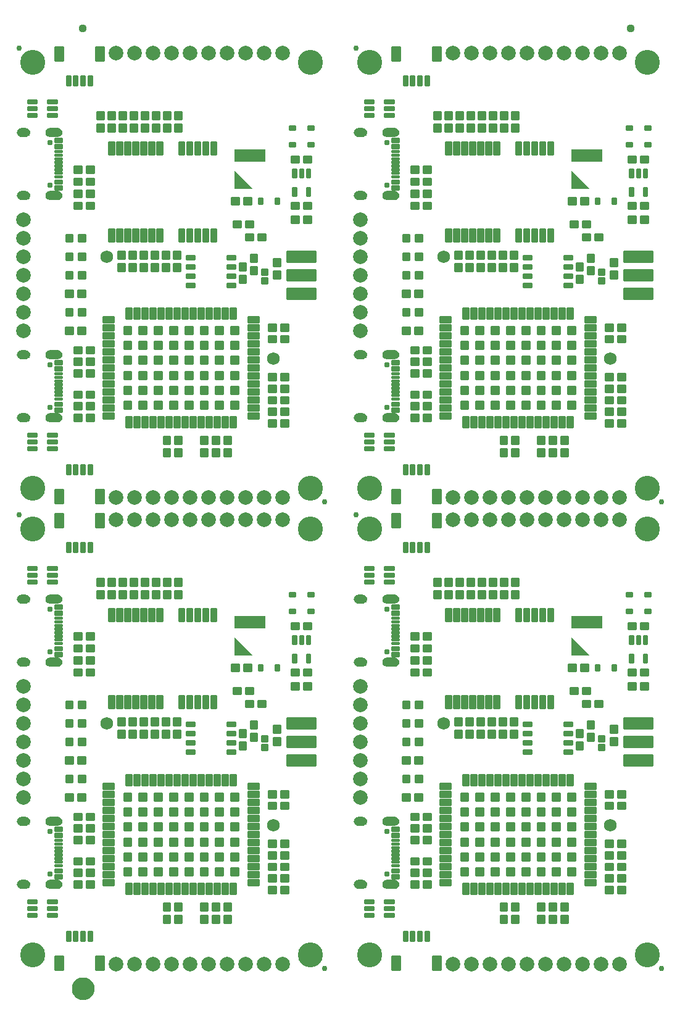
<source format=gts>
G04 EAGLE Gerber RS-274X export*
G75*
%MOMM*%
%FSLAX34Y34*%
%LPD*%
%INSoldermask Top*%
%IPPOS*%
%AMOC8*
5,1,8,0,0,1.08239X$1,22.5*%
G01*
%ADD10C,3.429000*%
%ADD11C,0.762000*%
%ADD12C,0.225588*%
%ADD13C,0.225369*%
%ADD14C,0.225400*%
%ADD15C,0.428259*%
%ADD16C,0.223409*%
%ADD17C,0.230578*%
%ADD18C,0.777000*%
%ADD19C,0.227778*%
%ADD20C,2.006600*%
%ADD21C,0.224709*%
%ADD22C,0.231750*%
%ADD23C,0.220859*%
%ADD24C,0.227100*%
%ADD25R,4.200000X1.700000*%
%ADD26C,1.727000*%
%ADD27C,0.305338*%
%ADD28C,1.127000*%
%ADD29C,1.270000*%
%ADD30C,1.627000*%

G36*
X326172Y1075958D02*
X326172Y1075958D01*
X326216Y1075961D01*
X326238Y1075977D01*
X326264Y1075985D01*
X326293Y1076018D01*
X326328Y1076044D01*
X326338Y1076070D01*
X326356Y1076090D01*
X326363Y1076134D01*
X326378Y1076174D01*
X326373Y1076201D01*
X326377Y1076228D01*
X326359Y1076269D01*
X326350Y1076311D01*
X326324Y1076347D01*
X326320Y1076356D01*
X326315Y1076360D01*
X326306Y1076371D01*
X302306Y1100371D01*
X302268Y1100392D01*
X302235Y1100421D01*
X302208Y1100425D01*
X302184Y1100438D01*
X302140Y1100435D01*
X302097Y1100442D01*
X302072Y1100431D01*
X302044Y1100429D01*
X302009Y1100403D01*
X301969Y1100385D01*
X301954Y1100362D01*
X301932Y1100346D01*
X301916Y1100305D01*
X301892Y1100269D01*
X301885Y1100225D01*
X301882Y1100216D01*
X301883Y1100209D01*
X301881Y1100195D01*
X301881Y1076195D01*
X301886Y1076179D01*
X301883Y1076162D01*
X301905Y1076112D01*
X301920Y1076061D01*
X301933Y1076050D01*
X301940Y1076034D01*
X301985Y1076004D01*
X302025Y1075969D01*
X302042Y1075966D01*
X302057Y1075957D01*
X302130Y1075946D01*
X326130Y1075946D01*
X326172Y1075958D01*
G37*
G36*
X788452Y1075958D02*
X788452Y1075958D01*
X788496Y1075961D01*
X788518Y1075977D01*
X788544Y1075985D01*
X788573Y1076018D01*
X788608Y1076044D01*
X788618Y1076070D01*
X788636Y1076090D01*
X788643Y1076134D01*
X788658Y1076174D01*
X788653Y1076201D01*
X788657Y1076228D01*
X788639Y1076269D01*
X788630Y1076311D01*
X788604Y1076347D01*
X788600Y1076356D01*
X788595Y1076360D01*
X788586Y1076371D01*
X764586Y1100371D01*
X764548Y1100392D01*
X764515Y1100421D01*
X764488Y1100425D01*
X764464Y1100438D01*
X764420Y1100435D01*
X764377Y1100442D01*
X764352Y1100431D01*
X764324Y1100429D01*
X764289Y1100403D01*
X764249Y1100385D01*
X764234Y1100362D01*
X764212Y1100346D01*
X764196Y1100305D01*
X764172Y1100269D01*
X764165Y1100225D01*
X764162Y1100216D01*
X764163Y1100209D01*
X764161Y1100195D01*
X764161Y1076195D01*
X764166Y1076179D01*
X764163Y1076162D01*
X764185Y1076112D01*
X764200Y1076061D01*
X764213Y1076050D01*
X764220Y1076034D01*
X764265Y1076004D01*
X764305Y1075969D01*
X764322Y1075966D01*
X764337Y1075957D01*
X764410Y1075946D01*
X788410Y1075946D01*
X788452Y1075958D01*
G37*
G36*
X326172Y435878D02*
X326172Y435878D01*
X326216Y435881D01*
X326238Y435897D01*
X326264Y435905D01*
X326293Y435938D01*
X326328Y435964D01*
X326338Y435990D01*
X326356Y436010D01*
X326363Y436054D01*
X326378Y436094D01*
X326373Y436121D01*
X326377Y436148D01*
X326359Y436189D01*
X326350Y436231D01*
X326324Y436267D01*
X326320Y436276D01*
X326315Y436280D01*
X326306Y436291D01*
X302306Y460291D01*
X302268Y460312D01*
X302235Y460341D01*
X302208Y460345D01*
X302184Y460358D01*
X302140Y460355D01*
X302097Y460362D01*
X302072Y460351D01*
X302044Y460349D01*
X302009Y460323D01*
X301969Y460305D01*
X301954Y460282D01*
X301932Y460266D01*
X301916Y460225D01*
X301892Y460189D01*
X301885Y460145D01*
X301882Y460136D01*
X301883Y460129D01*
X301881Y460115D01*
X301881Y436115D01*
X301886Y436099D01*
X301883Y436082D01*
X301905Y436032D01*
X301920Y435981D01*
X301933Y435970D01*
X301940Y435954D01*
X301985Y435924D01*
X302025Y435889D01*
X302042Y435886D01*
X302057Y435877D01*
X302130Y435866D01*
X326130Y435866D01*
X326172Y435878D01*
G37*
G36*
X788452Y435878D02*
X788452Y435878D01*
X788496Y435881D01*
X788518Y435897D01*
X788544Y435905D01*
X788573Y435938D01*
X788608Y435964D01*
X788618Y435990D01*
X788636Y436010D01*
X788643Y436054D01*
X788658Y436094D01*
X788653Y436121D01*
X788657Y436148D01*
X788639Y436189D01*
X788630Y436231D01*
X788604Y436267D01*
X788600Y436276D01*
X788595Y436280D01*
X788586Y436291D01*
X764586Y460291D01*
X764548Y460312D01*
X764515Y460341D01*
X764488Y460345D01*
X764464Y460358D01*
X764420Y460355D01*
X764377Y460362D01*
X764352Y460351D01*
X764324Y460349D01*
X764289Y460323D01*
X764249Y460305D01*
X764234Y460282D01*
X764212Y460266D01*
X764196Y460225D01*
X764172Y460189D01*
X764165Y460145D01*
X764162Y460136D01*
X764163Y460129D01*
X764161Y460115D01*
X764161Y436115D01*
X764166Y436099D01*
X764163Y436082D01*
X764185Y436032D01*
X764200Y435981D01*
X764213Y435970D01*
X764220Y435954D01*
X764265Y435924D01*
X764305Y435889D01*
X764322Y435886D01*
X764337Y435877D01*
X764410Y435866D01*
X788410Y435866D01*
X788452Y435878D01*
G37*
G36*
X60304Y1147134D02*
X60304Y1147134D01*
X60307Y1147131D01*
X61429Y1147286D01*
X61434Y1147291D01*
X61438Y1147288D01*
X62509Y1147659D01*
X62513Y1147665D01*
X62518Y1147663D01*
X63495Y1148236D01*
X63498Y1148242D01*
X63503Y1148241D01*
X64350Y1148994D01*
X64352Y1149001D01*
X64357Y1149001D01*
X65041Y1149904D01*
X65041Y1149911D01*
X65046Y1149912D01*
X65541Y1150931D01*
X65539Y1150938D01*
X65544Y1150940D01*
X65831Y1152037D01*
X65829Y1152041D01*
X65831Y1152042D01*
X65829Y1152044D01*
X65832Y1152046D01*
X65899Y1153177D01*
X65897Y1153181D01*
X65899Y1153183D01*
X65832Y1154314D01*
X65827Y1154319D01*
X65831Y1154323D01*
X65544Y1155420D01*
X65538Y1155424D01*
X65541Y1155429D01*
X65046Y1156448D01*
X65040Y1156451D01*
X65041Y1156456D01*
X64357Y1157359D01*
X64350Y1157361D01*
X64350Y1157366D01*
X63503Y1158119D01*
X63496Y1158119D01*
X63495Y1158124D01*
X62518Y1158697D01*
X62511Y1158696D01*
X62509Y1158701D01*
X61438Y1159072D01*
X61432Y1159069D01*
X61429Y1159074D01*
X60307Y1159229D01*
X60302Y1159226D01*
X60300Y1159229D01*
X48300Y1159229D01*
X48295Y1159226D01*
X48292Y1159229D01*
X47025Y1159024D01*
X47019Y1159018D01*
X47015Y1159021D01*
X45825Y1158539D01*
X45821Y1158532D01*
X45815Y1158534D01*
X44762Y1157800D01*
X44760Y1157792D01*
X44754Y1157793D01*
X43891Y1156843D01*
X43890Y1156834D01*
X43885Y1156834D01*
X43255Y1155715D01*
X43256Y1155707D01*
X43250Y1155705D01*
X42885Y1154475D01*
X42888Y1154467D01*
X42883Y1154464D01*
X42801Y1153183D01*
X42804Y1153179D01*
X42801Y1153177D01*
X42883Y1151896D01*
X42889Y1151890D01*
X42885Y1151885D01*
X43250Y1150655D01*
X43257Y1150650D01*
X43255Y1150645D01*
X43885Y1149526D01*
X43892Y1149523D01*
X43891Y1149517D01*
X44754Y1148567D01*
X44762Y1148566D01*
X44762Y1148560D01*
X45815Y1147826D01*
X45823Y1147826D01*
X45825Y1147821D01*
X47015Y1147339D01*
X47022Y1147341D01*
X47025Y1147336D01*
X48292Y1147131D01*
X48297Y1147134D01*
X48300Y1147131D01*
X60300Y1147131D01*
X60304Y1147134D01*
G37*
G36*
X60304Y420654D02*
X60304Y420654D01*
X60307Y420651D01*
X61429Y420806D01*
X61434Y420811D01*
X61438Y420808D01*
X62509Y421179D01*
X62513Y421185D01*
X62518Y421183D01*
X63495Y421756D01*
X63498Y421762D01*
X63503Y421761D01*
X64350Y422514D01*
X64352Y422521D01*
X64357Y422521D01*
X65041Y423424D01*
X65041Y423431D01*
X65046Y423432D01*
X65541Y424451D01*
X65539Y424458D01*
X65544Y424460D01*
X65831Y425557D01*
X65829Y425561D01*
X65831Y425562D01*
X65829Y425564D01*
X65832Y425566D01*
X65899Y426697D01*
X65897Y426701D01*
X65899Y426703D01*
X65832Y427834D01*
X65827Y427839D01*
X65831Y427843D01*
X65544Y428940D01*
X65538Y428944D01*
X65541Y428949D01*
X65046Y429968D01*
X65040Y429971D01*
X65041Y429976D01*
X64357Y430879D01*
X64350Y430881D01*
X64350Y430886D01*
X63503Y431639D01*
X63496Y431639D01*
X63495Y431644D01*
X62518Y432217D01*
X62511Y432216D01*
X62509Y432221D01*
X61438Y432592D01*
X61432Y432589D01*
X61429Y432594D01*
X60307Y432749D01*
X60302Y432746D01*
X60300Y432749D01*
X48300Y432749D01*
X48295Y432746D01*
X48292Y432749D01*
X47025Y432544D01*
X47019Y432538D01*
X47015Y432541D01*
X45825Y432059D01*
X45821Y432052D01*
X45815Y432054D01*
X44762Y431320D01*
X44760Y431312D01*
X44754Y431313D01*
X43891Y430363D01*
X43890Y430354D01*
X43885Y430354D01*
X43255Y429235D01*
X43256Y429227D01*
X43250Y429225D01*
X42885Y427995D01*
X42888Y427987D01*
X42883Y427984D01*
X42801Y426703D01*
X42804Y426699D01*
X42801Y426697D01*
X42883Y425416D01*
X42889Y425410D01*
X42885Y425405D01*
X43250Y424175D01*
X43257Y424170D01*
X43255Y424165D01*
X43885Y423046D01*
X43892Y423043D01*
X43891Y423037D01*
X44754Y422087D01*
X44762Y422086D01*
X44762Y422080D01*
X45815Y421346D01*
X45823Y421346D01*
X45825Y421341D01*
X47015Y420859D01*
X47022Y420861D01*
X47025Y420856D01*
X48292Y420651D01*
X48297Y420654D01*
X48300Y420651D01*
X60300Y420651D01*
X60304Y420654D01*
G37*
G36*
X522584Y420654D02*
X522584Y420654D01*
X522587Y420651D01*
X523709Y420806D01*
X523714Y420811D01*
X523718Y420808D01*
X524789Y421179D01*
X524793Y421185D01*
X524798Y421183D01*
X525775Y421756D01*
X525778Y421762D01*
X525783Y421761D01*
X526630Y422514D01*
X526632Y422521D01*
X526637Y422521D01*
X527321Y423424D01*
X527321Y423431D01*
X527326Y423432D01*
X527821Y424451D01*
X527819Y424458D01*
X527824Y424460D01*
X528111Y425557D01*
X528109Y425561D01*
X528111Y425562D01*
X528109Y425564D01*
X528112Y425566D01*
X528179Y426697D01*
X528177Y426701D01*
X528179Y426703D01*
X528112Y427834D01*
X528107Y427839D01*
X528111Y427843D01*
X527824Y428940D01*
X527818Y428944D01*
X527821Y428949D01*
X527326Y429968D01*
X527320Y429971D01*
X527321Y429976D01*
X526637Y430879D01*
X526630Y430881D01*
X526630Y430886D01*
X525783Y431639D01*
X525776Y431639D01*
X525775Y431644D01*
X524798Y432217D01*
X524791Y432216D01*
X524789Y432221D01*
X523718Y432592D01*
X523712Y432589D01*
X523709Y432594D01*
X522587Y432749D01*
X522582Y432746D01*
X522580Y432749D01*
X510580Y432749D01*
X510575Y432746D01*
X510572Y432749D01*
X509305Y432544D01*
X509299Y432538D01*
X509295Y432541D01*
X508105Y432059D01*
X508101Y432052D01*
X508095Y432054D01*
X507042Y431320D01*
X507040Y431312D01*
X507034Y431313D01*
X506171Y430363D01*
X506170Y430354D01*
X506165Y430354D01*
X505535Y429235D01*
X505536Y429227D01*
X505530Y429225D01*
X505165Y427995D01*
X505168Y427987D01*
X505163Y427984D01*
X505081Y426703D01*
X505084Y426699D01*
X505081Y426697D01*
X505163Y425416D01*
X505169Y425410D01*
X505165Y425405D01*
X505530Y424175D01*
X505537Y424170D01*
X505535Y424165D01*
X506165Y423046D01*
X506172Y423043D01*
X506171Y423037D01*
X507034Y422087D01*
X507042Y422086D01*
X507042Y422080D01*
X508095Y421346D01*
X508103Y421346D01*
X508105Y421341D01*
X509295Y420859D01*
X509302Y420861D01*
X509305Y420856D01*
X510572Y420651D01*
X510577Y420654D01*
X510580Y420651D01*
X522580Y420651D01*
X522584Y420654D01*
G37*
G36*
X522584Y1147134D02*
X522584Y1147134D01*
X522587Y1147131D01*
X523709Y1147286D01*
X523714Y1147291D01*
X523718Y1147288D01*
X524789Y1147659D01*
X524793Y1147665D01*
X524798Y1147663D01*
X525775Y1148236D01*
X525778Y1148242D01*
X525783Y1148241D01*
X526630Y1148994D01*
X526632Y1149001D01*
X526637Y1149001D01*
X527321Y1149904D01*
X527321Y1149911D01*
X527326Y1149912D01*
X527821Y1150931D01*
X527819Y1150938D01*
X527824Y1150940D01*
X528111Y1152037D01*
X528109Y1152041D01*
X528111Y1152042D01*
X528109Y1152044D01*
X528112Y1152046D01*
X528179Y1153177D01*
X528177Y1153181D01*
X528179Y1153183D01*
X528112Y1154314D01*
X528107Y1154319D01*
X528111Y1154323D01*
X527824Y1155420D01*
X527818Y1155424D01*
X527821Y1155429D01*
X527326Y1156448D01*
X527320Y1156451D01*
X527321Y1156456D01*
X526637Y1157359D01*
X526630Y1157361D01*
X526630Y1157366D01*
X525783Y1158119D01*
X525776Y1158119D01*
X525775Y1158124D01*
X524798Y1158697D01*
X524791Y1158696D01*
X524789Y1158701D01*
X523718Y1159072D01*
X523712Y1159069D01*
X523709Y1159074D01*
X522587Y1159229D01*
X522582Y1159226D01*
X522580Y1159229D01*
X510580Y1159229D01*
X510575Y1159226D01*
X510572Y1159229D01*
X509305Y1159024D01*
X509299Y1159018D01*
X509295Y1159021D01*
X508105Y1158539D01*
X508101Y1158532D01*
X508095Y1158534D01*
X507042Y1157800D01*
X507040Y1157792D01*
X507034Y1157793D01*
X506171Y1156843D01*
X506170Y1156834D01*
X506165Y1156834D01*
X505535Y1155715D01*
X505536Y1155707D01*
X505530Y1155705D01*
X505165Y1154475D01*
X505168Y1154467D01*
X505163Y1154464D01*
X505081Y1153183D01*
X505084Y1153179D01*
X505081Y1153177D01*
X505163Y1151896D01*
X505169Y1151890D01*
X505165Y1151885D01*
X505530Y1150655D01*
X505537Y1150650D01*
X505535Y1150645D01*
X506165Y1149526D01*
X506172Y1149523D01*
X506171Y1149517D01*
X507034Y1148567D01*
X507042Y1148566D01*
X507042Y1148560D01*
X508095Y1147826D01*
X508103Y1147826D01*
X508105Y1147821D01*
X509295Y1147339D01*
X509302Y1147341D01*
X509305Y1147336D01*
X510572Y1147131D01*
X510577Y1147134D01*
X510580Y1147131D01*
X522580Y1147131D01*
X522584Y1147134D01*
G37*
G36*
X60304Y202254D02*
X60304Y202254D01*
X60307Y202251D01*
X61429Y202406D01*
X61434Y202411D01*
X61438Y202408D01*
X62509Y202779D01*
X62513Y202785D01*
X62518Y202783D01*
X63495Y203356D01*
X63498Y203362D01*
X63503Y203361D01*
X64350Y204114D01*
X64352Y204121D01*
X64357Y204121D01*
X65041Y205024D01*
X65041Y205031D01*
X65046Y205032D01*
X65541Y206051D01*
X65539Y206058D01*
X65544Y206060D01*
X65831Y207157D01*
X65829Y207161D01*
X65831Y207162D01*
X65829Y207164D01*
X65832Y207166D01*
X65899Y208297D01*
X65897Y208301D01*
X65899Y208303D01*
X65832Y209434D01*
X65827Y209439D01*
X65831Y209443D01*
X65544Y210540D01*
X65538Y210544D01*
X65541Y210549D01*
X65046Y211568D01*
X65040Y211571D01*
X65041Y211576D01*
X64357Y212479D01*
X64350Y212481D01*
X64350Y212486D01*
X63503Y213239D01*
X63496Y213239D01*
X63495Y213244D01*
X62518Y213817D01*
X62511Y213816D01*
X62509Y213821D01*
X61438Y214192D01*
X61432Y214189D01*
X61429Y214194D01*
X60307Y214349D01*
X60302Y214346D01*
X60300Y214349D01*
X48300Y214349D01*
X48295Y214346D01*
X48292Y214349D01*
X47025Y214144D01*
X47019Y214138D01*
X47015Y214141D01*
X45825Y213659D01*
X45821Y213652D01*
X45815Y213654D01*
X44762Y212920D01*
X44760Y212912D01*
X44754Y212913D01*
X43891Y211963D01*
X43890Y211954D01*
X43885Y211954D01*
X43255Y210835D01*
X43256Y210827D01*
X43250Y210825D01*
X42885Y209595D01*
X42888Y209587D01*
X42883Y209584D01*
X42801Y208303D01*
X42804Y208299D01*
X42801Y208297D01*
X42883Y207016D01*
X42889Y207010D01*
X42885Y207005D01*
X43250Y205775D01*
X43257Y205770D01*
X43255Y205765D01*
X43885Y204646D01*
X43892Y204643D01*
X43891Y204637D01*
X44754Y203687D01*
X44762Y203686D01*
X44762Y203680D01*
X45815Y202946D01*
X45823Y202946D01*
X45825Y202941D01*
X47015Y202459D01*
X47022Y202461D01*
X47025Y202456D01*
X48292Y202251D01*
X48297Y202254D01*
X48300Y202251D01*
X60300Y202251D01*
X60304Y202254D01*
G37*
G36*
X60304Y1060734D02*
X60304Y1060734D01*
X60307Y1060731D01*
X61429Y1060886D01*
X61434Y1060891D01*
X61438Y1060888D01*
X62509Y1061259D01*
X62513Y1061265D01*
X62518Y1061263D01*
X63495Y1061836D01*
X63498Y1061842D01*
X63503Y1061841D01*
X64350Y1062594D01*
X64352Y1062601D01*
X64357Y1062601D01*
X65041Y1063504D01*
X65041Y1063511D01*
X65046Y1063512D01*
X65541Y1064531D01*
X65539Y1064538D01*
X65544Y1064540D01*
X65831Y1065637D01*
X65829Y1065641D01*
X65831Y1065642D01*
X65829Y1065644D01*
X65832Y1065646D01*
X65899Y1066777D01*
X65897Y1066781D01*
X65899Y1066783D01*
X65832Y1067914D01*
X65827Y1067919D01*
X65831Y1067923D01*
X65544Y1069020D01*
X65538Y1069024D01*
X65541Y1069029D01*
X65046Y1070048D01*
X65040Y1070051D01*
X65041Y1070056D01*
X64357Y1070959D01*
X64350Y1070961D01*
X64350Y1070966D01*
X63503Y1071719D01*
X63496Y1071719D01*
X63495Y1071724D01*
X62518Y1072297D01*
X62511Y1072296D01*
X62509Y1072301D01*
X61438Y1072672D01*
X61432Y1072669D01*
X61429Y1072674D01*
X60307Y1072829D01*
X60302Y1072826D01*
X60300Y1072829D01*
X48300Y1072829D01*
X48295Y1072826D01*
X48292Y1072829D01*
X47025Y1072624D01*
X47019Y1072618D01*
X47015Y1072621D01*
X45825Y1072139D01*
X45821Y1072132D01*
X45815Y1072134D01*
X44762Y1071400D01*
X44760Y1071392D01*
X44754Y1071393D01*
X43891Y1070443D01*
X43890Y1070434D01*
X43885Y1070434D01*
X43255Y1069315D01*
X43256Y1069307D01*
X43250Y1069305D01*
X42885Y1068075D01*
X42888Y1068067D01*
X42883Y1068064D01*
X42801Y1066783D01*
X42804Y1066779D01*
X42801Y1066777D01*
X42883Y1065496D01*
X42889Y1065490D01*
X42885Y1065485D01*
X43250Y1064255D01*
X43257Y1064250D01*
X43255Y1064245D01*
X43885Y1063126D01*
X43892Y1063123D01*
X43891Y1063117D01*
X44754Y1062167D01*
X44762Y1062166D01*
X44762Y1062160D01*
X45815Y1061426D01*
X45823Y1061426D01*
X45825Y1061421D01*
X47015Y1060939D01*
X47022Y1060941D01*
X47025Y1060936D01*
X48292Y1060731D01*
X48297Y1060734D01*
X48300Y1060731D01*
X60300Y1060731D01*
X60304Y1060734D01*
G37*
G36*
X522584Y1060734D02*
X522584Y1060734D01*
X522587Y1060731D01*
X523709Y1060886D01*
X523714Y1060891D01*
X523718Y1060888D01*
X524789Y1061259D01*
X524793Y1061265D01*
X524798Y1061263D01*
X525775Y1061836D01*
X525778Y1061842D01*
X525783Y1061841D01*
X526630Y1062594D01*
X526632Y1062601D01*
X526637Y1062601D01*
X527321Y1063504D01*
X527321Y1063511D01*
X527326Y1063512D01*
X527821Y1064531D01*
X527819Y1064538D01*
X527824Y1064540D01*
X528111Y1065637D01*
X528109Y1065641D01*
X528111Y1065642D01*
X528109Y1065644D01*
X528112Y1065646D01*
X528179Y1066777D01*
X528177Y1066781D01*
X528179Y1066783D01*
X528112Y1067914D01*
X528107Y1067919D01*
X528111Y1067923D01*
X527824Y1069020D01*
X527818Y1069024D01*
X527821Y1069029D01*
X527326Y1070048D01*
X527320Y1070051D01*
X527321Y1070056D01*
X526637Y1070959D01*
X526630Y1070961D01*
X526630Y1070966D01*
X525783Y1071719D01*
X525776Y1071719D01*
X525775Y1071724D01*
X524798Y1072297D01*
X524791Y1072296D01*
X524789Y1072301D01*
X523718Y1072672D01*
X523712Y1072669D01*
X523709Y1072674D01*
X522587Y1072829D01*
X522582Y1072826D01*
X522580Y1072829D01*
X510580Y1072829D01*
X510575Y1072826D01*
X510572Y1072829D01*
X509305Y1072624D01*
X509299Y1072618D01*
X509295Y1072621D01*
X508105Y1072139D01*
X508101Y1072132D01*
X508095Y1072134D01*
X507042Y1071400D01*
X507040Y1071392D01*
X507034Y1071393D01*
X506171Y1070443D01*
X506170Y1070434D01*
X506165Y1070434D01*
X505535Y1069315D01*
X505536Y1069307D01*
X505530Y1069305D01*
X505165Y1068075D01*
X505168Y1068067D01*
X505163Y1068064D01*
X505081Y1066783D01*
X505084Y1066779D01*
X505081Y1066777D01*
X505163Y1065496D01*
X505169Y1065490D01*
X505165Y1065485D01*
X505530Y1064255D01*
X505537Y1064250D01*
X505535Y1064245D01*
X506165Y1063126D01*
X506172Y1063123D01*
X506171Y1063117D01*
X507034Y1062167D01*
X507042Y1062166D01*
X507042Y1062160D01*
X508095Y1061426D01*
X508103Y1061426D01*
X508105Y1061421D01*
X509295Y1060939D01*
X509302Y1060941D01*
X509305Y1060936D01*
X510572Y1060731D01*
X510577Y1060734D01*
X510580Y1060731D01*
X522580Y1060731D01*
X522584Y1060734D01*
G37*
G36*
X522584Y202254D02*
X522584Y202254D01*
X522587Y202251D01*
X523709Y202406D01*
X523714Y202411D01*
X523718Y202408D01*
X524789Y202779D01*
X524793Y202785D01*
X524798Y202783D01*
X525775Y203356D01*
X525778Y203362D01*
X525783Y203361D01*
X526630Y204114D01*
X526632Y204121D01*
X526637Y204121D01*
X527321Y205024D01*
X527321Y205031D01*
X527326Y205032D01*
X527821Y206051D01*
X527819Y206058D01*
X527824Y206060D01*
X528111Y207157D01*
X528109Y207161D01*
X528111Y207162D01*
X528109Y207164D01*
X528112Y207166D01*
X528179Y208297D01*
X528177Y208301D01*
X528179Y208303D01*
X528112Y209434D01*
X528107Y209439D01*
X528111Y209443D01*
X527824Y210540D01*
X527818Y210544D01*
X527821Y210549D01*
X527326Y211568D01*
X527320Y211571D01*
X527321Y211576D01*
X526637Y212479D01*
X526630Y212481D01*
X526630Y212486D01*
X525783Y213239D01*
X525776Y213239D01*
X525775Y213244D01*
X524798Y213817D01*
X524791Y213816D01*
X524789Y213821D01*
X523718Y214192D01*
X523712Y214189D01*
X523709Y214194D01*
X522587Y214349D01*
X522582Y214346D01*
X522580Y214349D01*
X510580Y214349D01*
X510575Y214346D01*
X510572Y214349D01*
X509305Y214144D01*
X509299Y214138D01*
X509295Y214141D01*
X508105Y213659D01*
X508101Y213652D01*
X508095Y213654D01*
X507042Y212920D01*
X507040Y212912D01*
X507034Y212913D01*
X506171Y211963D01*
X506170Y211954D01*
X506165Y211954D01*
X505535Y210835D01*
X505536Y210827D01*
X505530Y210825D01*
X505165Y209595D01*
X505168Y209587D01*
X505163Y209584D01*
X505081Y208303D01*
X505084Y208299D01*
X505081Y208297D01*
X505163Y207016D01*
X505169Y207010D01*
X505165Y207005D01*
X505530Y205775D01*
X505537Y205770D01*
X505535Y205765D01*
X506165Y204646D01*
X506172Y204643D01*
X506171Y204637D01*
X507034Y203687D01*
X507042Y203686D01*
X507042Y203680D01*
X508095Y202946D01*
X508103Y202946D01*
X508105Y202941D01*
X509295Y202459D01*
X509302Y202461D01*
X509305Y202456D01*
X510572Y202251D01*
X510577Y202254D01*
X510580Y202251D01*
X522580Y202251D01*
X522584Y202254D01*
G37*
G36*
X522584Y115854D02*
X522584Y115854D01*
X522587Y115851D01*
X523709Y116006D01*
X523714Y116011D01*
X523718Y116008D01*
X524789Y116379D01*
X524793Y116385D01*
X524798Y116383D01*
X525775Y116956D01*
X525778Y116962D01*
X525783Y116961D01*
X526630Y117714D01*
X526632Y117721D01*
X526637Y117721D01*
X527321Y118624D01*
X527321Y118631D01*
X527326Y118632D01*
X527821Y119651D01*
X527819Y119658D01*
X527824Y119660D01*
X528111Y120757D01*
X528109Y120761D01*
X528111Y120762D01*
X528109Y120764D01*
X528112Y120766D01*
X528179Y121897D01*
X528177Y121901D01*
X528179Y121903D01*
X528112Y123034D01*
X528107Y123039D01*
X528111Y123043D01*
X527824Y124140D01*
X527818Y124144D01*
X527821Y124149D01*
X527326Y125168D01*
X527320Y125171D01*
X527321Y125176D01*
X526637Y126079D01*
X526630Y126081D01*
X526630Y126086D01*
X525783Y126839D01*
X525776Y126839D01*
X525775Y126844D01*
X524798Y127417D01*
X524791Y127416D01*
X524789Y127421D01*
X523718Y127792D01*
X523712Y127789D01*
X523709Y127794D01*
X522587Y127949D01*
X522582Y127946D01*
X522580Y127949D01*
X510580Y127949D01*
X510575Y127946D01*
X510572Y127949D01*
X509305Y127744D01*
X509299Y127738D01*
X509295Y127741D01*
X508105Y127259D01*
X508101Y127252D01*
X508095Y127254D01*
X507042Y126520D01*
X507040Y126512D01*
X507034Y126513D01*
X506171Y125563D01*
X506170Y125554D01*
X506165Y125554D01*
X505535Y124435D01*
X505536Y124427D01*
X505530Y124425D01*
X505165Y123195D01*
X505168Y123187D01*
X505163Y123184D01*
X505081Y121903D01*
X505084Y121899D01*
X505081Y121897D01*
X505163Y120616D01*
X505169Y120610D01*
X505165Y120605D01*
X505530Y119375D01*
X505537Y119370D01*
X505535Y119365D01*
X506165Y118246D01*
X506172Y118243D01*
X506171Y118237D01*
X507034Y117287D01*
X507042Y117286D01*
X507042Y117280D01*
X508095Y116546D01*
X508103Y116546D01*
X508105Y116541D01*
X509295Y116059D01*
X509302Y116061D01*
X509305Y116056D01*
X510572Y115851D01*
X510577Y115854D01*
X510580Y115851D01*
X522580Y115851D01*
X522584Y115854D01*
G37*
G36*
X60304Y115854D02*
X60304Y115854D01*
X60307Y115851D01*
X61429Y116006D01*
X61434Y116011D01*
X61438Y116008D01*
X62509Y116379D01*
X62513Y116385D01*
X62518Y116383D01*
X63495Y116956D01*
X63498Y116962D01*
X63503Y116961D01*
X64350Y117714D01*
X64352Y117721D01*
X64357Y117721D01*
X65041Y118624D01*
X65041Y118631D01*
X65046Y118632D01*
X65541Y119651D01*
X65539Y119658D01*
X65544Y119660D01*
X65831Y120757D01*
X65829Y120761D01*
X65831Y120762D01*
X65829Y120764D01*
X65832Y120766D01*
X65899Y121897D01*
X65897Y121901D01*
X65899Y121903D01*
X65832Y123034D01*
X65827Y123039D01*
X65831Y123043D01*
X65544Y124140D01*
X65538Y124144D01*
X65541Y124149D01*
X65046Y125168D01*
X65040Y125171D01*
X65041Y125176D01*
X64357Y126079D01*
X64350Y126081D01*
X64350Y126086D01*
X63503Y126839D01*
X63496Y126839D01*
X63495Y126844D01*
X62518Y127417D01*
X62511Y127416D01*
X62509Y127421D01*
X61438Y127792D01*
X61432Y127789D01*
X61429Y127794D01*
X60307Y127949D01*
X60302Y127946D01*
X60300Y127949D01*
X48300Y127949D01*
X48295Y127946D01*
X48292Y127949D01*
X47025Y127744D01*
X47019Y127738D01*
X47015Y127741D01*
X45825Y127259D01*
X45821Y127252D01*
X45815Y127254D01*
X44762Y126520D01*
X44760Y126512D01*
X44754Y126513D01*
X43891Y125563D01*
X43890Y125554D01*
X43885Y125554D01*
X43255Y124435D01*
X43256Y124427D01*
X43250Y124425D01*
X42885Y123195D01*
X42888Y123187D01*
X42883Y123184D01*
X42801Y121903D01*
X42804Y121899D01*
X42801Y121897D01*
X42883Y120616D01*
X42889Y120610D01*
X42885Y120605D01*
X43250Y119375D01*
X43257Y119370D01*
X43255Y119365D01*
X43885Y118246D01*
X43892Y118243D01*
X43891Y118237D01*
X44754Y117287D01*
X44762Y117286D01*
X44762Y117280D01*
X45815Y116546D01*
X45823Y116546D01*
X45825Y116541D01*
X47015Y116059D01*
X47022Y116061D01*
X47025Y116056D01*
X48292Y115851D01*
X48297Y115854D01*
X48300Y115851D01*
X60300Y115851D01*
X60304Y115854D01*
G37*
G36*
X60304Y842334D02*
X60304Y842334D01*
X60307Y842331D01*
X61429Y842486D01*
X61434Y842491D01*
X61438Y842488D01*
X62509Y842859D01*
X62513Y842865D01*
X62518Y842863D01*
X63495Y843436D01*
X63498Y843442D01*
X63503Y843441D01*
X64350Y844194D01*
X64352Y844201D01*
X64357Y844201D01*
X65041Y845104D01*
X65041Y845111D01*
X65046Y845112D01*
X65541Y846131D01*
X65539Y846138D01*
X65544Y846140D01*
X65831Y847237D01*
X65829Y847241D01*
X65831Y847242D01*
X65829Y847244D01*
X65832Y847246D01*
X65899Y848377D01*
X65897Y848381D01*
X65899Y848383D01*
X65832Y849514D01*
X65827Y849519D01*
X65831Y849523D01*
X65544Y850620D01*
X65538Y850624D01*
X65541Y850629D01*
X65046Y851648D01*
X65040Y851651D01*
X65041Y851656D01*
X64357Y852559D01*
X64350Y852561D01*
X64350Y852566D01*
X63503Y853319D01*
X63496Y853319D01*
X63495Y853324D01*
X62518Y853897D01*
X62511Y853896D01*
X62509Y853901D01*
X61438Y854272D01*
X61432Y854269D01*
X61429Y854274D01*
X60307Y854429D01*
X60302Y854426D01*
X60300Y854429D01*
X48300Y854429D01*
X48295Y854426D01*
X48292Y854429D01*
X47025Y854224D01*
X47019Y854218D01*
X47015Y854221D01*
X45825Y853739D01*
X45821Y853732D01*
X45815Y853734D01*
X44762Y853000D01*
X44760Y852992D01*
X44754Y852993D01*
X43891Y852043D01*
X43890Y852034D01*
X43885Y852034D01*
X43255Y850915D01*
X43256Y850907D01*
X43250Y850905D01*
X42885Y849675D01*
X42888Y849667D01*
X42883Y849664D01*
X42801Y848383D01*
X42804Y848379D01*
X42801Y848377D01*
X42883Y847096D01*
X42889Y847090D01*
X42885Y847085D01*
X43250Y845855D01*
X43257Y845850D01*
X43255Y845845D01*
X43885Y844726D01*
X43892Y844723D01*
X43891Y844717D01*
X44754Y843767D01*
X44762Y843766D01*
X44762Y843760D01*
X45815Y843026D01*
X45823Y843026D01*
X45825Y843021D01*
X47015Y842539D01*
X47022Y842541D01*
X47025Y842536D01*
X48292Y842331D01*
X48297Y842334D01*
X48300Y842331D01*
X60300Y842331D01*
X60304Y842334D01*
G37*
G36*
X522584Y842334D02*
X522584Y842334D01*
X522587Y842331D01*
X523709Y842486D01*
X523714Y842491D01*
X523718Y842488D01*
X524789Y842859D01*
X524793Y842865D01*
X524798Y842863D01*
X525775Y843436D01*
X525778Y843442D01*
X525783Y843441D01*
X526630Y844194D01*
X526632Y844201D01*
X526637Y844201D01*
X527321Y845104D01*
X527321Y845111D01*
X527326Y845112D01*
X527821Y846131D01*
X527819Y846138D01*
X527824Y846140D01*
X528111Y847237D01*
X528109Y847241D01*
X528111Y847242D01*
X528109Y847244D01*
X528112Y847246D01*
X528179Y848377D01*
X528177Y848381D01*
X528179Y848383D01*
X528112Y849514D01*
X528107Y849519D01*
X528111Y849523D01*
X527824Y850620D01*
X527818Y850624D01*
X527821Y850629D01*
X527326Y851648D01*
X527320Y851651D01*
X527321Y851656D01*
X526637Y852559D01*
X526630Y852561D01*
X526630Y852566D01*
X525783Y853319D01*
X525776Y853319D01*
X525775Y853324D01*
X524798Y853897D01*
X524791Y853896D01*
X524789Y853901D01*
X523718Y854272D01*
X523712Y854269D01*
X523709Y854274D01*
X522587Y854429D01*
X522582Y854426D01*
X522580Y854429D01*
X510580Y854429D01*
X510575Y854426D01*
X510572Y854429D01*
X509305Y854224D01*
X509299Y854218D01*
X509295Y854221D01*
X508105Y853739D01*
X508101Y853732D01*
X508095Y853734D01*
X507042Y853000D01*
X507040Y852992D01*
X507034Y852993D01*
X506171Y852043D01*
X506170Y852034D01*
X506165Y852034D01*
X505535Y850915D01*
X505536Y850907D01*
X505530Y850905D01*
X505165Y849675D01*
X505168Y849667D01*
X505163Y849664D01*
X505081Y848383D01*
X505084Y848379D01*
X505081Y848377D01*
X505163Y847096D01*
X505169Y847090D01*
X505165Y847085D01*
X505530Y845855D01*
X505537Y845850D01*
X505535Y845845D01*
X506165Y844726D01*
X506172Y844723D01*
X506171Y844717D01*
X507034Y843767D01*
X507042Y843766D01*
X507042Y843760D01*
X508095Y843026D01*
X508103Y843026D01*
X508105Y843021D01*
X509295Y842539D01*
X509302Y842541D01*
X509305Y842536D01*
X510572Y842331D01*
X510577Y842334D01*
X510580Y842331D01*
X522580Y842331D01*
X522584Y842334D01*
G37*
G36*
X522584Y755934D02*
X522584Y755934D01*
X522587Y755931D01*
X523709Y756086D01*
X523714Y756091D01*
X523718Y756088D01*
X524789Y756459D01*
X524793Y756465D01*
X524798Y756463D01*
X525775Y757036D01*
X525778Y757042D01*
X525783Y757041D01*
X526630Y757794D01*
X526632Y757801D01*
X526637Y757801D01*
X527321Y758704D01*
X527321Y758711D01*
X527326Y758712D01*
X527821Y759731D01*
X527819Y759738D01*
X527824Y759740D01*
X528111Y760837D01*
X528109Y760841D01*
X528111Y760842D01*
X528109Y760844D01*
X528112Y760846D01*
X528179Y761977D01*
X528177Y761981D01*
X528179Y761983D01*
X528112Y763114D01*
X528107Y763119D01*
X528111Y763123D01*
X527824Y764220D01*
X527818Y764224D01*
X527821Y764229D01*
X527326Y765248D01*
X527320Y765251D01*
X527321Y765256D01*
X526637Y766159D01*
X526630Y766161D01*
X526630Y766166D01*
X525783Y766919D01*
X525776Y766919D01*
X525775Y766924D01*
X524798Y767497D01*
X524791Y767496D01*
X524789Y767501D01*
X523718Y767872D01*
X523712Y767869D01*
X523709Y767874D01*
X522587Y768029D01*
X522582Y768026D01*
X522580Y768029D01*
X510580Y768029D01*
X510575Y768026D01*
X510572Y768029D01*
X509305Y767824D01*
X509299Y767818D01*
X509295Y767821D01*
X508105Y767339D01*
X508101Y767332D01*
X508095Y767334D01*
X507042Y766600D01*
X507040Y766592D01*
X507034Y766593D01*
X506171Y765643D01*
X506170Y765634D01*
X506165Y765634D01*
X505535Y764515D01*
X505536Y764507D01*
X505530Y764505D01*
X505165Y763275D01*
X505168Y763267D01*
X505163Y763264D01*
X505081Y761983D01*
X505084Y761979D01*
X505081Y761977D01*
X505163Y760696D01*
X505169Y760690D01*
X505165Y760685D01*
X505530Y759455D01*
X505537Y759450D01*
X505535Y759445D01*
X506165Y758326D01*
X506172Y758323D01*
X506171Y758317D01*
X507034Y757367D01*
X507042Y757366D01*
X507042Y757360D01*
X508095Y756626D01*
X508103Y756626D01*
X508105Y756621D01*
X509295Y756139D01*
X509302Y756141D01*
X509305Y756136D01*
X510572Y755931D01*
X510577Y755934D01*
X510580Y755931D01*
X522580Y755931D01*
X522584Y755934D01*
G37*
G36*
X60304Y755934D02*
X60304Y755934D01*
X60307Y755931D01*
X61429Y756086D01*
X61434Y756091D01*
X61438Y756088D01*
X62509Y756459D01*
X62513Y756465D01*
X62518Y756463D01*
X63495Y757036D01*
X63498Y757042D01*
X63503Y757041D01*
X64350Y757794D01*
X64352Y757801D01*
X64357Y757801D01*
X65041Y758704D01*
X65041Y758711D01*
X65046Y758712D01*
X65541Y759731D01*
X65539Y759738D01*
X65544Y759740D01*
X65831Y760837D01*
X65829Y760841D01*
X65831Y760842D01*
X65829Y760844D01*
X65832Y760846D01*
X65899Y761977D01*
X65897Y761981D01*
X65899Y761983D01*
X65832Y763114D01*
X65827Y763119D01*
X65831Y763123D01*
X65544Y764220D01*
X65538Y764224D01*
X65541Y764229D01*
X65046Y765248D01*
X65040Y765251D01*
X65041Y765256D01*
X64357Y766159D01*
X64350Y766161D01*
X64350Y766166D01*
X63503Y766919D01*
X63496Y766919D01*
X63495Y766924D01*
X62518Y767497D01*
X62511Y767496D01*
X62509Y767501D01*
X61438Y767872D01*
X61432Y767869D01*
X61429Y767874D01*
X60307Y768029D01*
X60302Y768026D01*
X60300Y768029D01*
X48300Y768029D01*
X48295Y768026D01*
X48292Y768029D01*
X47025Y767824D01*
X47019Y767818D01*
X47015Y767821D01*
X45825Y767339D01*
X45821Y767332D01*
X45815Y767334D01*
X44762Y766600D01*
X44760Y766592D01*
X44754Y766593D01*
X43891Y765643D01*
X43890Y765634D01*
X43885Y765634D01*
X43255Y764515D01*
X43256Y764507D01*
X43250Y764505D01*
X42885Y763275D01*
X42888Y763267D01*
X42883Y763264D01*
X42801Y761983D01*
X42804Y761979D01*
X42801Y761977D01*
X42883Y760696D01*
X42889Y760690D01*
X42885Y760685D01*
X43250Y759455D01*
X43257Y759450D01*
X43255Y759445D01*
X43885Y758326D01*
X43892Y758323D01*
X43891Y758317D01*
X44754Y757367D01*
X44762Y757366D01*
X44762Y757360D01*
X45815Y756626D01*
X45823Y756626D01*
X45825Y756621D01*
X47015Y756139D01*
X47022Y756141D01*
X47025Y756136D01*
X48292Y755931D01*
X48297Y755934D01*
X48300Y755931D01*
X60300Y755931D01*
X60304Y755934D01*
G37*
G36*
X60304Y507054D02*
X60304Y507054D01*
X60307Y507051D01*
X61429Y507206D01*
X61434Y507211D01*
X61438Y507208D01*
X62509Y507579D01*
X62513Y507585D01*
X62518Y507583D01*
X63495Y508156D01*
X63498Y508162D01*
X63503Y508161D01*
X64350Y508914D01*
X64352Y508921D01*
X64357Y508921D01*
X65041Y509824D01*
X65041Y509831D01*
X65046Y509832D01*
X65541Y510851D01*
X65539Y510858D01*
X65544Y510860D01*
X65831Y511957D01*
X65829Y511961D01*
X65831Y511962D01*
X65829Y511964D01*
X65832Y511966D01*
X65899Y513097D01*
X65897Y513101D01*
X65899Y513103D01*
X65832Y514234D01*
X65827Y514239D01*
X65831Y514243D01*
X65544Y515340D01*
X65538Y515344D01*
X65541Y515349D01*
X65046Y516368D01*
X65040Y516371D01*
X65041Y516376D01*
X64357Y517279D01*
X64350Y517281D01*
X64350Y517286D01*
X63503Y518039D01*
X63496Y518039D01*
X63495Y518044D01*
X62518Y518617D01*
X62511Y518616D01*
X62509Y518621D01*
X61438Y518992D01*
X61432Y518989D01*
X61429Y518994D01*
X60307Y519149D01*
X60302Y519146D01*
X60300Y519149D01*
X48300Y519149D01*
X48295Y519146D01*
X48292Y519149D01*
X47025Y518944D01*
X47019Y518938D01*
X47015Y518941D01*
X45825Y518459D01*
X45821Y518452D01*
X45815Y518454D01*
X44762Y517720D01*
X44760Y517712D01*
X44754Y517713D01*
X43891Y516763D01*
X43890Y516754D01*
X43885Y516754D01*
X43255Y515635D01*
X43256Y515627D01*
X43250Y515625D01*
X42885Y514395D01*
X42888Y514387D01*
X42883Y514384D01*
X42801Y513103D01*
X42804Y513099D01*
X42801Y513097D01*
X42883Y511816D01*
X42889Y511810D01*
X42885Y511805D01*
X43250Y510575D01*
X43257Y510570D01*
X43255Y510565D01*
X43885Y509446D01*
X43892Y509443D01*
X43891Y509437D01*
X44754Y508487D01*
X44762Y508486D01*
X44762Y508480D01*
X45815Y507746D01*
X45823Y507746D01*
X45825Y507741D01*
X47015Y507259D01*
X47022Y507261D01*
X47025Y507256D01*
X48292Y507051D01*
X48297Y507054D01*
X48300Y507051D01*
X60300Y507051D01*
X60304Y507054D01*
G37*
G36*
X522584Y507054D02*
X522584Y507054D01*
X522587Y507051D01*
X523709Y507206D01*
X523714Y507211D01*
X523718Y507208D01*
X524789Y507579D01*
X524793Y507585D01*
X524798Y507583D01*
X525775Y508156D01*
X525778Y508162D01*
X525783Y508161D01*
X526630Y508914D01*
X526632Y508921D01*
X526637Y508921D01*
X527321Y509824D01*
X527321Y509831D01*
X527326Y509832D01*
X527821Y510851D01*
X527819Y510858D01*
X527824Y510860D01*
X528111Y511957D01*
X528109Y511961D01*
X528111Y511962D01*
X528109Y511964D01*
X528112Y511966D01*
X528179Y513097D01*
X528177Y513101D01*
X528179Y513103D01*
X528112Y514234D01*
X528107Y514239D01*
X528111Y514243D01*
X527824Y515340D01*
X527818Y515344D01*
X527821Y515349D01*
X527326Y516368D01*
X527320Y516371D01*
X527321Y516376D01*
X526637Y517279D01*
X526630Y517281D01*
X526630Y517286D01*
X525783Y518039D01*
X525776Y518039D01*
X525775Y518044D01*
X524798Y518617D01*
X524791Y518616D01*
X524789Y518621D01*
X523718Y518992D01*
X523712Y518989D01*
X523709Y518994D01*
X522587Y519149D01*
X522582Y519146D01*
X522580Y519149D01*
X510580Y519149D01*
X510575Y519146D01*
X510572Y519149D01*
X509305Y518944D01*
X509299Y518938D01*
X509295Y518941D01*
X508105Y518459D01*
X508101Y518452D01*
X508095Y518454D01*
X507042Y517720D01*
X507040Y517712D01*
X507034Y517713D01*
X506171Y516763D01*
X506170Y516754D01*
X506165Y516754D01*
X505535Y515635D01*
X505536Y515627D01*
X505530Y515625D01*
X505165Y514395D01*
X505168Y514387D01*
X505163Y514384D01*
X505081Y513103D01*
X505084Y513099D01*
X505081Y513097D01*
X505163Y511816D01*
X505169Y511810D01*
X505165Y511805D01*
X505530Y510575D01*
X505537Y510570D01*
X505535Y510565D01*
X506165Y509446D01*
X506172Y509443D01*
X506171Y509437D01*
X507034Y508487D01*
X507042Y508486D01*
X507042Y508480D01*
X508095Y507746D01*
X508103Y507746D01*
X508105Y507741D01*
X509295Y507259D01*
X509302Y507261D01*
X509305Y507256D01*
X510572Y507051D01*
X510577Y507054D01*
X510580Y507051D01*
X522580Y507051D01*
X522584Y507054D01*
G37*
G36*
X477783Y1147133D02*
X477783Y1147133D01*
X477785Y1147131D01*
X478961Y1147242D01*
X478966Y1147247D01*
X478970Y1147244D01*
X480102Y1147582D01*
X480106Y1147588D01*
X480111Y1147586D01*
X481155Y1148138D01*
X481158Y1148145D01*
X481163Y1148143D01*
X482079Y1148889D01*
X482080Y1148896D01*
X482086Y1148896D01*
X482839Y1149806D01*
X482839Y1149813D01*
X482844Y1149814D01*
X483405Y1150853D01*
X483404Y1150858D01*
X483408Y1150860D01*
X483407Y1150861D01*
X483409Y1150862D01*
X483756Y1151991D01*
X483756Y1151992D01*
X483757Y1151993D01*
X483754Y1151997D01*
X483758Y1152000D01*
X483879Y1153175D01*
X483875Y1153182D01*
X483879Y1153186D01*
X483722Y1154526D01*
X483717Y1154532D01*
X483720Y1154537D01*
X483269Y1155808D01*
X483262Y1155813D01*
X483264Y1155818D01*
X482542Y1156957D01*
X482534Y1156960D01*
X482535Y1156966D01*
X481577Y1157916D01*
X481569Y1157917D01*
X481568Y1157923D01*
X480423Y1158636D01*
X480415Y1158635D01*
X480413Y1158641D01*
X479137Y1159081D01*
X479130Y1159079D01*
X479127Y1159083D01*
X477785Y1159229D01*
X477782Y1159227D01*
X477780Y1159229D01*
X471780Y1159229D01*
X471777Y1159227D01*
X471774Y1159229D01*
X470445Y1159074D01*
X470439Y1159068D01*
X470435Y1159071D01*
X469174Y1158624D01*
X469169Y1158617D01*
X469164Y1158619D01*
X468034Y1157902D01*
X468031Y1157895D01*
X468025Y1157896D01*
X467083Y1156946D01*
X467082Y1156937D01*
X467076Y1156937D01*
X466369Y1155801D01*
X466370Y1155793D01*
X466364Y1155791D01*
X465928Y1154526D01*
X465930Y1154518D01*
X465925Y1154516D01*
X465781Y1153185D01*
X465785Y1153179D01*
X465781Y1153175D01*
X465891Y1152009D01*
X465896Y1152004D01*
X465893Y1152000D01*
X466228Y1150877D01*
X466234Y1150873D01*
X466232Y1150869D01*
X466780Y1149833D01*
X466786Y1149830D01*
X466785Y1149825D01*
X467524Y1148917D01*
X467531Y1148915D01*
X467531Y1148910D01*
X468433Y1148163D01*
X468441Y1148163D01*
X468441Y1148158D01*
X469472Y1147601D01*
X469479Y1147602D01*
X469481Y1147597D01*
X470600Y1147253D01*
X470607Y1147255D01*
X470610Y1147251D01*
X471775Y1147131D01*
X471778Y1147133D01*
X471780Y1147131D01*
X477780Y1147131D01*
X477783Y1147133D01*
G37*
G36*
X15503Y1147133D02*
X15503Y1147133D01*
X15505Y1147131D01*
X16681Y1147242D01*
X16686Y1147247D01*
X16690Y1147244D01*
X17822Y1147582D01*
X17826Y1147588D01*
X17831Y1147586D01*
X18875Y1148138D01*
X18878Y1148145D01*
X18883Y1148143D01*
X19799Y1148889D01*
X19800Y1148896D01*
X19806Y1148896D01*
X20559Y1149806D01*
X20559Y1149813D01*
X20564Y1149814D01*
X21125Y1150853D01*
X21124Y1150858D01*
X21128Y1150860D01*
X21127Y1150861D01*
X21129Y1150862D01*
X21476Y1151991D01*
X21476Y1151992D01*
X21477Y1151993D01*
X21474Y1151997D01*
X21478Y1152000D01*
X21599Y1153175D01*
X21595Y1153182D01*
X21599Y1153186D01*
X21442Y1154526D01*
X21437Y1154532D01*
X21440Y1154537D01*
X20989Y1155808D01*
X20982Y1155813D01*
X20984Y1155818D01*
X20262Y1156957D01*
X20254Y1156960D01*
X20255Y1156966D01*
X19297Y1157916D01*
X19289Y1157917D01*
X19288Y1157923D01*
X18143Y1158636D01*
X18135Y1158635D01*
X18133Y1158641D01*
X16857Y1159081D01*
X16850Y1159079D01*
X16847Y1159083D01*
X15505Y1159229D01*
X15502Y1159227D01*
X15500Y1159229D01*
X9500Y1159229D01*
X9497Y1159227D01*
X9494Y1159229D01*
X8165Y1159074D01*
X8159Y1159068D01*
X8155Y1159071D01*
X6894Y1158624D01*
X6889Y1158617D01*
X6884Y1158619D01*
X5754Y1157902D01*
X5751Y1157895D01*
X5745Y1157896D01*
X4803Y1156946D01*
X4802Y1156937D01*
X4796Y1156937D01*
X4089Y1155801D01*
X4090Y1155793D01*
X4084Y1155791D01*
X3648Y1154526D01*
X3650Y1154518D01*
X3645Y1154516D01*
X3501Y1153185D01*
X3505Y1153179D01*
X3501Y1153175D01*
X3611Y1152009D01*
X3616Y1152004D01*
X3613Y1152000D01*
X3948Y1150877D01*
X3954Y1150873D01*
X3952Y1150869D01*
X4500Y1149833D01*
X4506Y1149830D01*
X4505Y1149825D01*
X5244Y1148917D01*
X5251Y1148915D01*
X5251Y1148910D01*
X6153Y1148163D01*
X6161Y1148163D01*
X6161Y1148158D01*
X7192Y1147601D01*
X7199Y1147602D01*
X7201Y1147597D01*
X8320Y1147253D01*
X8327Y1147255D01*
X8330Y1147251D01*
X9495Y1147131D01*
X9498Y1147133D01*
X9500Y1147131D01*
X15500Y1147131D01*
X15503Y1147133D01*
G37*
G36*
X15503Y1060733D02*
X15503Y1060733D01*
X15505Y1060731D01*
X16681Y1060842D01*
X16686Y1060847D01*
X16690Y1060844D01*
X17822Y1061182D01*
X17826Y1061188D01*
X17831Y1061186D01*
X18875Y1061738D01*
X18878Y1061745D01*
X18883Y1061743D01*
X19799Y1062489D01*
X19800Y1062496D01*
X19806Y1062496D01*
X20559Y1063406D01*
X20559Y1063413D01*
X20564Y1063414D01*
X21125Y1064453D01*
X21124Y1064458D01*
X21128Y1064460D01*
X21127Y1064461D01*
X21129Y1064462D01*
X21476Y1065591D01*
X21476Y1065592D01*
X21477Y1065593D01*
X21474Y1065597D01*
X21478Y1065600D01*
X21599Y1066775D01*
X21595Y1066782D01*
X21599Y1066786D01*
X21442Y1068126D01*
X21437Y1068132D01*
X21440Y1068137D01*
X20989Y1069408D01*
X20982Y1069413D01*
X20984Y1069418D01*
X20262Y1070557D01*
X20254Y1070560D01*
X20255Y1070566D01*
X19297Y1071516D01*
X19289Y1071517D01*
X19288Y1071523D01*
X18143Y1072236D01*
X18135Y1072235D01*
X18133Y1072241D01*
X16857Y1072681D01*
X16850Y1072679D01*
X16847Y1072683D01*
X15505Y1072829D01*
X15502Y1072827D01*
X15500Y1072829D01*
X9500Y1072829D01*
X9497Y1072827D01*
X9494Y1072829D01*
X8165Y1072674D01*
X8159Y1072668D01*
X8155Y1072671D01*
X6894Y1072224D01*
X6889Y1072217D01*
X6884Y1072219D01*
X5754Y1071502D01*
X5751Y1071495D01*
X5745Y1071496D01*
X4803Y1070546D01*
X4802Y1070537D01*
X4796Y1070537D01*
X4089Y1069401D01*
X4090Y1069393D01*
X4084Y1069391D01*
X3648Y1068126D01*
X3650Y1068118D01*
X3645Y1068116D01*
X3501Y1066785D01*
X3505Y1066779D01*
X3501Y1066775D01*
X3611Y1065609D01*
X3616Y1065604D01*
X3613Y1065600D01*
X3948Y1064477D01*
X3954Y1064473D01*
X3952Y1064469D01*
X4500Y1063433D01*
X4506Y1063430D01*
X4505Y1063425D01*
X5244Y1062517D01*
X5251Y1062515D01*
X5251Y1062510D01*
X6153Y1061763D01*
X6161Y1061763D01*
X6161Y1061758D01*
X7192Y1061201D01*
X7199Y1061202D01*
X7201Y1061197D01*
X8320Y1060853D01*
X8327Y1060855D01*
X8330Y1060851D01*
X9495Y1060731D01*
X9498Y1060733D01*
X9500Y1060731D01*
X15500Y1060731D01*
X15503Y1060733D01*
G37*
G36*
X477783Y1060733D02*
X477783Y1060733D01*
X477785Y1060731D01*
X478961Y1060842D01*
X478966Y1060847D01*
X478970Y1060844D01*
X480102Y1061182D01*
X480106Y1061188D01*
X480111Y1061186D01*
X481155Y1061738D01*
X481158Y1061745D01*
X481163Y1061743D01*
X482079Y1062489D01*
X482080Y1062496D01*
X482086Y1062496D01*
X482839Y1063406D01*
X482839Y1063413D01*
X482844Y1063414D01*
X483405Y1064453D01*
X483404Y1064458D01*
X483408Y1064460D01*
X483407Y1064461D01*
X483409Y1064462D01*
X483756Y1065591D01*
X483756Y1065592D01*
X483757Y1065593D01*
X483754Y1065597D01*
X483758Y1065600D01*
X483879Y1066775D01*
X483875Y1066782D01*
X483879Y1066786D01*
X483722Y1068126D01*
X483717Y1068132D01*
X483720Y1068137D01*
X483269Y1069408D01*
X483262Y1069413D01*
X483264Y1069418D01*
X482542Y1070557D01*
X482534Y1070560D01*
X482535Y1070566D01*
X481577Y1071516D01*
X481569Y1071517D01*
X481568Y1071523D01*
X480423Y1072236D01*
X480415Y1072235D01*
X480413Y1072241D01*
X479137Y1072681D01*
X479130Y1072679D01*
X479127Y1072683D01*
X477785Y1072829D01*
X477782Y1072827D01*
X477780Y1072829D01*
X471780Y1072829D01*
X471777Y1072827D01*
X471774Y1072829D01*
X470445Y1072674D01*
X470439Y1072668D01*
X470435Y1072671D01*
X469174Y1072224D01*
X469169Y1072217D01*
X469164Y1072219D01*
X468034Y1071502D01*
X468031Y1071495D01*
X468025Y1071496D01*
X467083Y1070546D01*
X467082Y1070537D01*
X467076Y1070537D01*
X466369Y1069401D01*
X466370Y1069393D01*
X466364Y1069391D01*
X465928Y1068126D01*
X465930Y1068118D01*
X465925Y1068116D01*
X465781Y1066785D01*
X465785Y1066779D01*
X465781Y1066775D01*
X465891Y1065609D01*
X465896Y1065604D01*
X465893Y1065600D01*
X466228Y1064477D01*
X466234Y1064473D01*
X466232Y1064469D01*
X466780Y1063433D01*
X466786Y1063430D01*
X466785Y1063425D01*
X467524Y1062517D01*
X467531Y1062515D01*
X467531Y1062510D01*
X468433Y1061763D01*
X468441Y1061763D01*
X468441Y1061758D01*
X469472Y1061201D01*
X469479Y1061202D01*
X469481Y1061197D01*
X470600Y1060853D01*
X470607Y1060855D01*
X470610Y1060851D01*
X471775Y1060731D01*
X471778Y1060733D01*
X471780Y1060731D01*
X477780Y1060731D01*
X477783Y1060733D01*
G37*
G36*
X15503Y842333D02*
X15503Y842333D01*
X15505Y842331D01*
X16681Y842442D01*
X16686Y842447D01*
X16690Y842444D01*
X17822Y842782D01*
X17826Y842788D01*
X17831Y842786D01*
X18875Y843338D01*
X18878Y843345D01*
X18883Y843343D01*
X19799Y844089D01*
X19800Y844096D01*
X19806Y844096D01*
X20559Y845006D01*
X20559Y845013D01*
X20564Y845014D01*
X21125Y846053D01*
X21124Y846058D01*
X21128Y846060D01*
X21127Y846061D01*
X21129Y846062D01*
X21476Y847191D01*
X21476Y847192D01*
X21477Y847193D01*
X21474Y847197D01*
X21478Y847200D01*
X21599Y848375D01*
X21595Y848382D01*
X21599Y848386D01*
X21442Y849726D01*
X21437Y849732D01*
X21440Y849737D01*
X20989Y851008D01*
X20982Y851013D01*
X20984Y851018D01*
X20262Y852157D01*
X20254Y852160D01*
X20255Y852166D01*
X19297Y853116D01*
X19289Y853117D01*
X19288Y853123D01*
X18143Y853836D01*
X18135Y853835D01*
X18133Y853841D01*
X16857Y854281D01*
X16850Y854279D01*
X16847Y854283D01*
X15505Y854429D01*
X15502Y854427D01*
X15500Y854429D01*
X9500Y854429D01*
X9497Y854427D01*
X9494Y854429D01*
X8165Y854274D01*
X8159Y854268D01*
X8155Y854271D01*
X6894Y853824D01*
X6889Y853817D01*
X6884Y853819D01*
X5754Y853102D01*
X5751Y853095D01*
X5745Y853096D01*
X4803Y852146D01*
X4802Y852137D01*
X4796Y852137D01*
X4089Y851001D01*
X4090Y850993D01*
X4084Y850991D01*
X3648Y849726D01*
X3650Y849718D01*
X3645Y849716D01*
X3501Y848385D01*
X3505Y848379D01*
X3501Y848375D01*
X3611Y847209D01*
X3616Y847204D01*
X3613Y847200D01*
X3948Y846077D01*
X3954Y846073D01*
X3952Y846069D01*
X4500Y845033D01*
X4506Y845030D01*
X4505Y845025D01*
X5244Y844117D01*
X5251Y844115D01*
X5251Y844110D01*
X6153Y843363D01*
X6161Y843363D01*
X6161Y843358D01*
X7192Y842801D01*
X7199Y842802D01*
X7201Y842797D01*
X8320Y842453D01*
X8327Y842455D01*
X8330Y842451D01*
X9495Y842331D01*
X9498Y842333D01*
X9500Y842331D01*
X15500Y842331D01*
X15503Y842333D01*
G37*
G36*
X477783Y842333D02*
X477783Y842333D01*
X477785Y842331D01*
X478961Y842442D01*
X478966Y842447D01*
X478970Y842444D01*
X480102Y842782D01*
X480106Y842788D01*
X480111Y842786D01*
X481155Y843338D01*
X481158Y843345D01*
X481163Y843343D01*
X482079Y844089D01*
X482080Y844096D01*
X482086Y844096D01*
X482839Y845006D01*
X482839Y845013D01*
X482844Y845014D01*
X483405Y846053D01*
X483404Y846058D01*
X483408Y846060D01*
X483407Y846061D01*
X483409Y846062D01*
X483756Y847191D01*
X483756Y847192D01*
X483757Y847193D01*
X483754Y847197D01*
X483758Y847200D01*
X483879Y848375D01*
X483875Y848382D01*
X483879Y848386D01*
X483722Y849726D01*
X483717Y849732D01*
X483720Y849737D01*
X483269Y851008D01*
X483262Y851013D01*
X483264Y851018D01*
X482542Y852157D01*
X482534Y852160D01*
X482535Y852166D01*
X481577Y853116D01*
X481569Y853117D01*
X481568Y853123D01*
X480423Y853836D01*
X480415Y853835D01*
X480413Y853841D01*
X479137Y854281D01*
X479130Y854279D01*
X479127Y854283D01*
X477785Y854429D01*
X477782Y854427D01*
X477780Y854429D01*
X471780Y854429D01*
X471777Y854427D01*
X471774Y854429D01*
X470445Y854274D01*
X470439Y854268D01*
X470435Y854271D01*
X469174Y853824D01*
X469169Y853817D01*
X469164Y853819D01*
X468034Y853102D01*
X468031Y853095D01*
X468025Y853096D01*
X467083Y852146D01*
X467082Y852137D01*
X467076Y852137D01*
X466369Y851001D01*
X466370Y850993D01*
X466364Y850991D01*
X465928Y849726D01*
X465930Y849718D01*
X465925Y849716D01*
X465781Y848385D01*
X465785Y848379D01*
X465781Y848375D01*
X465891Y847209D01*
X465896Y847204D01*
X465893Y847200D01*
X466228Y846077D01*
X466234Y846073D01*
X466232Y846069D01*
X466780Y845033D01*
X466786Y845030D01*
X466785Y845025D01*
X467524Y844117D01*
X467531Y844115D01*
X467531Y844110D01*
X468433Y843363D01*
X468441Y843363D01*
X468441Y843358D01*
X469472Y842801D01*
X469479Y842802D01*
X469481Y842797D01*
X470600Y842453D01*
X470607Y842455D01*
X470610Y842451D01*
X471775Y842331D01*
X471778Y842333D01*
X471780Y842331D01*
X477780Y842331D01*
X477783Y842333D01*
G37*
G36*
X15503Y507053D02*
X15503Y507053D01*
X15505Y507051D01*
X16681Y507162D01*
X16686Y507167D01*
X16690Y507164D01*
X17822Y507502D01*
X17826Y507508D01*
X17831Y507506D01*
X18875Y508058D01*
X18878Y508065D01*
X18883Y508063D01*
X19799Y508809D01*
X19800Y508816D01*
X19806Y508816D01*
X20559Y509726D01*
X20559Y509733D01*
X20564Y509734D01*
X21125Y510773D01*
X21124Y510778D01*
X21128Y510780D01*
X21127Y510781D01*
X21129Y510782D01*
X21476Y511911D01*
X21476Y511912D01*
X21477Y511913D01*
X21474Y511917D01*
X21478Y511920D01*
X21599Y513095D01*
X21595Y513102D01*
X21599Y513106D01*
X21442Y514446D01*
X21437Y514452D01*
X21440Y514457D01*
X20989Y515728D01*
X20982Y515733D01*
X20984Y515738D01*
X20262Y516877D01*
X20254Y516880D01*
X20255Y516886D01*
X19297Y517836D01*
X19289Y517837D01*
X19288Y517843D01*
X18143Y518556D01*
X18135Y518555D01*
X18133Y518561D01*
X16857Y519001D01*
X16850Y518999D01*
X16847Y519003D01*
X15505Y519149D01*
X15502Y519147D01*
X15500Y519149D01*
X9500Y519149D01*
X9497Y519147D01*
X9494Y519149D01*
X8165Y518994D01*
X8159Y518988D01*
X8155Y518991D01*
X6894Y518544D01*
X6889Y518537D01*
X6884Y518539D01*
X5754Y517822D01*
X5751Y517815D01*
X5745Y517816D01*
X4803Y516866D01*
X4802Y516857D01*
X4796Y516857D01*
X4089Y515721D01*
X4090Y515713D01*
X4084Y515711D01*
X3648Y514446D01*
X3650Y514438D01*
X3645Y514436D01*
X3501Y513105D01*
X3505Y513099D01*
X3501Y513095D01*
X3611Y511929D01*
X3616Y511924D01*
X3613Y511920D01*
X3948Y510797D01*
X3954Y510793D01*
X3952Y510789D01*
X4500Y509753D01*
X4506Y509750D01*
X4505Y509745D01*
X5244Y508837D01*
X5251Y508835D01*
X5251Y508830D01*
X6153Y508083D01*
X6161Y508083D01*
X6161Y508078D01*
X7192Y507521D01*
X7199Y507522D01*
X7201Y507517D01*
X8320Y507173D01*
X8327Y507175D01*
X8330Y507171D01*
X9495Y507051D01*
X9498Y507053D01*
X9500Y507051D01*
X15500Y507051D01*
X15503Y507053D01*
G37*
G36*
X477783Y507053D02*
X477783Y507053D01*
X477785Y507051D01*
X478961Y507162D01*
X478966Y507167D01*
X478970Y507164D01*
X480102Y507502D01*
X480106Y507508D01*
X480111Y507506D01*
X481155Y508058D01*
X481158Y508065D01*
X481163Y508063D01*
X482079Y508809D01*
X482080Y508816D01*
X482086Y508816D01*
X482839Y509726D01*
X482839Y509733D01*
X482844Y509734D01*
X483405Y510773D01*
X483404Y510778D01*
X483408Y510780D01*
X483407Y510781D01*
X483409Y510782D01*
X483756Y511911D01*
X483756Y511912D01*
X483757Y511913D01*
X483754Y511917D01*
X483758Y511920D01*
X483879Y513095D01*
X483875Y513102D01*
X483879Y513106D01*
X483722Y514446D01*
X483717Y514452D01*
X483720Y514457D01*
X483269Y515728D01*
X483262Y515733D01*
X483264Y515738D01*
X482542Y516877D01*
X482534Y516880D01*
X482535Y516886D01*
X481577Y517836D01*
X481569Y517837D01*
X481568Y517843D01*
X480423Y518556D01*
X480415Y518555D01*
X480413Y518561D01*
X479137Y519001D01*
X479130Y518999D01*
X479127Y519003D01*
X477785Y519149D01*
X477782Y519147D01*
X477780Y519149D01*
X471780Y519149D01*
X471777Y519147D01*
X471774Y519149D01*
X470445Y518994D01*
X470439Y518988D01*
X470435Y518991D01*
X469174Y518544D01*
X469169Y518537D01*
X469164Y518539D01*
X468034Y517822D01*
X468031Y517815D01*
X468025Y517816D01*
X467083Y516866D01*
X467082Y516857D01*
X467076Y516857D01*
X466369Y515721D01*
X466370Y515713D01*
X466364Y515711D01*
X465928Y514446D01*
X465930Y514438D01*
X465925Y514436D01*
X465781Y513105D01*
X465785Y513099D01*
X465781Y513095D01*
X465891Y511929D01*
X465896Y511924D01*
X465893Y511920D01*
X466228Y510797D01*
X466234Y510793D01*
X466232Y510789D01*
X466780Y509753D01*
X466786Y509750D01*
X466785Y509745D01*
X467524Y508837D01*
X467531Y508835D01*
X467531Y508830D01*
X468433Y508083D01*
X468441Y508083D01*
X468441Y508078D01*
X469472Y507521D01*
X469479Y507522D01*
X469481Y507517D01*
X470600Y507173D01*
X470607Y507175D01*
X470610Y507171D01*
X471775Y507051D01*
X471778Y507053D01*
X471780Y507051D01*
X477780Y507051D01*
X477783Y507053D01*
G37*
G36*
X477783Y202253D02*
X477783Y202253D01*
X477785Y202251D01*
X478961Y202362D01*
X478966Y202367D01*
X478970Y202364D01*
X480102Y202702D01*
X480106Y202708D01*
X480111Y202706D01*
X481155Y203258D01*
X481158Y203265D01*
X481163Y203263D01*
X482079Y204009D01*
X482080Y204016D01*
X482086Y204016D01*
X482839Y204926D01*
X482839Y204933D01*
X482844Y204934D01*
X483405Y205973D01*
X483404Y205978D01*
X483408Y205980D01*
X483407Y205981D01*
X483409Y205982D01*
X483756Y207111D01*
X483756Y207112D01*
X483757Y207113D01*
X483754Y207117D01*
X483758Y207120D01*
X483879Y208295D01*
X483875Y208302D01*
X483879Y208306D01*
X483722Y209646D01*
X483717Y209652D01*
X483720Y209657D01*
X483269Y210928D01*
X483262Y210933D01*
X483264Y210938D01*
X482542Y212077D01*
X482534Y212080D01*
X482535Y212086D01*
X481577Y213036D01*
X481569Y213037D01*
X481568Y213043D01*
X480423Y213756D01*
X480415Y213755D01*
X480413Y213761D01*
X479137Y214201D01*
X479130Y214199D01*
X479127Y214203D01*
X477785Y214349D01*
X477782Y214347D01*
X477780Y214349D01*
X471780Y214349D01*
X471777Y214347D01*
X471774Y214349D01*
X470445Y214194D01*
X470439Y214188D01*
X470435Y214191D01*
X469174Y213744D01*
X469169Y213737D01*
X469164Y213739D01*
X468034Y213022D01*
X468031Y213015D01*
X468025Y213016D01*
X467083Y212066D01*
X467082Y212057D01*
X467076Y212057D01*
X466369Y210921D01*
X466370Y210913D01*
X466364Y210911D01*
X465928Y209646D01*
X465930Y209638D01*
X465925Y209636D01*
X465781Y208305D01*
X465785Y208299D01*
X465781Y208295D01*
X465891Y207129D01*
X465896Y207124D01*
X465893Y207120D01*
X466228Y205997D01*
X466234Y205993D01*
X466232Y205989D01*
X466780Y204953D01*
X466786Y204950D01*
X466785Y204945D01*
X467524Y204037D01*
X467531Y204035D01*
X467531Y204030D01*
X468433Y203283D01*
X468441Y203283D01*
X468441Y203278D01*
X469472Y202721D01*
X469479Y202722D01*
X469481Y202717D01*
X470600Y202373D01*
X470607Y202375D01*
X470610Y202371D01*
X471775Y202251D01*
X471778Y202253D01*
X471780Y202251D01*
X477780Y202251D01*
X477783Y202253D01*
G37*
G36*
X15503Y202253D02*
X15503Y202253D01*
X15505Y202251D01*
X16681Y202362D01*
X16686Y202367D01*
X16690Y202364D01*
X17822Y202702D01*
X17826Y202708D01*
X17831Y202706D01*
X18875Y203258D01*
X18878Y203265D01*
X18883Y203263D01*
X19799Y204009D01*
X19800Y204016D01*
X19806Y204016D01*
X20559Y204926D01*
X20559Y204933D01*
X20564Y204934D01*
X21125Y205973D01*
X21124Y205978D01*
X21128Y205980D01*
X21127Y205981D01*
X21129Y205982D01*
X21476Y207111D01*
X21476Y207112D01*
X21477Y207113D01*
X21474Y207117D01*
X21478Y207120D01*
X21599Y208295D01*
X21595Y208302D01*
X21599Y208306D01*
X21442Y209646D01*
X21437Y209652D01*
X21440Y209657D01*
X20989Y210928D01*
X20982Y210933D01*
X20984Y210938D01*
X20262Y212077D01*
X20254Y212080D01*
X20255Y212086D01*
X19297Y213036D01*
X19289Y213037D01*
X19288Y213043D01*
X18143Y213756D01*
X18135Y213755D01*
X18133Y213761D01*
X16857Y214201D01*
X16850Y214199D01*
X16847Y214203D01*
X15505Y214349D01*
X15502Y214347D01*
X15500Y214349D01*
X9500Y214349D01*
X9497Y214347D01*
X9494Y214349D01*
X8165Y214194D01*
X8159Y214188D01*
X8155Y214191D01*
X6894Y213744D01*
X6889Y213737D01*
X6884Y213739D01*
X5754Y213022D01*
X5751Y213015D01*
X5745Y213016D01*
X4803Y212066D01*
X4802Y212057D01*
X4796Y212057D01*
X4089Y210921D01*
X4090Y210913D01*
X4084Y210911D01*
X3648Y209646D01*
X3650Y209638D01*
X3645Y209636D01*
X3501Y208305D01*
X3505Y208299D01*
X3501Y208295D01*
X3611Y207129D01*
X3616Y207124D01*
X3613Y207120D01*
X3948Y205997D01*
X3954Y205993D01*
X3952Y205989D01*
X4500Y204953D01*
X4506Y204950D01*
X4505Y204945D01*
X5244Y204037D01*
X5251Y204035D01*
X5251Y204030D01*
X6153Y203283D01*
X6161Y203283D01*
X6161Y203278D01*
X7192Y202721D01*
X7199Y202722D01*
X7201Y202717D01*
X8320Y202373D01*
X8327Y202375D01*
X8330Y202371D01*
X9495Y202251D01*
X9498Y202253D01*
X9500Y202251D01*
X15500Y202251D01*
X15503Y202253D01*
G37*
G36*
X477783Y755933D02*
X477783Y755933D01*
X477785Y755931D01*
X478961Y756042D01*
X478966Y756047D01*
X478970Y756044D01*
X480102Y756382D01*
X480106Y756388D01*
X480111Y756386D01*
X481155Y756938D01*
X481158Y756945D01*
X481163Y756943D01*
X482079Y757689D01*
X482080Y757696D01*
X482086Y757696D01*
X482839Y758606D01*
X482839Y758613D01*
X482844Y758614D01*
X483405Y759653D01*
X483404Y759658D01*
X483408Y759660D01*
X483407Y759661D01*
X483409Y759662D01*
X483756Y760791D01*
X483756Y760792D01*
X483757Y760793D01*
X483754Y760797D01*
X483758Y760800D01*
X483879Y761975D01*
X483875Y761982D01*
X483879Y761986D01*
X483722Y763326D01*
X483717Y763332D01*
X483720Y763337D01*
X483269Y764608D01*
X483262Y764613D01*
X483264Y764618D01*
X482542Y765757D01*
X482534Y765760D01*
X482535Y765766D01*
X481577Y766716D01*
X481569Y766717D01*
X481568Y766723D01*
X480423Y767436D01*
X480415Y767435D01*
X480413Y767441D01*
X479137Y767881D01*
X479130Y767879D01*
X479127Y767883D01*
X477785Y768029D01*
X477782Y768027D01*
X477780Y768029D01*
X471780Y768029D01*
X471777Y768027D01*
X471774Y768029D01*
X470445Y767874D01*
X470439Y767868D01*
X470435Y767871D01*
X469174Y767424D01*
X469169Y767417D01*
X469164Y767419D01*
X468034Y766702D01*
X468031Y766695D01*
X468025Y766696D01*
X467083Y765746D01*
X467082Y765737D01*
X467076Y765737D01*
X466369Y764601D01*
X466370Y764593D01*
X466364Y764591D01*
X465928Y763326D01*
X465930Y763318D01*
X465925Y763316D01*
X465781Y761985D01*
X465785Y761979D01*
X465781Y761975D01*
X465891Y760809D01*
X465896Y760804D01*
X465893Y760800D01*
X466228Y759677D01*
X466234Y759673D01*
X466232Y759669D01*
X466780Y758633D01*
X466786Y758630D01*
X466785Y758625D01*
X467524Y757717D01*
X467531Y757715D01*
X467531Y757710D01*
X468433Y756963D01*
X468441Y756963D01*
X468441Y756958D01*
X469472Y756401D01*
X469479Y756402D01*
X469481Y756397D01*
X470600Y756053D01*
X470607Y756055D01*
X470610Y756051D01*
X471775Y755931D01*
X471778Y755933D01*
X471780Y755931D01*
X477780Y755931D01*
X477783Y755933D01*
G37*
G36*
X15503Y755933D02*
X15503Y755933D01*
X15505Y755931D01*
X16681Y756042D01*
X16686Y756047D01*
X16690Y756044D01*
X17822Y756382D01*
X17826Y756388D01*
X17831Y756386D01*
X18875Y756938D01*
X18878Y756945D01*
X18883Y756943D01*
X19799Y757689D01*
X19800Y757696D01*
X19806Y757696D01*
X20559Y758606D01*
X20559Y758613D01*
X20564Y758614D01*
X21125Y759653D01*
X21124Y759658D01*
X21128Y759660D01*
X21127Y759661D01*
X21129Y759662D01*
X21476Y760791D01*
X21476Y760792D01*
X21477Y760793D01*
X21474Y760797D01*
X21478Y760800D01*
X21599Y761975D01*
X21595Y761982D01*
X21599Y761986D01*
X21442Y763326D01*
X21437Y763332D01*
X21440Y763337D01*
X20989Y764608D01*
X20982Y764613D01*
X20984Y764618D01*
X20262Y765757D01*
X20254Y765760D01*
X20255Y765766D01*
X19297Y766716D01*
X19289Y766717D01*
X19288Y766723D01*
X18143Y767436D01*
X18135Y767435D01*
X18133Y767441D01*
X16857Y767881D01*
X16850Y767879D01*
X16847Y767883D01*
X15505Y768029D01*
X15502Y768027D01*
X15500Y768029D01*
X9500Y768029D01*
X9497Y768027D01*
X9494Y768029D01*
X8165Y767874D01*
X8159Y767868D01*
X8155Y767871D01*
X6894Y767424D01*
X6889Y767417D01*
X6884Y767419D01*
X5754Y766702D01*
X5751Y766695D01*
X5745Y766696D01*
X4803Y765746D01*
X4802Y765737D01*
X4796Y765737D01*
X4089Y764601D01*
X4090Y764593D01*
X4084Y764591D01*
X3648Y763326D01*
X3650Y763318D01*
X3645Y763316D01*
X3501Y761985D01*
X3505Y761979D01*
X3501Y761975D01*
X3611Y760809D01*
X3616Y760804D01*
X3613Y760800D01*
X3948Y759677D01*
X3954Y759673D01*
X3952Y759669D01*
X4500Y758633D01*
X4506Y758630D01*
X4505Y758625D01*
X5244Y757717D01*
X5251Y757715D01*
X5251Y757710D01*
X6153Y756963D01*
X6161Y756963D01*
X6161Y756958D01*
X7192Y756401D01*
X7199Y756402D01*
X7201Y756397D01*
X8320Y756053D01*
X8327Y756055D01*
X8330Y756051D01*
X9495Y755931D01*
X9498Y755933D01*
X9500Y755931D01*
X15500Y755931D01*
X15503Y755933D01*
G37*
G36*
X15503Y420653D02*
X15503Y420653D01*
X15505Y420651D01*
X16681Y420762D01*
X16686Y420767D01*
X16690Y420764D01*
X17822Y421102D01*
X17826Y421108D01*
X17831Y421106D01*
X18875Y421658D01*
X18878Y421665D01*
X18883Y421663D01*
X19799Y422409D01*
X19800Y422416D01*
X19806Y422416D01*
X20559Y423326D01*
X20559Y423333D01*
X20564Y423334D01*
X21125Y424373D01*
X21124Y424378D01*
X21128Y424380D01*
X21127Y424381D01*
X21129Y424382D01*
X21476Y425511D01*
X21476Y425512D01*
X21477Y425513D01*
X21474Y425517D01*
X21478Y425520D01*
X21599Y426695D01*
X21595Y426702D01*
X21599Y426706D01*
X21442Y428046D01*
X21437Y428052D01*
X21440Y428057D01*
X20989Y429328D01*
X20982Y429333D01*
X20984Y429338D01*
X20262Y430477D01*
X20254Y430480D01*
X20255Y430486D01*
X19297Y431436D01*
X19289Y431437D01*
X19288Y431443D01*
X18143Y432156D01*
X18135Y432155D01*
X18133Y432161D01*
X16857Y432601D01*
X16850Y432599D01*
X16847Y432603D01*
X15505Y432749D01*
X15502Y432747D01*
X15500Y432749D01*
X9500Y432749D01*
X9497Y432747D01*
X9494Y432749D01*
X8165Y432594D01*
X8159Y432588D01*
X8155Y432591D01*
X6894Y432144D01*
X6889Y432137D01*
X6884Y432139D01*
X5754Y431422D01*
X5751Y431415D01*
X5745Y431416D01*
X4803Y430466D01*
X4802Y430457D01*
X4796Y430457D01*
X4089Y429321D01*
X4090Y429313D01*
X4084Y429311D01*
X3648Y428046D01*
X3650Y428038D01*
X3645Y428036D01*
X3501Y426705D01*
X3505Y426699D01*
X3501Y426695D01*
X3611Y425529D01*
X3616Y425524D01*
X3613Y425520D01*
X3948Y424397D01*
X3954Y424393D01*
X3952Y424389D01*
X4500Y423353D01*
X4506Y423350D01*
X4505Y423345D01*
X5244Y422437D01*
X5251Y422435D01*
X5251Y422430D01*
X6153Y421683D01*
X6161Y421683D01*
X6161Y421678D01*
X7192Y421121D01*
X7199Y421122D01*
X7201Y421117D01*
X8320Y420773D01*
X8327Y420775D01*
X8330Y420771D01*
X9495Y420651D01*
X9498Y420653D01*
X9500Y420651D01*
X15500Y420651D01*
X15503Y420653D01*
G37*
G36*
X477783Y420653D02*
X477783Y420653D01*
X477785Y420651D01*
X478961Y420762D01*
X478966Y420767D01*
X478970Y420764D01*
X480102Y421102D01*
X480106Y421108D01*
X480111Y421106D01*
X481155Y421658D01*
X481158Y421665D01*
X481163Y421663D01*
X482079Y422409D01*
X482080Y422416D01*
X482086Y422416D01*
X482839Y423326D01*
X482839Y423333D01*
X482844Y423334D01*
X483405Y424373D01*
X483404Y424378D01*
X483408Y424380D01*
X483407Y424381D01*
X483409Y424382D01*
X483756Y425511D01*
X483756Y425512D01*
X483757Y425513D01*
X483754Y425517D01*
X483758Y425520D01*
X483879Y426695D01*
X483875Y426702D01*
X483879Y426706D01*
X483722Y428046D01*
X483717Y428052D01*
X483720Y428057D01*
X483269Y429328D01*
X483262Y429333D01*
X483264Y429338D01*
X482542Y430477D01*
X482534Y430480D01*
X482535Y430486D01*
X481577Y431436D01*
X481569Y431437D01*
X481568Y431443D01*
X480423Y432156D01*
X480415Y432155D01*
X480413Y432161D01*
X479137Y432601D01*
X479130Y432599D01*
X479127Y432603D01*
X477785Y432749D01*
X477782Y432747D01*
X477780Y432749D01*
X471780Y432749D01*
X471777Y432747D01*
X471774Y432749D01*
X470445Y432594D01*
X470439Y432588D01*
X470435Y432591D01*
X469174Y432144D01*
X469169Y432137D01*
X469164Y432139D01*
X468034Y431422D01*
X468031Y431415D01*
X468025Y431416D01*
X467083Y430466D01*
X467082Y430457D01*
X467076Y430457D01*
X466369Y429321D01*
X466370Y429313D01*
X466364Y429311D01*
X465928Y428046D01*
X465930Y428038D01*
X465925Y428036D01*
X465781Y426705D01*
X465785Y426699D01*
X465781Y426695D01*
X465891Y425529D01*
X465896Y425524D01*
X465893Y425520D01*
X466228Y424397D01*
X466234Y424393D01*
X466232Y424389D01*
X466780Y423353D01*
X466786Y423350D01*
X466785Y423345D01*
X467524Y422437D01*
X467531Y422435D01*
X467531Y422430D01*
X468433Y421683D01*
X468441Y421683D01*
X468441Y421678D01*
X469472Y421121D01*
X469479Y421122D01*
X469481Y421117D01*
X470600Y420773D01*
X470607Y420775D01*
X470610Y420771D01*
X471775Y420651D01*
X471778Y420653D01*
X471780Y420651D01*
X477780Y420651D01*
X477783Y420653D01*
G37*
G36*
X477783Y115853D02*
X477783Y115853D01*
X477785Y115851D01*
X478961Y115962D01*
X478966Y115967D01*
X478970Y115964D01*
X480102Y116302D01*
X480106Y116308D01*
X480111Y116306D01*
X481155Y116858D01*
X481158Y116865D01*
X481163Y116863D01*
X482079Y117609D01*
X482080Y117616D01*
X482086Y117616D01*
X482839Y118526D01*
X482839Y118533D01*
X482844Y118534D01*
X483405Y119573D01*
X483404Y119578D01*
X483408Y119580D01*
X483407Y119581D01*
X483409Y119582D01*
X483756Y120711D01*
X483756Y120712D01*
X483757Y120713D01*
X483754Y120717D01*
X483758Y120720D01*
X483879Y121895D01*
X483875Y121902D01*
X483879Y121906D01*
X483722Y123246D01*
X483717Y123252D01*
X483720Y123257D01*
X483269Y124528D01*
X483262Y124533D01*
X483264Y124538D01*
X482542Y125677D01*
X482534Y125680D01*
X482535Y125686D01*
X481577Y126636D01*
X481569Y126637D01*
X481568Y126643D01*
X480423Y127356D01*
X480415Y127355D01*
X480413Y127361D01*
X479137Y127801D01*
X479130Y127799D01*
X479127Y127803D01*
X477785Y127949D01*
X477782Y127947D01*
X477780Y127949D01*
X471780Y127949D01*
X471777Y127947D01*
X471774Y127949D01*
X470445Y127794D01*
X470439Y127788D01*
X470435Y127791D01*
X469174Y127344D01*
X469169Y127337D01*
X469164Y127339D01*
X468034Y126622D01*
X468031Y126615D01*
X468025Y126616D01*
X467083Y125666D01*
X467082Y125657D01*
X467076Y125657D01*
X466369Y124521D01*
X466370Y124513D01*
X466364Y124511D01*
X465928Y123246D01*
X465930Y123238D01*
X465925Y123236D01*
X465781Y121905D01*
X465785Y121899D01*
X465781Y121895D01*
X465891Y120729D01*
X465896Y120724D01*
X465893Y120720D01*
X466228Y119597D01*
X466234Y119593D01*
X466232Y119589D01*
X466780Y118553D01*
X466786Y118550D01*
X466785Y118545D01*
X467524Y117637D01*
X467531Y117635D01*
X467531Y117630D01*
X468433Y116883D01*
X468441Y116883D01*
X468441Y116878D01*
X469472Y116321D01*
X469479Y116322D01*
X469481Y116317D01*
X470600Y115973D01*
X470607Y115975D01*
X470610Y115971D01*
X471775Y115851D01*
X471778Y115853D01*
X471780Y115851D01*
X477780Y115851D01*
X477783Y115853D01*
G37*
G36*
X15503Y115853D02*
X15503Y115853D01*
X15505Y115851D01*
X16681Y115962D01*
X16686Y115967D01*
X16690Y115964D01*
X17822Y116302D01*
X17826Y116308D01*
X17831Y116306D01*
X18875Y116858D01*
X18878Y116865D01*
X18883Y116863D01*
X19799Y117609D01*
X19800Y117616D01*
X19806Y117616D01*
X20559Y118526D01*
X20559Y118533D01*
X20564Y118534D01*
X21125Y119573D01*
X21124Y119578D01*
X21128Y119580D01*
X21127Y119581D01*
X21129Y119582D01*
X21476Y120711D01*
X21476Y120712D01*
X21477Y120713D01*
X21474Y120717D01*
X21478Y120720D01*
X21599Y121895D01*
X21595Y121902D01*
X21599Y121906D01*
X21442Y123246D01*
X21437Y123252D01*
X21440Y123257D01*
X20989Y124528D01*
X20982Y124533D01*
X20984Y124538D01*
X20262Y125677D01*
X20254Y125680D01*
X20255Y125686D01*
X19297Y126636D01*
X19289Y126637D01*
X19288Y126643D01*
X18143Y127356D01*
X18135Y127355D01*
X18133Y127361D01*
X16857Y127801D01*
X16850Y127799D01*
X16847Y127803D01*
X15505Y127949D01*
X15502Y127947D01*
X15500Y127949D01*
X9500Y127949D01*
X9497Y127947D01*
X9494Y127949D01*
X8165Y127794D01*
X8159Y127788D01*
X8155Y127791D01*
X6894Y127344D01*
X6889Y127337D01*
X6884Y127339D01*
X5754Y126622D01*
X5751Y126615D01*
X5745Y126616D01*
X4803Y125666D01*
X4802Y125657D01*
X4796Y125657D01*
X4089Y124521D01*
X4090Y124513D01*
X4084Y124511D01*
X3648Y123246D01*
X3650Y123238D01*
X3645Y123236D01*
X3501Y121905D01*
X3505Y121899D01*
X3501Y121895D01*
X3611Y120729D01*
X3616Y120724D01*
X3613Y120720D01*
X3948Y119597D01*
X3954Y119593D01*
X3952Y119589D01*
X4500Y118553D01*
X4506Y118550D01*
X4505Y118545D01*
X5244Y117637D01*
X5251Y117635D01*
X5251Y117630D01*
X6153Y116883D01*
X6161Y116883D01*
X6161Y116878D01*
X7192Y116321D01*
X7199Y116322D01*
X7201Y116317D01*
X8320Y115973D01*
X8327Y115975D01*
X8330Y115971D01*
X9495Y115851D01*
X9498Y115853D01*
X9500Y115851D01*
X15500Y115851D01*
X15503Y115853D01*
G37*
D10*
X25400Y609346D03*
X406400Y609346D03*
D11*
X425450Y6350D03*
X6350Y628396D03*
D12*
X111393Y630457D02*
X122407Y630457D01*
X122407Y611443D01*
X111393Y611443D01*
X111393Y630457D01*
X111393Y613586D02*
X122407Y613586D01*
X122407Y615729D02*
X111393Y615729D01*
X111393Y617872D02*
X122407Y617872D01*
X122407Y620015D02*
X111393Y620015D01*
X111393Y622158D02*
X122407Y622158D01*
X122407Y624301D02*
X111393Y624301D01*
X111393Y626444D02*
X122407Y626444D01*
X122407Y628587D02*
X111393Y628587D01*
X66407Y630457D02*
X55393Y630457D01*
X66407Y630457D02*
X66407Y611443D01*
X55393Y611443D01*
X55393Y630457D01*
X55393Y613586D02*
X66407Y613586D01*
X66407Y615729D02*
X55393Y615729D01*
X55393Y617872D02*
X66407Y617872D01*
X66407Y620015D02*
X55393Y620015D01*
X55393Y622158D02*
X66407Y622158D01*
X66407Y624301D02*
X55393Y624301D01*
X55393Y626444D02*
X66407Y626444D01*
X66407Y628587D02*
X55393Y628587D01*
D13*
X101392Y590458D02*
X106408Y590458D01*
X106408Y577942D01*
X101392Y577942D01*
X101392Y590458D01*
X101392Y580083D02*
X106408Y580083D01*
X106408Y582224D02*
X101392Y582224D01*
X101392Y584365D02*
X106408Y584365D01*
X106408Y586506D02*
X101392Y586506D01*
X101392Y588647D02*
X106408Y588647D01*
X96408Y590458D02*
X91392Y590458D01*
X96408Y590458D02*
X96408Y577942D01*
X91392Y577942D01*
X91392Y590458D01*
X91392Y580083D02*
X96408Y580083D01*
X96408Y582224D02*
X91392Y582224D01*
X91392Y584365D02*
X96408Y584365D01*
X96408Y586506D02*
X91392Y586506D01*
X91392Y588647D02*
X96408Y588647D01*
X86408Y590458D02*
X81392Y590458D01*
X86408Y590458D02*
X86408Y577942D01*
X81392Y577942D01*
X81392Y590458D01*
X81392Y580083D02*
X86408Y580083D01*
X86408Y582224D02*
X81392Y582224D01*
X81392Y584365D02*
X86408Y584365D01*
X86408Y586506D02*
X81392Y586506D01*
X81392Y588647D02*
X86408Y588647D01*
X76408Y590458D02*
X71392Y590458D01*
X76408Y590458D02*
X76408Y577942D01*
X71392Y577942D01*
X71392Y590458D01*
X71392Y580083D02*
X76408Y580083D01*
X76408Y582224D02*
X71392Y582224D01*
X71392Y584365D02*
X76408Y584365D01*
X76408Y586506D02*
X71392Y586506D01*
X71392Y588647D02*
X76408Y588647D01*
D12*
X66407Y4543D02*
X55393Y4543D01*
X55393Y23557D01*
X66407Y23557D01*
X66407Y4543D01*
X66407Y6686D02*
X55393Y6686D01*
X55393Y8829D02*
X66407Y8829D01*
X66407Y10972D02*
X55393Y10972D01*
X55393Y13115D02*
X66407Y13115D01*
X66407Y15258D02*
X55393Y15258D01*
X55393Y17401D02*
X66407Y17401D01*
X66407Y19544D02*
X55393Y19544D01*
X55393Y21687D02*
X66407Y21687D01*
X111393Y4543D02*
X122407Y4543D01*
X111393Y4543D02*
X111393Y23557D01*
X122407Y23557D01*
X122407Y4543D01*
X122407Y6686D02*
X111393Y6686D01*
X111393Y8829D02*
X122407Y8829D01*
X122407Y10972D02*
X111393Y10972D01*
X111393Y13115D02*
X122407Y13115D01*
X122407Y15258D02*
X111393Y15258D01*
X111393Y17401D02*
X122407Y17401D01*
X122407Y19544D02*
X111393Y19544D01*
X111393Y21687D02*
X122407Y21687D01*
D13*
X76408Y44542D02*
X71392Y44542D01*
X71392Y57058D01*
X76408Y57058D01*
X76408Y44542D01*
X76408Y46683D02*
X71392Y46683D01*
X71392Y48824D02*
X76408Y48824D01*
X76408Y50965D02*
X71392Y50965D01*
X71392Y53106D02*
X76408Y53106D01*
X76408Y55247D02*
X71392Y55247D01*
X81392Y44542D02*
X86408Y44542D01*
X81392Y44542D02*
X81392Y57058D01*
X86408Y57058D01*
X86408Y44542D01*
X86408Y46683D02*
X81392Y46683D01*
X81392Y48824D02*
X86408Y48824D01*
X86408Y50965D02*
X81392Y50965D01*
X81392Y53106D02*
X86408Y53106D01*
X86408Y55247D02*
X81392Y55247D01*
X91392Y44542D02*
X96408Y44542D01*
X91392Y44542D02*
X91392Y57058D01*
X96408Y57058D01*
X96408Y44542D01*
X96408Y46683D02*
X91392Y46683D01*
X91392Y48824D02*
X96408Y48824D01*
X96408Y50965D02*
X91392Y50965D01*
X91392Y53106D02*
X96408Y53106D01*
X96408Y55247D02*
X91392Y55247D01*
X101392Y44542D02*
X106408Y44542D01*
X101392Y44542D02*
X101392Y57058D01*
X106408Y57058D01*
X106408Y44542D01*
X106408Y46683D02*
X101392Y46683D01*
X101392Y48824D02*
X106408Y48824D01*
X106408Y50965D02*
X101392Y50965D01*
X101392Y53106D02*
X106408Y53106D01*
X106408Y55247D02*
X101392Y55247D01*
D14*
X183578Y514177D02*
X183578Y524193D01*
X183578Y514177D02*
X174562Y514177D01*
X174562Y524193D01*
X183578Y524193D01*
X183578Y516318D02*
X174562Y516318D01*
X174562Y518459D02*
X183578Y518459D01*
X183578Y520600D02*
X174562Y520600D01*
X174562Y522741D02*
X183578Y522741D01*
X183578Y531177D02*
X183578Y541193D01*
X183578Y531177D02*
X174562Y531177D01*
X174562Y541193D01*
X183578Y541193D01*
X183578Y533318D02*
X174562Y533318D01*
X174562Y535459D02*
X183578Y535459D01*
X183578Y537600D02*
X174562Y537600D01*
X174562Y539741D02*
X183578Y539741D01*
X168338Y524193D02*
X168338Y514177D01*
X159322Y514177D01*
X159322Y524193D01*
X168338Y524193D01*
X168338Y516318D02*
X159322Y516318D01*
X159322Y518459D02*
X168338Y518459D01*
X168338Y520600D02*
X159322Y520600D01*
X159322Y522741D02*
X168338Y522741D01*
X168338Y531177D02*
X168338Y541193D01*
X168338Y531177D02*
X159322Y531177D01*
X159322Y541193D01*
X168338Y541193D01*
X168338Y533318D02*
X159322Y533318D01*
X159322Y535459D02*
X168338Y535459D01*
X168338Y537600D02*
X159322Y537600D01*
X159322Y539741D02*
X168338Y539741D01*
X113602Y541193D02*
X113602Y531177D01*
X113602Y541193D02*
X122618Y541193D01*
X122618Y531177D01*
X113602Y531177D01*
X113602Y533318D02*
X122618Y533318D01*
X122618Y535459D02*
X113602Y535459D01*
X113602Y537600D02*
X122618Y537600D01*
X122618Y539741D02*
X113602Y539741D01*
X113602Y524193D02*
X113602Y514177D01*
X113602Y524193D02*
X122618Y524193D01*
X122618Y514177D01*
X113602Y514177D01*
X113602Y516318D02*
X122618Y516318D01*
X122618Y518459D02*
X113602Y518459D01*
X113602Y520600D02*
X122618Y520600D01*
X122618Y522741D02*
X113602Y522741D01*
X128842Y531177D02*
X128842Y541193D01*
X137858Y541193D01*
X137858Y531177D01*
X128842Y531177D01*
X128842Y533318D02*
X137858Y533318D01*
X137858Y535459D02*
X128842Y535459D01*
X128842Y537600D02*
X137858Y537600D01*
X137858Y539741D02*
X128842Y539741D01*
X128842Y524193D02*
X128842Y514177D01*
X128842Y524193D02*
X137858Y524193D01*
X137858Y514177D01*
X128842Y514177D01*
X128842Y516318D02*
X137858Y516318D01*
X137858Y518459D02*
X128842Y518459D01*
X128842Y520600D02*
X137858Y520600D01*
X137858Y522741D02*
X128842Y522741D01*
X214058Y524193D02*
X214058Y514177D01*
X205042Y514177D01*
X205042Y524193D01*
X214058Y524193D01*
X214058Y516318D02*
X205042Y516318D01*
X205042Y518459D02*
X214058Y518459D01*
X214058Y520600D02*
X205042Y520600D01*
X205042Y522741D02*
X214058Y522741D01*
X214058Y531177D02*
X214058Y541193D01*
X214058Y531177D02*
X205042Y531177D01*
X205042Y541193D01*
X214058Y541193D01*
X214058Y533318D02*
X205042Y533318D01*
X205042Y535459D02*
X214058Y535459D01*
X214058Y537600D02*
X205042Y537600D01*
X205042Y539741D02*
X214058Y539741D01*
X198818Y524193D02*
X198818Y514177D01*
X189802Y514177D01*
X189802Y524193D01*
X198818Y524193D01*
X198818Y516318D02*
X189802Y516318D01*
X189802Y518459D02*
X198818Y518459D01*
X198818Y520600D02*
X189802Y520600D01*
X189802Y522741D02*
X198818Y522741D01*
X198818Y531177D02*
X198818Y541193D01*
X198818Y531177D02*
X189802Y531177D01*
X189802Y541193D01*
X198818Y541193D01*
X198818Y533318D02*
X189802Y533318D01*
X189802Y535459D02*
X198818Y535459D01*
X198818Y537600D02*
X189802Y537600D01*
X189802Y539741D02*
X198818Y539741D01*
D10*
X25400Y25400D03*
X406400Y25400D03*
D14*
X390208Y408242D02*
X380192Y408242D01*
X380192Y417258D01*
X390208Y417258D01*
X390208Y408242D01*
X390208Y410383D02*
X380192Y410383D01*
X380192Y412524D02*
X390208Y412524D01*
X390208Y414665D02*
X380192Y414665D01*
X380192Y416806D02*
X390208Y416806D01*
X397192Y408242D02*
X407208Y408242D01*
X397192Y408242D02*
X397192Y417258D01*
X407208Y417258D01*
X407208Y408242D01*
X407208Y410383D02*
X397192Y410383D01*
X397192Y412524D02*
X407208Y412524D01*
X407208Y414665D02*
X397192Y414665D01*
X397192Y416806D02*
X407208Y416806D01*
X407208Y398208D02*
X397192Y398208D01*
X407208Y398208D02*
X407208Y389192D01*
X397192Y389192D01*
X397192Y398208D01*
X397192Y391333D02*
X407208Y391333D01*
X407208Y393474D02*
X397192Y393474D01*
X397192Y395615D02*
X407208Y395615D01*
X407208Y397756D02*
X397192Y397756D01*
X390208Y398208D02*
X380192Y398208D01*
X390208Y398208D02*
X390208Y389192D01*
X380192Y389192D01*
X380192Y398208D01*
X380192Y391333D02*
X390208Y391333D01*
X390208Y393474D02*
X380192Y393474D01*
X380192Y395615D02*
X390208Y395615D01*
X390208Y397756D02*
X380192Y397756D01*
D15*
X78544Y270194D02*
X78544Y263206D01*
X71556Y263206D01*
X71556Y270194D01*
X78544Y270194D01*
X78544Y267275D02*
X71556Y267275D01*
X96084Y270194D02*
X96084Y263206D01*
X89096Y263206D01*
X89096Y270194D01*
X96084Y270194D01*
X96084Y267275D02*
X89096Y267275D01*
D14*
X80328Y236792D02*
X70312Y236792D01*
X70312Y245808D01*
X80328Y245808D01*
X80328Y236792D01*
X80328Y238933D02*
X70312Y238933D01*
X70312Y241074D02*
X80328Y241074D01*
X80328Y243215D02*
X70312Y243215D01*
X70312Y245356D02*
X80328Y245356D01*
X87312Y236792D02*
X97328Y236792D01*
X87312Y236792D02*
X87312Y245808D01*
X97328Y245808D01*
X97328Y236792D01*
X97328Y238933D02*
X87312Y238933D01*
X87312Y241074D02*
X97328Y241074D01*
X97328Y243215D02*
X87312Y243215D01*
X87312Y245356D02*
X97328Y245356D01*
D16*
X400932Y463019D02*
X405468Y463019D01*
X405468Y451983D01*
X400932Y451983D01*
X400932Y463019D01*
X400932Y454105D02*
X405468Y454105D01*
X405468Y456227D02*
X400932Y456227D01*
X400932Y458349D02*
X405468Y458349D01*
X405468Y460471D02*
X400932Y460471D01*
X400932Y462593D02*
X405468Y462593D01*
X395968Y463019D02*
X391432Y463019D01*
X395968Y463019D02*
X395968Y451983D01*
X391432Y451983D01*
X391432Y463019D01*
X391432Y454105D02*
X395968Y454105D01*
X395968Y456227D02*
X391432Y456227D01*
X391432Y458349D02*
X395968Y458349D01*
X395968Y460471D02*
X391432Y460471D01*
X391432Y462593D02*
X395968Y462593D01*
X386468Y463019D02*
X381932Y463019D01*
X386468Y463019D02*
X386468Y451983D01*
X381932Y451983D01*
X381932Y463019D01*
X381932Y454105D02*
X386468Y454105D01*
X386468Y456227D02*
X381932Y456227D01*
X381932Y458349D02*
X386468Y458349D01*
X386468Y460471D02*
X381932Y460471D01*
X381932Y462593D02*
X386468Y462593D01*
X386468Y437017D02*
X381932Y437017D01*
X386468Y437017D02*
X386468Y425981D01*
X381932Y425981D01*
X381932Y437017D01*
X381932Y428103D02*
X386468Y428103D01*
X386468Y430225D02*
X381932Y430225D01*
X381932Y432347D02*
X386468Y432347D01*
X386468Y434469D02*
X381932Y434469D01*
X381932Y436591D02*
X386468Y436591D01*
X400932Y437017D02*
X405468Y437017D01*
X405468Y425981D01*
X400932Y425981D01*
X400932Y437017D01*
X400932Y428103D02*
X405468Y428103D01*
X405468Y430225D02*
X400932Y430225D01*
X400932Y432347D02*
X405468Y432347D01*
X405468Y434469D02*
X400932Y434469D01*
X400932Y436591D02*
X405468Y436591D01*
D14*
X407208Y480758D02*
X397192Y480758D01*
X407208Y480758D02*
X407208Y471742D01*
X397192Y471742D01*
X397192Y480758D01*
X397192Y473883D02*
X407208Y473883D01*
X407208Y476024D02*
X397192Y476024D01*
X397192Y478165D02*
X407208Y478165D01*
X407208Y480306D02*
X397192Y480306D01*
X390208Y480758D02*
X380192Y480758D01*
X390208Y480758D02*
X390208Y471742D01*
X380192Y471742D01*
X380192Y480758D01*
X380192Y473883D02*
X390208Y473883D01*
X390208Y476024D02*
X380192Y476024D01*
X380192Y478165D02*
X390208Y478165D01*
X390208Y480306D02*
X380192Y480306D01*
X196913Y333058D02*
X196913Y323042D01*
X187897Y323042D01*
X187897Y333058D01*
X196913Y333058D01*
X196913Y325183D02*
X187897Y325183D01*
X187897Y327324D02*
X196913Y327324D01*
X196913Y329465D02*
X187897Y329465D01*
X187897Y331606D02*
X196913Y331606D01*
X196913Y340042D02*
X196913Y350058D01*
X196913Y340042D02*
X187897Y340042D01*
X187897Y350058D01*
X196913Y350058D01*
X196913Y342183D02*
X187897Y342183D01*
X187897Y344324D02*
X196913Y344324D01*
X196913Y346465D02*
X187897Y346465D01*
X187897Y348606D02*
X196913Y348606D01*
X181673Y333058D02*
X181673Y323042D01*
X172657Y323042D01*
X172657Y333058D01*
X181673Y333058D01*
X181673Y325183D02*
X172657Y325183D01*
X172657Y327324D02*
X181673Y327324D01*
X181673Y329465D02*
X172657Y329465D01*
X172657Y331606D02*
X181673Y331606D01*
X181673Y340042D02*
X181673Y350058D01*
X181673Y340042D02*
X172657Y340042D01*
X172657Y350058D01*
X181673Y350058D01*
X181673Y342183D02*
X172657Y342183D01*
X172657Y344324D02*
X181673Y344324D01*
X181673Y346465D02*
X172657Y346465D01*
X172657Y348606D02*
X181673Y348606D01*
X317327Y365062D02*
X327343Y365062D01*
X317327Y365062D02*
X317327Y374078D01*
X327343Y374078D01*
X327343Y365062D01*
X327343Y367203D02*
X317327Y367203D01*
X317327Y369344D02*
X327343Y369344D01*
X327343Y371485D02*
X317327Y371485D01*
X317327Y373626D02*
X327343Y373626D01*
X334327Y365062D02*
X344343Y365062D01*
X334327Y365062D02*
X334327Y374078D01*
X344343Y374078D01*
X344343Y365062D01*
X344343Y367203D02*
X334327Y367203D01*
X334327Y369344D02*
X344343Y369344D01*
X344343Y371485D02*
X334327Y371485D01*
X334327Y373626D02*
X344343Y373626D01*
X327198Y391858D02*
X317182Y391858D01*
X327198Y391858D02*
X327198Y382842D01*
X317182Y382842D01*
X317182Y391858D01*
X317182Y384983D02*
X327198Y384983D01*
X327198Y387124D02*
X317182Y387124D01*
X317182Y389265D02*
X327198Y389265D01*
X327198Y391406D02*
X317182Y391406D01*
X310198Y391858D02*
X300182Y391858D01*
X310198Y391858D02*
X310198Y382842D01*
X300182Y382842D01*
X300182Y391858D01*
X300182Y384983D02*
X310198Y384983D01*
X310198Y387124D02*
X300182Y387124D01*
X300182Y389265D02*
X310198Y389265D01*
X310198Y391406D02*
X300182Y391406D01*
X332676Y328867D02*
X332676Y318851D01*
X323660Y318851D01*
X323660Y328867D01*
X332676Y328867D01*
X332676Y320992D02*
X323660Y320992D01*
X323660Y323133D02*
X332676Y323133D01*
X332676Y325274D02*
X323660Y325274D01*
X323660Y327415D02*
X332676Y327415D01*
X332676Y335851D02*
X332676Y345867D01*
X332676Y335851D02*
X323660Y335851D01*
X323660Y345867D01*
X332676Y345867D01*
X332676Y337992D02*
X323660Y337992D01*
X323660Y340133D02*
X332676Y340133D01*
X332676Y342274D02*
X323660Y342274D01*
X323660Y344415D02*
X332676Y344415D01*
D17*
X55618Y158582D02*
X55618Y156618D01*
X55618Y158582D02*
X64582Y158582D01*
X64582Y156618D01*
X55618Y156618D01*
X55618Y161618D02*
X55618Y163582D01*
X64582Y163582D01*
X64582Y161618D01*
X55618Y161618D01*
D13*
X55592Y135358D02*
X55592Y130342D01*
X55592Y135358D02*
X64608Y135358D01*
X64608Y130342D01*
X55592Y130342D01*
X55592Y132483D02*
X64608Y132483D01*
X64608Y134624D02*
X55592Y134624D01*
X55592Y138092D02*
X55592Y143108D01*
X64608Y143108D01*
X64608Y138092D01*
X55592Y138092D01*
X55592Y140233D02*
X64608Y140233D01*
X64608Y142374D02*
X55592Y142374D01*
D17*
X55618Y146618D02*
X55618Y148582D01*
X64582Y148582D01*
X64582Y146618D01*
X55618Y146618D01*
X55618Y151618D02*
X55618Y153582D01*
X64582Y153582D01*
X64582Y151618D01*
X55618Y151618D01*
X64582Y171618D02*
X64582Y173582D01*
X64582Y171618D02*
X55618Y171618D01*
X55618Y173582D01*
X64582Y173582D01*
X64582Y168582D02*
X64582Y166618D01*
X55618Y166618D01*
X55618Y168582D01*
X64582Y168582D01*
D13*
X64608Y194842D02*
X64608Y199858D01*
X64608Y194842D02*
X55592Y194842D01*
X55592Y199858D01*
X64608Y199858D01*
X64608Y196983D02*
X55592Y196983D01*
X55592Y199124D02*
X64608Y199124D01*
X64608Y192108D02*
X64608Y187092D01*
X55592Y187092D01*
X55592Y192108D01*
X64608Y192108D01*
X64608Y189233D02*
X55592Y189233D01*
X55592Y191374D02*
X64608Y191374D01*
D17*
X64582Y183582D02*
X64582Y181618D01*
X55618Y181618D01*
X55618Y183582D01*
X64582Y183582D01*
X64582Y178582D02*
X64582Y176618D01*
X55618Y176618D01*
X55618Y178582D01*
X64582Y178582D01*
D18*
X49050Y194000D03*
X49050Y136200D03*
D14*
X98742Y158178D02*
X108758Y158178D01*
X108758Y149162D01*
X98742Y149162D01*
X98742Y158178D01*
X98742Y151303D02*
X108758Y151303D01*
X108758Y153444D02*
X98742Y153444D01*
X98742Y155585D02*
X108758Y155585D01*
X108758Y157726D02*
X98742Y157726D01*
X91758Y158178D02*
X81742Y158178D01*
X91758Y158178D02*
X91758Y149162D01*
X81742Y149162D01*
X81742Y158178D01*
X81742Y151303D02*
X91758Y151303D01*
X91758Y153444D02*
X81742Y153444D01*
X81742Y155585D02*
X91758Y155585D01*
X91758Y157726D02*
X81742Y157726D01*
X98742Y187388D02*
X108758Y187388D01*
X108758Y178372D01*
X98742Y178372D01*
X98742Y187388D01*
X98742Y180513D02*
X108758Y180513D01*
X108758Y182654D02*
X98742Y182654D01*
X98742Y184795D02*
X108758Y184795D01*
X108758Y186936D02*
X98742Y186936D01*
X91758Y187388D02*
X81742Y187388D01*
X91758Y187388D02*
X91758Y178372D01*
X81742Y178372D01*
X81742Y187388D01*
X81742Y180513D02*
X91758Y180513D01*
X91758Y182654D02*
X81742Y182654D01*
X81742Y184795D02*
X91758Y184795D01*
X91758Y186936D02*
X81742Y186936D01*
X142177Y340042D02*
X142177Y350058D01*
X151193Y350058D01*
X151193Y340042D01*
X142177Y340042D01*
X142177Y342183D02*
X151193Y342183D01*
X151193Y344324D02*
X142177Y344324D01*
X142177Y346465D02*
X151193Y346465D01*
X151193Y348606D02*
X142177Y348606D01*
X142177Y333058D02*
X142177Y323042D01*
X142177Y333058D02*
X151193Y333058D01*
X151193Y323042D01*
X142177Y323042D01*
X142177Y325183D02*
X151193Y325183D01*
X151193Y327324D02*
X142177Y327324D01*
X142177Y329465D02*
X151193Y329465D01*
X151193Y331606D02*
X142177Y331606D01*
X157417Y340042D02*
X157417Y350058D01*
X166433Y350058D01*
X166433Y340042D01*
X157417Y340042D01*
X157417Y342183D02*
X166433Y342183D01*
X166433Y344324D02*
X157417Y344324D01*
X157417Y346465D02*
X166433Y346465D01*
X166433Y348606D02*
X157417Y348606D01*
X157417Y333058D02*
X157417Y323042D01*
X157417Y333058D02*
X166433Y333058D01*
X166433Y323042D01*
X157417Y323042D01*
X157417Y325183D02*
X166433Y325183D01*
X166433Y327324D02*
X157417Y327324D01*
X157417Y329465D02*
X166433Y329465D01*
X166433Y331606D02*
X157417Y331606D01*
D19*
X374204Y335904D02*
X374204Y349896D01*
X413196Y349896D01*
X413196Y335904D01*
X374204Y335904D01*
X374204Y338068D02*
X413196Y338068D01*
X413196Y340232D02*
X374204Y340232D01*
X374204Y342396D02*
X413196Y342396D01*
X413196Y344560D02*
X374204Y344560D01*
X374204Y346724D02*
X413196Y346724D01*
X413196Y348888D02*
X374204Y348888D01*
X374204Y324496D02*
X374204Y310504D01*
X374204Y324496D02*
X413196Y324496D01*
X413196Y310504D01*
X374204Y310504D01*
X374204Y312668D02*
X413196Y312668D01*
X413196Y314832D02*
X374204Y314832D01*
X374204Y316996D02*
X413196Y316996D01*
X413196Y319160D02*
X374204Y319160D01*
X374204Y321324D02*
X413196Y321324D01*
X413196Y323488D02*
X374204Y323488D01*
X374204Y299096D02*
X374204Y285104D01*
X374204Y299096D02*
X413196Y299096D01*
X413196Y285104D01*
X374204Y285104D01*
X374204Y287268D02*
X413196Y287268D01*
X413196Y289432D02*
X374204Y289432D01*
X374204Y291596D02*
X413196Y291596D01*
X413196Y293760D02*
X374204Y293760D01*
X374204Y295924D02*
X413196Y295924D01*
X413196Y298088D02*
X374204Y298088D01*
D20*
X12700Y241300D03*
X12700Y266700D03*
X12700Y292100D03*
X12700Y317500D03*
X12700Y342900D03*
X12700Y368300D03*
X12700Y393700D03*
D14*
X153098Y514177D02*
X153098Y524193D01*
X153098Y514177D02*
X144082Y514177D01*
X144082Y524193D01*
X153098Y524193D01*
X153098Y516318D02*
X144082Y516318D01*
X144082Y518459D02*
X153098Y518459D01*
X153098Y520600D02*
X144082Y520600D01*
X144082Y522741D02*
X153098Y522741D01*
X153098Y531177D02*
X153098Y541193D01*
X153098Y531177D02*
X144082Y531177D01*
X144082Y541193D01*
X153098Y541193D01*
X153098Y533318D02*
X144082Y533318D01*
X144082Y535459D02*
X153098Y535459D01*
X153098Y537600D02*
X144082Y537600D01*
X144082Y539741D02*
X153098Y539741D01*
D21*
X338888Y325157D02*
X338888Y317633D01*
X338888Y325157D02*
X346912Y325157D01*
X346912Y317633D01*
X338888Y317633D01*
X338888Y319768D02*
X346912Y319768D01*
X346912Y321903D02*
X338888Y321903D01*
X338888Y324038D02*
X346912Y324038D01*
X338888Y313557D02*
X338888Y306033D01*
X338888Y313557D02*
X346912Y313557D01*
X346912Y306033D01*
X338888Y306033D01*
X338888Y308168D02*
X346912Y308168D01*
X346912Y310303D02*
X338888Y310303D01*
X338888Y312438D02*
X346912Y312438D01*
D14*
X203137Y340042D02*
X203137Y350058D01*
X212153Y350058D01*
X212153Y340042D01*
X203137Y340042D01*
X203137Y342183D02*
X212153Y342183D01*
X212153Y344324D02*
X203137Y344324D01*
X203137Y346465D02*
X212153Y346465D01*
X212153Y348606D02*
X203137Y348606D01*
X203137Y333058D02*
X203137Y323042D01*
X203137Y333058D02*
X212153Y333058D01*
X212153Y323042D01*
X203137Y323042D01*
X203137Y325183D02*
X212153Y325183D01*
X212153Y327324D02*
X203137Y327324D01*
X203137Y329465D02*
X212153Y329465D01*
X212153Y331606D02*
X203137Y331606D01*
D22*
X129724Y363324D02*
X129724Y380276D01*
X136676Y380276D01*
X136676Y363324D01*
X129724Y363324D01*
X129724Y365526D02*
X136676Y365526D01*
X136676Y367728D02*
X129724Y367728D01*
X129724Y369930D02*
X136676Y369930D01*
X136676Y372132D02*
X129724Y372132D01*
X129724Y374334D02*
X136676Y374334D01*
X136676Y376536D02*
X129724Y376536D01*
X129724Y378738D02*
X136676Y378738D01*
X140724Y380276D02*
X140724Y363324D01*
X140724Y380276D02*
X147676Y380276D01*
X147676Y363324D01*
X140724Y363324D01*
X140724Y365526D02*
X147676Y365526D01*
X147676Y367728D02*
X140724Y367728D01*
X140724Y369930D02*
X147676Y369930D01*
X147676Y372132D02*
X140724Y372132D01*
X140724Y374334D02*
X147676Y374334D01*
X147676Y376536D02*
X140724Y376536D01*
X140724Y378738D02*
X147676Y378738D01*
X151724Y380276D02*
X151724Y363324D01*
X151724Y380276D02*
X158676Y380276D01*
X158676Y363324D01*
X151724Y363324D01*
X151724Y365526D02*
X158676Y365526D01*
X158676Y367728D02*
X151724Y367728D01*
X151724Y369930D02*
X158676Y369930D01*
X158676Y372132D02*
X151724Y372132D01*
X151724Y374334D02*
X158676Y374334D01*
X158676Y376536D02*
X151724Y376536D01*
X151724Y378738D02*
X158676Y378738D01*
X162724Y380276D02*
X162724Y363324D01*
X162724Y380276D02*
X169676Y380276D01*
X169676Y363324D01*
X162724Y363324D01*
X162724Y365526D02*
X169676Y365526D01*
X169676Y367728D02*
X162724Y367728D01*
X162724Y369930D02*
X169676Y369930D01*
X169676Y372132D02*
X162724Y372132D01*
X162724Y374334D02*
X169676Y374334D01*
X169676Y376536D02*
X162724Y376536D01*
X162724Y378738D02*
X169676Y378738D01*
X173724Y380276D02*
X173724Y363324D01*
X173724Y380276D02*
X180676Y380276D01*
X180676Y363324D01*
X173724Y363324D01*
X173724Y365526D02*
X180676Y365526D01*
X180676Y367728D02*
X173724Y367728D01*
X173724Y369930D02*
X180676Y369930D01*
X180676Y372132D02*
X173724Y372132D01*
X173724Y374334D02*
X180676Y374334D01*
X180676Y376536D02*
X173724Y376536D01*
X173724Y378738D02*
X180676Y378738D01*
X184724Y380276D02*
X184724Y363324D01*
X184724Y380276D02*
X191676Y380276D01*
X191676Y363324D01*
X184724Y363324D01*
X184724Y365526D02*
X191676Y365526D01*
X191676Y367728D02*
X184724Y367728D01*
X184724Y369930D02*
X191676Y369930D01*
X191676Y372132D02*
X184724Y372132D01*
X184724Y374334D02*
X191676Y374334D01*
X191676Y376536D02*
X184724Y376536D01*
X184724Y378738D02*
X191676Y378738D01*
X195724Y380276D02*
X195724Y363324D01*
X195724Y380276D02*
X202676Y380276D01*
X202676Y363324D01*
X195724Y363324D01*
X195724Y365526D02*
X202676Y365526D01*
X202676Y367728D02*
X195724Y367728D01*
X195724Y369930D02*
X202676Y369930D01*
X202676Y372132D02*
X195724Y372132D01*
X195724Y374334D02*
X202676Y374334D01*
X202676Y376536D02*
X195724Y376536D01*
X195724Y378738D02*
X202676Y378738D01*
X225724Y380276D02*
X225724Y363324D01*
X225724Y380276D02*
X232676Y380276D01*
X232676Y363324D01*
X225724Y363324D01*
X225724Y365526D02*
X232676Y365526D01*
X232676Y367728D02*
X225724Y367728D01*
X225724Y369930D02*
X232676Y369930D01*
X232676Y372132D02*
X225724Y372132D01*
X225724Y374334D02*
X232676Y374334D01*
X232676Y376536D02*
X225724Y376536D01*
X225724Y378738D02*
X232676Y378738D01*
X236724Y380276D02*
X236724Y363324D01*
X236724Y380276D02*
X243676Y380276D01*
X243676Y363324D01*
X236724Y363324D01*
X236724Y365526D02*
X243676Y365526D01*
X243676Y367728D02*
X236724Y367728D01*
X236724Y369930D02*
X243676Y369930D01*
X243676Y372132D02*
X236724Y372132D01*
X236724Y374334D02*
X243676Y374334D01*
X243676Y376536D02*
X236724Y376536D01*
X236724Y378738D02*
X243676Y378738D01*
X247724Y380276D02*
X247724Y363324D01*
X247724Y380276D02*
X254676Y380276D01*
X254676Y363324D01*
X247724Y363324D01*
X247724Y365526D02*
X254676Y365526D01*
X254676Y367728D02*
X247724Y367728D01*
X247724Y369930D02*
X254676Y369930D01*
X254676Y372132D02*
X247724Y372132D01*
X247724Y374334D02*
X254676Y374334D01*
X254676Y376536D02*
X247724Y376536D01*
X247724Y378738D02*
X254676Y378738D01*
X258724Y380276D02*
X258724Y363324D01*
X258724Y380276D02*
X265676Y380276D01*
X265676Y363324D01*
X258724Y363324D01*
X258724Y365526D02*
X265676Y365526D01*
X265676Y367728D02*
X258724Y367728D01*
X258724Y369930D02*
X265676Y369930D01*
X265676Y372132D02*
X258724Y372132D01*
X258724Y374334D02*
X265676Y374334D01*
X265676Y376536D02*
X258724Y376536D01*
X258724Y378738D02*
X265676Y378738D01*
X269724Y380276D02*
X269724Y363324D01*
X269724Y380276D02*
X276676Y380276D01*
X276676Y363324D01*
X269724Y363324D01*
X269724Y365526D02*
X276676Y365526D01*
X276676Y367728D02*
X269724Y367728D01*
X269724Y369930D02*
X276676Y369930D01*
X276676Y372132D02*
X269724Y372132D01*
X269724Y374334D02*
X276676Y374334D01*
X276676Y376536D02*
X269724Y376536D01*
X269724Y378738D02*
X276676Y378738D01*
X276676Y483324D02*
X276676Y500276D01*
X276676Y483324D02*
X269724Y483324D01*
X269724Y500276D01*
X276676Y500276D01*
X276676Y485526D02*
X269724Y485526D01*
X269724Y487728D02*
X276676Y487728D01*
X276676Y489930D02*
X269724Y489930D01*
X269724Y492132D02*
X276676Y492132D01*
X276676Y494334D02*
X269724Y494334D01*
X269724Y496536D02*
X276676Y496536D01*
X276676Y498738D02*
X269724Y498738D01*
X265676Y500276D02*
X265676Y483324D01*
X258724Y483324D01*
X258724Y500276D01*
X265676Y500276D01*
X265676Y485526D02*
X258724Y485526D01*
X258724Y487728D02*
X265676Y487728D01*
X265676Y489930D02*
X258724Y489930D01*
X258724Y492132D02*
X265676Y492132D01*
X265676Y494334D02*
X258724Y494334D01*
X258724Y496536D02*
X265676Y496536D01*
X265676Y498738D02*
X258724Y498738D01*
X254676Y500276D02*
X254676Y483324D01*
X247724Y483324D01*
X247724Y500276D01*
X254676Y500276D01*
X254676Y485526D02*
X247724Y485526D01*
X247724Y487728D02*
X254676Y487728D01*
X254676Y489930D02*
X247724Y489930D01*
X247724Y492132D02*
X254676Y492132D01*
X254676Y494334D02*
X247724Y494334D01*
X247724Y496536D02*
X254676Y496536D01*
X254676Y498738D02*
X247724Y498738D01*
X243676Y500276D02*
X243676Y483324D01*
X236724Y483324D01*
X236724Y500276D01*
X243676Y500276D01*
X243676Y485526D02*
X236724Y485526D01*
X236724Y487728D02*
X243676Y487728D01*
X243676Y489930D02*
X236724Y489930D01*
X236724Y492132D02*
X243676Y492132D01*
X243676Y494334D02*
X236724Y494334D01*
X236724Y496536D02*
X243676Y496536D01*
X243676Y498738D02*
X236724Y498738D01*
X232676Y500276D02*
X232676Y483324D01*
X225724Y483324D01*
X225724Y500276D01*
X232676Y500276D01*
X232676Y485526D02*
X225724Y485526D01*
X225724Y487728D02*
X232676Y487728D01*
X232676Y489930D02*
X225724Y489930D01*
X225724Y492132D02*
X232676Y492132D01*
X232676Y494334D02*
X225724Y494334D01*
X225724Y496536D02*
X232676Y496536D01*
X232676Y498738D02*
X225724Y498738D01*
X202676Y500276D02*
X202676Y483324D01*
X195724Y483324D01*
X195724Y500276D01*
X202676Y500276D01*
X202676Y485526D02*
X195724Y485526D01*
X195724Y487728D02*
X202676Y487728D01*
X202676Y489930D02*
X195724Y489930D01*
X195724Y492132D02*
X202676Y492132D01*
X202676Y494334D02*
X195724Y494334D01*
X195724Y496536D02*
X202676Y496536D01*
X202676Y498738D02*
X195724Y498738D01*
X191676Y500276D02*
X191676Y483324D01*
X184724Y483324D01*
X184724Y500276D01*
X191676Y500276D01*
X191676Y485526D02*
X184724Y485526D01*
X184724Y487728D02*
X191676Y487728D01*
X191676Y489930D02*
X184724Y489930D01*
X184724Y492132D02*
X191676Y492132D01*
X191676Y494334D02*
X184724Y494334D01*
X184724Y496536D02*
X191676Y496536D01*
X191676Y498738D02*
X184724Y498738D01*
X180676Y500276D02*
X180676Y483324D01*
X173724Y483324D01*
X173724Y500276D01*
X180676Y500276D01*
X180676Y485526D02*
X173724Y485526D01*
X173724Y487728D02*
X180676Y487728D01*
X180676Y489930D02*
X173724Y489930D01*
X173724Y492132D02*
X180676Y492132D01*
X180676Y494334D02*
X173724Y494334D01*
X173724Y496536D02*
X180676Y496536D01*
X180676Y498738D02*
X173724Y498738D01*
X169676Y500276D02*
X169676Y483324D01*
X162724Y483324D01*
X162724Y500276D01*
X169676Y500276D01*
X169676Y485526D02*
X162724Y485526D01*
X162724Y487728D02*
X169676Y487728D01*
X169676Y489930D02*
X162724Y489930D01*
X162724Y492132D02*
X169676Y492132D01*
X169676Y494334D02*
X162724Y494334D01*
X162724Y496536D02*
X169676Y496536D01*
X169676Y498738D02*
X162724Y498738D01*
X158676Y500276D02*
X158676Y483324D01*
X151724Y483324D01*
X151724Y500276D01*
X158676Y500276D01*
X158676Y485526D02*
X151724Y485526D01*
X151724Y487728D02*
X158676Y487728D01*
X158676Y489930D02*
X151724Y489930D01*
X151724Y492132D02*
X158676Y492132D01*
X158676Y494334D02*
X151724Y494334D01*
X151724Y496536D02*
X158676Y496536D01*
X158676Y498738D02*
X151724Y498738D01*
X147676Y500276D02*
X147676Y483324D01*
X140724Y483324D01*
X140724Y500276D01*
X147676Y500276D01*
X147676Y485526D02*
X140724Y485526D01*
X140724Y487728D02*
X147676Y487728D01*
X147676Y489930D02*
X140724Y489930D01*
X140724Y492132D02*
X147676Y492132D01*
X147676Y494334D02*
X140724Y494334D01*
X140724Y496536D02*
X147676Y496536D01*
X147676Y498738D02*
X140724Y498738D01*
X136676Y500276D02*
X136676Y483324D01*
X129724Y483324D01*
X129724Y500276D01*
X136676Y500276D01*
X136676Y485526D02*
X129724Y485526D01*
X129724Y487728D02*
X136676Y487728D01*
X136676Y489930D02*
X129724Y489930D01*
X129724Y492132D02*
X136676Y492132D01*
X136676Y494334D02*
X129724Y494334D01*
X129724Y496536D02*
X136676Y496536D01*
X136676Y498738D02*
X129724Y498738D01*
D14*
X364426Y322898D02*
X364426Y312882D01*
X355410Y312882D01*
X355410Y322898D01*
X364426Y322898D01*
X364426Y315023D02*
X355410Y315023D01*
X355410Y317164D02*
X364426Y317164D01*
X364426Y319305D02*
X355410Y319305D01*
X355410Y321446D02*
X364426Y321446D01*
X364426Y329882D02*
X364426Y339898D01*
X364426Y329882D02*
X355410Y329882D01*
X355410Y339898D01*
X364426Y339898D01*
X364426Y332023D02*
X355410Y332023D01*
X355410Y334164D02*
X364426Y334164D01*
X364426Y336305D02*
X355410Y336305D01*
X355410Y338446D02*
X364426Y338446D01*
X308420Y334183D02*
X308420Y324167D01*
X308420Y334183D02*
X317436Y334183D01*
X317436Y324167D01*
X308420Y324167D01*
X308420Y326308D02*
X317436Y326308D01*
X317436Y328449D02*
X308420Y328449D01*
X308420Y330590D02*
X317436Y330590D01*
X317436Y332731D02*
X308420Y332731D01*
X308420Y317183D02*
X308420Y307167D01*
X308420Y317183D02*
X317436Y317183D01*
X317436Y307167D01*
X308420Y307167D01*
X308420Y309308D02*
X317436Y309308D01*
X317436Y311449D02*
X308420Y311449D01*
X308420Y313590D02*
X317436Y313590D01*
X317436Y315731D02*
X308420Y315731D01*
D21*
X296338Y272112D02*
X296338Y257888D01*
X296338Y272112D02*
X303862Y272112D01*
X303862Y257888D01*
X296338Y257888D01*
X296338Y260023D02*
X303862Y260023D01*
X303862Y262158D02*
X296338Y262158D01*
X296338Y264293D02*
X303862Y264293D01*
X303862Y266428D02*
X296338Y266428D01*
X296338Y268563D02*
X303862Y268563D01*
X303862Y270698D02*
X296338Y270698D01*
X285338Y272112D02*
X285338Y257888D01*
X285338Y272112D02*
X292862Y272112D01*
X292862Y257888D01*
X285338Y257888D01*
X285338Y260023D02*
X292862Y260023D01*
X292862Y262158D02*
X285338Y262158D01*
X285338Y264293D02*
X292862Y264293D01*
X292862Y266428D02*
X285338Y266428D01*
X285338Y268563D02*
X292862Y268563D01*
X292862Y270698D02*
X285338Y270698D01*
X274338Y272112D02*
X274338Y257888D01*
X274338Y272112D02*
X281862Y272112D01*
X281862Y257888D01*
X274338Y257888D01*
X274338Y260023D02*
X281862Y260023D01*
X281862Y262158D02*
X274338Y262158D01*
X274338Y264293D02*
X281862Y264293D01*
X281862Y266428D02*
X274338Y266428D01*
X274338Y268563D02*
X281862Y268563D01*
X281862Y270698D02*
X274338Y270698D01*
X263338Y272112D02*
X263338Y257888D01*
X263338Y272112D02*
X270862Y272112D01*
X270862Y257888D01*
X263338Y257888D01*
X263338Y260023D02*
X270862Y260023D01*
X270862Y262158D02*
X263338Y262158D01*
X263338Y264293D02*
X270862Y264293D01*
X270862Y266428D02*
X263338Y266428D01*
X263338Y268563D02*
X270862Y268563D01*
X270862Y270698D02*
X263338Y270698D01*
X252338Y272112D02*
X252338Y257888D01*
X252338Y272112D02*
X259862Y272112D01*
X259862Y257888D01*
X252338Y257888D01*
X252338Y260023D02*
X259862Y260023D01*
X259862Y262158D02*
X252338Y262158D01*
X252338Y264293D02*
X259862Y264293D01*
X259862Y266428D02*
X252338Y266428D01*
X252338Y268563D02*
X259862Y268563D01*
X259862Y270698D02*
X252338Y270698D01*
X241338Y272112D02*
X241338Y257888D01*
X241338Y272112D02*
X248862Y272112D01*
X248862Y257888D01*
X241338Y257888D01*
X241338Y260023D02*
X248862Y260023D01*
X248862Y262158D02*
X241338Y262158D01*
X241338Y264293D02*
X248862Y264293D01*
X248862Y266428D02*
X241338Y266428D01*
X241338Y268563D02*
X248862Y268563D01*
X248862Y270698D02*
X241338Y270698D01*
X230338Y272112D02*
X230338Y257888D01*
X230338Y272112D02*
X237862Y272112D01*
X237862Y257888D01*
X230338Y257888D01*
X230338Y260023D02*
X237862Y260023D01*
X237862Y262158D02*
X230338Y262158D01*
X230338Y264293D02*
X237862Y264293D01*
X237862Y266428D02*
X230338Y266428D01*
X230338Y268563D02*
X237862Y268563D01*
X237862Y270698D02*
X230338Y270698D01*
X219338Y272112D02*
X219338Y257888D01*
X219338Y272112D02*
X226862Y272112D01*
X226862Y257888D01*
X219338Y257888D01*
X219338Y260023D02*
X226862Y260023D01*
X226862Y262158D02*
X219338Y262158D01*
X219338Y264293D02*
X226862Y264293D01*
X226862Y266428D02*
X219338Y266428D01*
X219338Y268563D02*
X226862Y268563D01*
X226862Y270698D02*
X219338Y270698D01*
X208338Y272112D02*
X208338Y257888D01*
X208338Y272112D02*
X215862Y272112D01*
X215862Y257888D01*
X208338Y257888D01*
X208338Y260023D02*
X215862Y260023D01*
X215862Y262158D02*
X208338Y262158D01*
X208338Y264293D02*
X215862Y264293D01*
X215862Y266428D02*
X208338Y266428D01*
X208338Y268563D02*
X215862Y268563D01*
X215862Y270698D02*
X208338Y270698D01*
X197338Y272112D02*
X197338Y257888D01*
X197338Y272112D02*
X204862Y272112D01*
X204862Y257888D01*
X197338Y257888D01*
X197338Y260023D02*
X204862Y260023D01*
X204862Y262158D02*
X197338Y262158D01*
X197338Y264293D02*
X204862Y264293D01*
X204862Y266428D02*
X197338Y266428D01*
X197338Y268563D02*
X204862Y268563D01*
X204862Y270698D02*
X197338Y270698D01*
X186338Y272112D02*
X186338Y257888D01*
X186338Y272112D02*
X193862Y272112D01*
X193862Y257888D01*
X186338Y257888D01*
X186338Y260023D02*
X193862Y260023D01*
X193862Y262158D02*
X186338Y262158D01*
X186338Y264293D02*
X193862Y264293D01*
X193862Y266428D02*
X186338Y266428D01*
X186338Y268563D02*
X193862Y268563D01*
X193862Y270698D02*
X186338Y270698D01*
X175338Y272112D02*
X175338Y257888D01*
X175338Y272112D02*
X182862Y272112D01*
X182862Y257888D01*
X175338Y257888D01*
X175338Y260023D02*
X182862Y260023D01*
X182862Y262158D02*
X175338Y262158D01*
X175338Y264293D02*
X182862Y264293D01*
X182862Y266428D02*
X175338Y266428D01*
X175338Y268563D02*
X182862Y268563D01*
X182862Y270698D02*
X175338Y270698D01*
X164338Y272112D02*
X164338Y257888D01*
X164338Y272112D02*
X171862Y272112D01*
X171862Y257888D01*
X164338Y257888D01*
X164338Y260023D02*
X171862Y260023D01*
X171862Y262158D02*
X164338Y262158D01*
X164338Y264293D02*
X171862Y264293D01*
X171862Y266428D02*
X164338Y266428D01*
X164338Y268563D02*
X171862Y268563D01*
X171862Y270698D02*
X164338Y270698D01*
X153338Y272112D02*
X153338Y257888D01*
X153338Y272112D02*
X160862Y272112D01*
X160862Y257888D01*
X153338Y257888D01*
X153338Y260023D02*
X160862Y260023D01*
X160862Y262158D02*
X153338Y262158D01*
X153338Y264293D02*
X160862Y264293D01*
X160862Y266428D02*
X153338Y266428D01*
X153338Y268563D02*
X160862Y268563D01*
X160862Y270698D02*
X153338Y270698D01*
X136212Y260262D02*
X121988Y260262D01*
X136212Y260262D02*
X136212Y252738D01*
X121988Y252738D01*
X121988Y260262D01*
X121988Y254873D02*
X136212Y254873D01*
X136212Y257008D02*
X121988Y257008D01*
X121988Y259143D02*
X136212Y259143D01*
X136212Y249262D02*
X121988Y249262D01*
X136212Y249262D02*
X136212Y241738D01*
X121988Y241738D01*
X121988Y249262D01*
X121988Y243873D02*
X136212Y243873D01*
X136212Y246008D02*
X121988Y246008D01*
X121988Y248143D02*
X136212Y248143D01*
X136212Y238262D02*
X121988Y238262D01*
X136212Y238262D02*
X136212Y230738D01*
X121988Y230738D01*
X121988Y238262D01*
X121988Y232873D02*
X136212Y232873D01*
X136212Y235008D02*
X121988Y235008D01*
X121988Y237143D02*
X136212Y237143D01*
X136212Y227262D02*
X121988Y227262D01*
X136212Y227262D02*
X136212Y219738D01*
X121988Y219738D01*
X121988Y227262D01*
X121988Y221873D02*
X136212Y221873D01*
X136212Y224008D02*
X121988Y224008D01*
X121988Y226143D02*
X136212Y226143D01*
X136212Y216262D02*
X121988Y216262D01*
X136212Y216262D02*
X136212Y208738D01*
X121988Y208738D01*
X121988Y216262D01*
X121988Y210873D02*
X136212Y210873D01*
X136212Y213008D02*
X121988Y213008D01*
X121988Y215143D02*
X136212Y215143D01*
X136212Y205262D02*
X121988Y205262D01*
X136212Y205262D02*
X136212Y197738D01*
X121988Y197738D01*
X121988Y205262D01*
X121988Y199873D02*
X136212Y199873D01*
X136212Y202008D02*
X121988Y202008D01*
X121988Y204143D02*
X136212Y204143D01*
X136212Y194262D02*
X121988Y194262D01*
X136212Y194262D02*
X136212Y186738D01*
X121988Y186738D01*
X121988Y194262D01*
X121988Y188873D02*
X136212Y188873D01*
X136212Y191008D02*
X121988Y191008D01*
X121988Y193143D02*
X136212Y193143D01*
X136212Y183262D02*
X121988Y183262D01*
X136212Y183262D02*
X136212Y175738D01*
X121988Y175738D01*
X121988Y183262D01*
X121988Y177873D02*
X136212Y177873D01*
X136212Y180008D02*
X121988Y180008D01*
X121988Y182143D02*
X136212Y182143D01*
X136212Y172262D02*
X121988Y172262D01*
X136212Y172262D02*
X136212Y164738D01*
X121988Y164738D01*
X121988Y172262D01*
X121988Y166873D02*
X136212Y166873D01*
X136212Y169008D02*
X121988Y169008D01*
X121988Y171143D02*
X136212Y171143D01*
X136212Y161262D02*
X121988Y161262D01*
X136212Y161262D02*
X136212Y153738D01*
X121988Y153738D01*
X121988Y161262D01*
X121988Y155873D02*
X136212Y155873D01*
X136212Y158008D02*
X121988Y158008D01*
X121988Y160143D02*
X136212Y160143D01*
X136212Y150262D02*
X121988Y150262D01*
X136212Y150262D02*
X136212Y142738D01*
X121988Y142738D01*
X121988Y150262D01*
X121988Y144873D02*
X136212Y144873D01*
X136212Y147008D02*
X121988Y147008D01*
X121988Y149143D02*
X136212Y149143D01*
X136212Y139262D02*
X121988Y139262D01*
X136212Y139262D02*
X136212Y131738D01*
X121988Y131738D01*
X121988Y139262D01*
X121988Y133873D02*
X136212Y133873D01*
X136212Y136008D02*
X121988Y136008D01*
X121988Y138143D02*
X136212Y138143D01*
X136212Y128262D02*
X121988Y128262D01*
X136212Y128262D02*
X136212Y120738D01*
X121988Y120738D01*
X121988Y128262D01*
X121988Y122873D02*
X136212Y122873D01*
X136212Y125008D02*
X121988Y125008D01*
X121988Y127143D02*
X136212Y127143D01*
X160862Y123112D02*
X160862Y108888D01*
X153338Y108888D01*
X153338Y123112D01*
X160862Y123112D01*
X160862Y111023D02*
X153338Y111023D01*
X153338Y113158D02*
X160862Y113158D01*
X160862Y115293D02*
X153338Y115293D01*
X153338Y117428D02*
X160862Y117428D01*
X160862Y119563D02*
X153338Y119563D01*
X153338Y121698D02*
X160862Y121698D01*
X171862Y123112D02*
X171862Y108888D01*
X164338Y108888D01*
X164338Y123112D01*
X171862Y123112D01*
X171862Y111023D02*
X164338Y111023D01*
X164338Y113158D02*
X171862Y113158D01*
X171862Y115293D02*
X164338Y115293D01*
X164338Y117428D02*
X171862Y117428D01*
X171862Y119563D02*
X164338Y119563D01*
X164338Y121698D02*
X171862Y121698D01*
X182862Y123112D02*
X182862Y108888D01*
X175338Y108888D01*
X175338Y123112D01*
X182862Y123112D01*
X182862Y111023D02*
X175338Y111023D01*
X175338Y113158D02*
X182862Y113158D01*
X182862Y115293D02*
X175338Y115293D01*
X175338Y117428D02*
X182862Y117428D01*
X182862Y119563D02*
X175338Y119563D01*
X175338Y121698D02*
X182862Y121698D01*
X193862Y123112D02*
X193862Y108888D01*
X186338Y108888D01*
X186338Y123112D01*
X193862Y123112D01*
X193862Y111023D02*
X186338Y111023D01*
X186338Y113158D02*
X193862Y113158D01*
X193862Y115293D02*
X186338Y115293D01*
X186338Y117428D02*
X193862Y117428D01*
X193862Y119563D02*
X186338Y119563D01*
X186338Y121698D02*
X193862Y121698D01*
X204862Y123112D02*
X204862Y108888D01*
X197338Y108888D01*
X197338Y123112D01*
X204862Y123112D01*
X204862Y111023D02*
X197338Y111023D01*
X197338Y113158D02*
X204862Y113158D01*
X204862Y115293D02*
X197338Y115293D01*
X197338Y117428D02*
X204862Y117428D01*
X204862Y119563D02*
X197338Y119563D01*
X197338Y121698D02*
X204862Y121698D01*
X215862Y123112D02*
X215862Y108888D01*
X208338Y108888D01*
X208338Y123112D01*
X215862Y123112D01*
X215862Y111023D02*
X208338Y111023D01*
X208338Y113158D02*
X215862Y113158D01*
X215862Y115293D02*
X208338Y115293D01*
X208338Y117428D02*
X215862Y117428D01*
X215862Y119563D02*
X208338Y119563D01*
X208338Y121698D02*
X215862Y121698D01*
X226862Y123112D02*
X226862Y108888D01*
X219338Y108888D01*
X219338Y123112D01*
X226862Y123112D01*
X226862Y111023D02*
X219338Y111023D01*
X219338Y113158D02*
X226862Y113158D01*
X226862Y115293D02*
X219338Y115293D01*
X219338Y117428D02*
X226862Y117428D01*
X226862Y119563D02*
X219338Y119563D01*
X219338Y121698D02*
X226862Y121698D01*
X237862Y123112D02*
X237862Y108888D01*
X230338Y108888D01*
X230338Y123112D01*
X237862Y123112D01*
X237862Y111023D02*
X230338Y111023D01*
X230338Y113158D02*
X237862Y113158D01*
X237862Y115293D02*
X230338Y115293D01*
X230338Y117428D02*
X237862Y117428D01*
X237862Y119563D02*
X230338Y119563D01*
X230338Y121698D02*
X237862Y121698D01*
X248862Y123112D02*
X248862Y108888D01*
X241338Y108888D01*
X241338Y123112D01*
X248862Y123112D01*
X248862Y111023D02*
X241338Y111023D01*
X241338Y113158D02*
X248862Y113158D01*
X248862Y115293D02*
X241338Y115293D01*
X241338Y117428D02*
X248862Y117428D01*
X248862Y119563D02*
X241338Y119563D01*
X241338Y121698D02*
X248862Y121698D01*
X259862Y123112D02*
X259862Y108888D01*
X252338Y108888D01*
X252338Y123112D01*
X259862Y123112D01*
X259862Y111023D02*
X252338Y111023D01*
X252338Y113158D02*
X259862Y113158D01*
X259862Y115293D02*
X252338Y115293D01*
X252338Y117428D02*
X259862Y117428D01*
X259862Y119563D02*
X252338Y119563D01*
X252338Y121698D02*
X259862Y121698D01*
X270862Y123112D02*
X270862Y108888D01*
X263338Y108888D01*
X263338Y123112D01*
X270862Y123112D01*
X270862Y111023D02*
X263338Y111023D01*
X263338Y113158D02*
X270862Y113158D01*
X270862Y115293D02*
X263338Y115293D01*
X263338Y117428D02*
X270862Y117428D01*
X270862Y119563D02*
X263338Y119563D01*
X263338Y121698D02*
X270862Y121698D01*
X281862Y123112D02*
X281862Y108888D01*
X274338Y108888D01*
X274338Y123112D01*
X281862Y123112D01*
X281862Y111023D02*
X274338Y111023D01*
X274338Y113158D02*
X281862Y113158D01*
X281862Y115293D02*
X274338Y115293D01*
X274338Y117428D02*
X281862Y117428D01*
X281862Y119563D02*
X274338Y119563D01*
X274338Y121698D02*
X281862Y121698D01*
X292862Y123112D02*
X292862Y108888D01*
X285338Y108888D01*
X285338Y123112D01*
X292862Y123112D01*
X292862Y111023D02*
X285338Y111023D01*
X285338Y113158D02*
X292862Y113158D01*
X292862Y115293D02*
X285338Y115293D01*
X285338Y117428D02*
X292862Y117428D01*
X292862Y119563D02*
X285338Y119563D01*
X285338Y121698D02*
X292862Y121698D01*
X303862Y123112D02*
X303862Y108888D01*
X296338Y108888D01*
X296338Y123112D01*
X303862Y123112D01*
X303862Y111023D02*
X296338Y111023D01*
X296338Y113158D02*
X303862Y113158D01*
X303862Y115293D02*
X296338Y115293D01*
X296338Y117428D02*
X303862Y117428D01*
X303862Y119563D02*
X296338Y119563D01*
X296338Y121698D02*
X303862Y121698D01*
X320988Y120738D02*
X335212Y120738D01*
X320988Y120738D02*
X320988Y128262D01*
X335212Y128262D01*
X335212Y120738D01*
X335212Y122873D02*
X320988Y122873D01*
X320988Y125008D02*
X335212Y125008D01*
X335212Y127143D02*
X320988Y127143D01*
X320988Y131738D02*
X335212Y131738D01*
X320988Y131738D02*
X320988Y139262D01*
X335212Y139262D01*
X335212Y131738D01*
X335212Y133873D02*
X320988Y133873D01*
X320988Y136008D02*
X335212Y136008D01*
X335212Y138143D02*
X320988Y138143D01*
X320988Y142738D02*
X335212Y142738D01*
X320988Y142738D02*
X320988Y150262D01*
X335212Y150262D01*
X335212Y142738D01*
X335212Y144873D02*
X320988Y144873D01*
X320988Y147008D02*
X335212Y147008D01*
X335212Y149143D02*
X320988Y149143D01*
X320988Y153738D02*
X335212Y153738D01*
X320988Y153738D02*
X320988Y161262D01*
X335212Y161262D01*
X335212Y153738D01*
X335212Y155873D02*
X320988Y155873D01*
X320988Y158008D02*
X335212Y158008D01*
X335212Y160143D02*
X320988Y160143D01*
X320988Y164738D02*
X335212Y164738D01*
X320988Y164738D02*
X320988Y172262D01*
X335212Y172262D01*
X335212Y164738D01*
X335212Y166873D02*
X320988Y166873D01*
X320988Y169008D02*
X335212Y169008D01*
X335212Y171143D02*
X320988Y171143D01*
X320988Y175738D02*
X335212Y175738D01*
X320988Y175738D02*
X320988Y183262D01*
X335212Y183262D01*
X335212Y175738D01*
X335212Y177873D02*
X320988Y177873D01*
X320988Y180008D02*
X335212Y180008D01*
X335212Y182143D02*
X320988Y182143D01*
X320988Y186738D02*
X335212Y186738D01*
X320988Y186738D02*
X320988Y194262D01*
X335212Y194262D01*
X335212Y186738D01*
X335212Y188873D02*
X320988Y188873D01*
X320988Y191008D02*
X335212Y191008D01*
X335212Y193143D02*
X320988Y193143D01*
X320988Y197738D02*
X335212Y197738D01*
X320988Y197738D02*
X320988Y205262D01*
X335212Y205262D01*
X335212Y197738D01*
X335212Y199873D02*
X320988Y199873D01*
X320988Y202008D02*
X335212Y202008D01*
X335212Y204143D02*
X320988Y204143D01*
X320988Y208738D02*
X335212Y208738D01*
X320988Y208738D02*
X320988Y216262D01*
X335212Y216262D01*
X335212Y208738D01*
X335212Y210873D02*
X320988Y210873D01*
X320988Y213008D02*
X335212Y213008D01*
X335212Y215143D02*
X320988Y215143D01*
X320988Y219738D02*
X335212Y219738D01*
X320988Y219738D02*
X320988Y227262D01*
X335212Y227262D01*
X335212Y219738D01*
X335212Y221873D02*
X320988Y221873D01*
X320988Y224008D02*
X335212Y224008D01*
X335212Y226143D02*
X320988Y226143D01*
X320988Y230738D02*
X335212Y230738D01*
X320988Y230738D02*
X320988Y238262D01*
X335212Y238262D01*
X335212Y230738D01*
X335212Y232873D02*
X320988Y232873D01*
X320988Y235008D02*
X335212Y235008D01*
X335212Y237143D02*
X320988Y237143D01*
X320988Y241738D02*
X335212Y241738D01*
X320988Y241738D02*
X320988Y249262D01*
X335212Y249262D01*
X335212Y241738D01*
X335212Y243873D02*
X320988Y243873D01*
X320988Y246008D02*
X335212Y246008D01*
X335212Y248143D02*
X320988Y248143D01*
X320988Y252738D02*
X335212Y252738D01*
X320988Y252738D02*
X320988Y260262D01*
X335212Y260262D01*
X335212Y252738D01*
X335212Y254873D02*
X320988Y254873D01*
X320988Y257008D02*
X335212Y257008D01*
X335212Y259143D02*
X320988Y259143D01*
D23*
X244131Y206031D02*
X234069Y206031D01*
X244131Y206031D02*
X244131Y195969D01*
X234069Y195969D01*
X234069Y206031D01*
X234069Y198068D02*
X244131Y198068D01*
X244131Y200167D02*
X234069Y200167D01*
X234069Y202266D02*
X244131Y202266D01*
X244131Y204365D02*
X234069Y204365D01*
X255069Y206031D02*
X265131Y206031D01*
X265131Y195969D01*
X255069Y195969D01*
X255069Y206031D01*
X255069Y198068D02*
X265131Y198068D01*
X265131Y200167D02*
X255069Y200167D01*
X255069Y202266D02*
X265131Y202266D01*
X265131Y204365D02*
X255069Y204365D01*
X276069Y206031D02*
X286131Y206031D01*
X286131Y195969D01*
X276069Y195969D01*
X276069Y206031D01*
X276069Y198068D02*
X286131Y198068D01*
X286131Y200167D02*
X276069Y200167D01*
X276069Y202266D02*
X286131Y202266D01*
X286131Y204365D02*
X276069Y204365D01*
X297069Y206031D02*
X307131Y206031D01*
X307131Y195969D01*
X297069Y195969D01*
X297069Y206031D01*
X297069Y198068D02*
X307131Y198068D01*
X307131Y200167D02*
X297069Y200167D01*
X297069Y202266D02*
X307131Y202266D01*
X307131Y204365D02*
X297069Y204365D01*
X244131Y226531D02*
X234069Y226531D01*
X244131Y226531D02*
X244131Y216469D01*
X234069Y216469D01*
X234069Y226531D01*
X234069Y218568D02*
X244131Y218568D01*
X244131Y220667D02*
X234069Y220667D01*
X234069Y222766D02*
X244131Y222766D01*
X244131Y224865D02*
X234069Y224865D01*
X255069Y226531D02*
X265131Y226531D01*
X265131Y216469D01*
X255069Y216469D01*
X255069Y226531D01*
X255069Y218568D02*
X265131Y218568D01*
X265131Y220667D02*
X255069Y220667D01*
X255069Y222766D02*
X265131Y222766D01*
X265131Y224865D02*
X255069Y224865D01*
X276069Y226531D02*
X286131Y226531D01*
X286131Y216469D01*
X276069Y216469D01*
X276069Y226531D01*
X276069Y218568D02*
X286131Y218568D01*
X286131Y220667D02*
X276069Y220667D01*
X276069Y222766D02*
X286131Y222766D01*
X286131Y224865D02*
X276069Y224865D01*
X297069Y226531D02*
X307131Y226531D01*
X307131Y216469D01*
X297069Y216469D01*
X297069Y226531D01*
X297069Y218568D02*
X307131Y218568D01*
X307131Y220667D02*
X297069Y220667D01*
X297069Y222766D02*
X307131Y222766D01*
X307131Y224865D02*
X297069Y224865D01*
X244131Y247031D02*
X234069Y247031D01*
X244131Y247031D02*
X244131Y236969D01*
X234069Y236969D01*
X234069Y247031D01*
X234069Y239068D02*
X244131Y239068D01*
X244131Y241167D02*
X234069Y241167D01*
X234069Y243266D02*
X244131Y243266D01*
X244131Y245365D02*
X234069Y245365D01*
X255069Y247031D02*
X265131Y247031D01*
X265131Y236969D01*
X255069Y236969D01*
X255069Y247031D01*
X255069Y239068D02*
X265131Y239068D01*
X265131Y241167D02*
X255069Y241167D01*
X255069Y243266D02*
X265131Y243266D01*
X265131Y245365D02*
X255069Y245365D01*
X276069Y247031D02*
X286131Y247031D01*
X286131Y236969D01*
X276069Y236969D01*
X276069Y247031D01*
X276069Y239068D02*
X286131Y239068D01*
X286131Y241167D02*
X276069Y241167D01*
X276069Y243266D02*
X286131Y243266D01*
X286131Y245365D02*
X276069Y245365D01*
X297069Y247031D02*
X307131Y247031D01*
X307131Y236969D01*
X297069Y236969D01*
X297069Y247031D01*
X297069Y239068D02*
X307131Y239068D01*
X307131Y241167D02*
X297069Y241167D01*
X297069Y243266D02*
X307131Y243266D01*
X307131Y245365D02*
X297069Y245365D01*
X244131Y144031D02*
X234069Y144031D01*
X244131Y144031D02*
X244131Y133969D01*
X234069Y133969D01*
X234069Y144031D01*
X234069Y136068D02*
X244131Y136068D01*
X244131Y138167D02*
X234069Y138167D01*
X234069Y140266D02*
X244131Y140266D01*
X244131Y142365D02*
X234069Y142365D01*
X255069Y144031D02*
X265131Y144031D01*
X265131Y133969D01*
X255069Y133969D01*
X255069Y144031D01*
X255069Y136068D02*
X265131Y136068D01*
X265131Y138167D02*
X255069Y138167D01*
X255069Y140266D02*
X265131Y140266D01*
X265131Y142365D02*
X255069Y142365D01*
X276069Y144031D02*
X286131Y144031D01*
X286131Y133969D01*
X276069Y133969D01*
X276069Y144031D01*
X276069Y136068D02*
X286131Y136068D01*
X286131Y138167D02*
X276069Y138167D01*
X276069Y140266D02*
X286131Y140266D01*
X286131Y142365D02*
X276069Y142365D01*
X297069Y144031D02*
X307131Y144031D01*
X307131Y133969D01*
X297069Y133969D01*
X297069Y144031D01*
X297069Y136068D02*
X307131Y136068D01*
X307131Y138167D02*
X297069Y138167D01*
X297069Y140266D02*
X307131Y140266D01*
X307131Y142365D02*
X297069Y142365D01*
X244131Y164531D02*
X234069Y164531D01*
X244131Y164531D02*
X244131Y154469D01*
X234069Y154469D01*
X234069Y164531D01*
X234069Y156568D02*
X244131Y156568D01*
X244131Y158667D02*
X234069Y158667D01*
X234069Y160766D02*
X244131Y160766D01*
X244131Y162865D02*
X234069Y162865D01*
X255069Y164531D02*
X265131Y164531D01*
X265131Y154469D01*
X255069Y154469D01*
X255069Y164531D01*
X255069Y156568D02*
X265131Y156568D01*
X265131Y158667D02*
X255069Y158667D01*
X255069Y160766D02*
X265131Y160766D01*
X265131Y162865D02*
X255069Y162865D01*
X276069Y164531D02*
X286131Y164531D01*
X286131Y154469D01*
X276069Y154469D01*
X276069Y164531D01*
X276069Y156568D02*
X286131Y156568D01*
X286131Y158667D02*
X276069Y158667D01*
X276069Y160766D02*
X286131Y160766D01*
X286131Y162865D02*
X276069Y162865D01*
X297069Y164531D02*
X307131Y164531D01*
X307131Y154469D01*
X297069Y154469D01*
X297069Y164531D01*
X297069Y156568D02*
X307131Y156568D01*
X307131Y158667D02*
X297069Y158667D01*
X297069Y160766D02*
X307131Y160766D01*
X307131Y162865D02*
X297069Y162865D01*
X244131Y185031D02*
X234069Y185031D01*
X244131Y185031D02*
X244131Y174969D01*
X234069Y174969D01*
X234069Y185031D01*
X234069Y177068D02*
X244131Y177068D01*
X244131Y179167D02*
X234069Y179167D01*
X234069Y181266D02*
X244131Y181266D01*
X244131Y183365D02*
X234069Y183365D01*
X255069Y185031D02*
X265131Y185031D01*
X265131Y174969D01*
X255069Y174969D01*
X255069Y185031D01*
X255069Y177068D02*
X265131Y177068D01*
X265131Y179167D02*
X255069Y179167D01*
X255069Y181266D02*
X265131Y181266D01*
X265131Y183365D02*
X255069Y183365D01*
X276069Y185031D02*
X286131Y185031D01*
X286131Y174969D01*
X276069Y174969D01*
X276069Y185031D01*
X276069Y177068D02*
X286131Y177068D01*
X286131Y179167D02*
X276069Y179167D01*
X276069Y181266D02*
X286131Y181266D01*
X286131Y183365D02*
X276069Y183365D01*
X297069Y185031D02*
X307131Y185031D01*
X307131Y174969D01*
X297069Y174969D01*
X297069Y185031D01*
X297069Y177068D02*
X307131Y177068D01*
X307131Y179167D02*
X297069Y179167D01*
X297069Y181266D02*
X307131Y181266D01*
X307131Y183365D02*
X297069Y183365D01*
X223131Y174969D02*
X213069Y174969D01*
X213069Y185031D01*
X223131Y185031D01*
X223131Y174969D01*
X223131Y177068D02*
X213069Y177068D01*
X213069Y179167D02*
X223131Y179167D01*
X223131Y181266D02*
X213069Y181266D01*
X213069Y183365D02*
X223131Y183365D01*
X202131Y174969D02*
X192069Y174969D01*
X192069Y185031D01*
X202131Y185031D01*
X202131Y174969D01*
X202131Y177068D02*
X192069Y177068D01*
X192069Y179167D02*
X202131Y179167D01*
X202131Y181266D02*
X192069Y181266D01*
X192069Y183365D02*
X202131Y183365D01*
X181131Y174969D02*
X171069Y174969D01*
X171069Y185031D01*
X181131Y185031D01*
X181131Y174969D01*
X181131Y177068D02*
X171069Y177068D01*
X171069Y179167D02*
X181131Y179167D01*
X181131Y181266D02*
X171069Y181266D01*
X171069Y183365D02*
X181131Y183365D01*
X160131Y174969D02*
X150069Y174969D01*
X150069Y185031D01*
X160131Y185031D01*
X160131Y174969D01*
X160131Y177068D02*
X150069Y177068D01*
X150069Y179167D02*
X160131Y179167D01*
X160131Y181266D02*
X150069Y181266D01*
X150069Y183365D02*
X160131Y183365D01*
X213069Y154469D02*
X223131Y154469D01*
X213069Y154469D02*
X213069Y164531D01*
X223131Y164531D01*
X223131Y154469D01*
X223131Y156568D02*
X213069Y156568D01*
X213069Y158667D02*
X223131Y158667D01*
X223131Y160766D02*
X213069Y160766D01*
X213069Y162865D02*
X223131Y162865D01*
X202131Y154469D02*
X192069Y154469D01*
X192069Y164531D01*
X202131Y164531D01*
X202131Y154469D01*
X202131Y156568D02*
X192069Y156568D01*
X192069Y158667D02*
X202131Y158667D01*
X202131Y160766D02*
X192069Y160766D01*
X192069Y162865D02*
X202131Y162865D01*
X181131Y154469D02*
X171069Y154469D01*
X171069Y164531D01*
X181131Y164531D01*
X181131Y154469D01*
X181131Y156568D02*
X171069Y156568D01*
X171069Y158667D02*
X181131Y158667D01*
X181131Y160766D02*
X171069Y160766D01*
X171069Y162865D02*
X181131Y162865D01*
X160131Y154469D02*
X150069Y154469D01*
X150069Y164531D01*
X160131Y164531D01*
X160131Y154469D01*
X160131Y156568D02*
X150069Y156568D01*
X150069Y158667D02*
X160131Y158667D01*
X160131Y160766D02*
X150069Y160766D01*
X150069Y162865D02*
X160131Y162865D01*
X213069Y133969D02*
X223131Y133969D01*
X213069Y133969D02*
X213069Y144031D01*
X223131Y144031D01*
X223131Y133969D01*
X223131Y136068D02*
X213069Y136068D01*
X213069Y138167D02*
X223131Y138167D01*
X223131Y140266D02*
X213069Y140266D01*
X213069Y142365D02*
X223131Y142365D01*
X202131Y133969D02*
X192069Y133969D01*
X192069Y144031D01*
X202131Y144031D01*
X202131Y133969D01*
X202131Y136068D02*
X192069Y136068D01*
X192069Y138167D02*
X202131Y138167D01*
X202131Y140266D02*
X192069Y140266D01*
X192069Y142365D02*
X202131Y142365D01*
X181131Y133969D02*
X171069Y133969D01*
X171069Y144031D01*
X181131Y144031D01*
X181131Y133969D01*
X181131Y136068D02*
X171069Y136068D01*
X171069Y138167D02*
X181131Y138167D01*
X181131Y140266D02*
X171069Y140266D01*
X171069Y142365D02*
X181131Y142365D01*
X160131Y133969D02*
X150069Y133969D01*
X150069Y144031D01*
X160131Y144031D01*
X160131Y133969D01*
X160131Y136068D02*
X150069Y136068D01*
X150069Y138167D02*
X160131Y138167D01*
X160131Y140266D02*
X150069Y140266D01*
X150069Y142365D02*
X160131Y142365D01*
X213069Y236969D02*
X223131Y236969D01*
X213069Y236969D02*
X213069Y247031D01*
X223131Y247031D01*
X223131Y236969D01*
X223131Y239068D02*
X213069Y239068D01*
X213069Y241167D02*
X223131Y241167D01*
X223131Y243266D02*
X213069Y243266D01*
X213069Y245365D02*
X223131Y245365D01*
X202131Y236969D02*
X192069Y236969D01*
X192069Y247031D01*
X202131Y247031D01*
X202131Y236969D01*
X202131Y239068D02*
X192069Y239068D01*
X192069Y241167D02*
X202131Y241167D01*
X202131Y243266D02*
X192069Y243266D01*
X192069Y245365D02*
X202131Y245365D01*
X181131Y236969D02*
X171069Y236969D01*
X171069Y247031D01*
X181131Y247031D01*
X181131Y236969D01*
X181131Y239068D02*
X171069Y239068D01*
X171069Y241167D02*
X181131Y241167D01*
X181131Y243266D02*
X171069Y243266D01*
X171069Y245365D02*
X181131Y245365D01*
X160131Y236969D02*
X150069Y236969D01*
X150069Y247031D01*
X160131Y247031D01*
X160131Y236969D01*
X160131Y239068D02*
X150069Y239068D01*
X150069Y241167D02*
X160131Y241167D01*
X160131Y243266D02*
X150069Y243266D01*
X150069Y245365D02*
X160131Y245365D01*
X213069Y216469D02*
X223131Y216469D01*
X213069Y216469D02*
X213069Y226531D01*
X223131Y226531D01*
X223131Y216469D01*
X223131Y218568D02*
X213069Y218568D01*
X213069Y220667D02*
X223131Y220667D01*
X223131Y222766D02*
X213069Y222766D01*
X213069Y224865D02*
X223131Y224865D01*
X202131Y216469D02*
X192069Y216469D01*
X192069Y226531D01*
X202131Y226531D01*
X202131Y216469D01*
X202131Y218568D02*
X192069Y218568D01*
X192069Y220667D02*
X202131Y220667D01*
X202131Y222766D02*
X192069Y222766D01*
X192069Y224865D02*
X202131Y224865D01*
X181131Y216469D02*
X171069Y216469D01*
X171069Y226531D01*
X181131Y226531D01*
X181131Y216469D01*
X181131Y218568D02*
X171069Y218568D01*
X171069Y220667D02*
X181131Y220667D01*
X181131Y222766D02*
X171069Y222766D01*
X171069Y224865D02*
X181131Y224865D01*
X160131Y216469D02*
X150069Y216469D01*
X150069Y226531D01*
X160131Y226531D01*
X160131Y216469D01*
X160131Y218568D02*
X150069Y218568D01*
X150069Y220667D02*
X160131Y220667D01*
X160131Y222766D02*
X150069Y222766D01*
X150069Y224865D02*
X160131Y224865D01*
X213069Y195969D02*
X223131Y195969D01*
X213069Y195969D02*
X213069Y206031D01*
X223131Y206031D01*
X223131Y195969D01*
X223131Y198068D02*
X213069Y198068D01*
X213069Y200167D02*
X223131Y200167D01*
X223131Y202266D02*
X213069Y202266D01*
X213069Y204365D02*
X223131Y204365D01*
X202131Y195969D02*
X192069Y195969D01*
X192069Y206031D01*
X202131Y206031D01*
X202131Y195969D01*
X202131Y198068D02*
X192069Y198068D01*
X192069Y200167D02*
X202131Y200167D01*
X202131Y202266D02*
X192069Y202266D01*
X192069Y204365D02*
X202131Y204365D01*
X181131Y195969D02*
X171069Y195969D01*
X171069Y206031D01*
X181131Y206031D01*
X181131Y195969D01*
X181131Y198068D02*
X171069Y198068D01*
X171069Y200167D02*
X181131Y200167D01*
X181131Y202266D02*
X171069Y202266D01*
X171069Y204365D02*
X181131Y204365D01*
X160131Y195969D02*
X150069Y195969D01*
X150069Y206031D01*
X160131Y206031D01*
X160131Y195969D01*
X160131Y198068D02*
X150069Y198068D01*
X150069Y200167D02*
X160131Y200167D01*
X160131Y202266D02*
X150069Y202266D01*
X150069Y204365D02*
X160131Y204365D01*
D14*
X296608Y79058D02*
X296608Y69042D01*
X287592Y69042D01*
X287592Y79058D01*
X296608Y79058D01*
X296608Y71183D02*
X287592Y71183D01*
X287592Y73324D02*
X296608Y73324D01*
X296608Y75465D02*
X287592Y75465D01*
X287592Y77606D02*
X296608Y77606D01*
X296608Y86042D02*
X296608Y96058D01*
X296608Y86042D02*
X287592Y86042D01*
X287592Y96058D01*
X296608Y96058D01*
X296608Y88183D02*
X287592Y88183D01*
X287592Y90324D02*
X296608Y90324D01*
X296608Y92465D02*
X287592Y92465D01*
X287592Y94606D02*
X296608Y94606D01*
X280733Y79058D02*
X280733Y69042D01*
X271717Y69042D01*
X271717Y79058D01*
X280733Y79058D01*
X280733Y71183D02*
X271717Y71183D01*
X271717Y73324D02*
X280733Y73324D01*
X280733Y75465D02*
X271717Y75465D01*
X271717Y77606D02*
X280733Y77606D01*
X280733Y86042D02*
X280733Y96058D01*
X280733Y86042D02*
X271717Y86042D01*
X271717Y96058D01*
X280733Y96058D01*
X280733Y88183D02*
X271717Y88183D01*
X271717Y90324D02*
X280733Y90324D01*
X280733Y92465D02*
X271717Y92465D01*
X271717Y94606D02*
X280733Y94606D01*
X264858Y79058D02*
X264858Y69042D01*
X255842Y69042D01*
X255842Y79058D01*
X264858Y79058D01*
X264858Y71183D02*
X255842Y71183D01*
X255842Y73324D02*
X264858Y73324D01*
X264858Y75465D02*
X255842Y75465D01*
X255842Y77606D02*
X264858Y77606D01*
X264858Y86042D02*
X264858Y96058D01*
X264858Y86042D02*
X255842Y86042D01*
X255842Y96058D01*
X264858Y96058D01*
X264858Y88183D02*
X255842Y88183D01*
X255842Y90324D02*
X264858Y90324D01*
X264858Y92465D02*
X255842Y92465D01*
X255842Y94606D02*
X264858Y94606D01*
X204407Y96058D02*
X204407Y86042D01*
X204407Y96058D02*
X213423Y96058D01*
X213423Y86042D01*
X204407Y86042D01*
X204407Y88183D02*
X213423Y88183D01*
X213423Y90324D02*
X204407Y90324D01*
X204407Y92465D02*
X213423Y92465D01*
X213423Y94606D02*
X204407Y94606D01*
X204407Y79058D02*
X204407Y69042D01*
X204407Y79058D02*
X213423Y79058D01*
X213423Y69042D01*
X204407Y69042D01*
X204407Y71183D02*
X213423Y71183D01*
X213423Y73324D02*
X204407Y73324D01*
X204407Y75465D02*
X213423Y75465D01*
X213423Y77606D02*
X204407Y77606D01*
X108758Y126428D02*
X98742Y126428D01*
X108758Y126428D02*
X108758Y117412D01*
X98742Y117412D01*
X98742Y126428D01*
X98742Y119553D02*
X108758Y119553D01*
X108758Y121694D02*
X98742Y121694D01*
X98742Y123835D02*
X108758Y123835D01*
X108758Y125976D02*
X98742Y125976D01*
X91758Y126428D02*
X81742Y126428D01*
X91758Y126428D02*
X91758Y117412D01*
X81742Y117412D01*
X81742Y126428D01*
X81742Y119553D02*
X91758Y119553D01*
X91758Y121694D02*
X81742Y121694D01*
X81742Y123835D02*
X91758Y123835D01*
X91758Y125976D02*
X81742Y125976D01*
X98742Y142303D02*
X108758Y142303D01*
X108758Y133287D01*
X98742Y133287D01*
X98742Y142303D01*
X98742Y135428D02*
X108758Y135428D01*
X108758Y137569D02*
X98742Y137569D01*
X98742Y139710D02*
X108758Y139710D01*
X108758Y141851D02*
X98742Y141851D01*
X91758Y142303D02*
X81742Y142303D01*
X91758Y142303D02*
X91758Y133287D01*
X81742Y133287D01*
X81742Y142303D01*
X81742Y135428D02*
X91758Y135428D01*
X91758Y137569D02*
X81742Y137569D01*
X81742Y139710D02*
X91758Y139710D01*
X91758Y141851D02*
X81742Y141851D01*
X348442Y141542D02*
X358458Y141542D01*
X348442Y141542D02*
X348442Y150558D01*
X358458Y150558D01*
X358458Y141542D01*
X358458Y143683D02*
X348442Y143683D01*
X348442Y145824D02*
X358458Y145824D01*
X358458Y147965D02*
X348442Y147965D01*
X348442Y150106D02*
X358458Y150106D01*
X365442Y141542D02*
X375458Y141542D01*
X365442Y141542D02*
X365442Y150558D01*
X375458Y150558D01*
X375458Y141542D01*
X375458Y143683D02*
X365442Y143683D01*
X365442Y145824D02*
X375458Y145824D01*
X375458Y147965D02*
X365442Y147965D01*
X365442Y150106D02*
X375458Y150106D01*
X358458Y157417D02*
X348442Y157417D01*
X348442Y166433D01*
X358458Y166433D01*
X358458Y157417D01*
X358458Y159558D02*
X348442Y159558D01*
X348442Y161699D02*
X358458Y161699D01*
X358458Y163840D02*
X348442Y163840D01*
X348442Y165981D02*
X358458Y165981D01*
X365442Y157417D02*
X375458Y157417D01*
X365442Y157417D02*
X365442Y166433D01*
X375458Y166433D01*
X375458Y157417D01*
X375458Y159558D02*
X365442Y159558D01*
X365442Y161699D02*
X375458Y161699D01*
X375458Y163840D02*
X365442Y163840D01*
X365442Y165981D02*
X375458Y165981D01*
X358458Y109792D02*
X348442Y109792D01*
X348442Y118808D01*
X358458Y118808D01*
X358458Y109792D01*
X358458Y111933D02*
X348442Y111933D01*
X348442Y114074D02*
X358458Y114074D01*
X358458Y116215D02*
X348442Y116215D01*
X348442Y118356D02*
X358458Y118356D01*
X365442Y109792D02*
X375458Y109792D01*
X365442Y109792D02*
X365442Y118808D01*
X375458Y118808D01*
X375458Y109792D01*
X375458Y111933D02*
X365442Y111933D01*
X365442Y114074D02*
X375458Y114074D01*
X375458Y116215D02*
X365442Y116215D01*
X365442Y118356D02*
X375458Y118356D01*
X358458Y125667D02*
X348442Y125667D01*
X348442Y134683D01*
X358458Y134683D01*
X358458Y125667D01*
X358458Y127808D02*
X348442Y127808D01*
X348442Y129949D02*
X358458Y129949D01*
X358458Y132090D02*
X348442Y132090D01*
X348442Y134231D02*
X358458Y134231D01*
X365442Y125667D02*
X375458Y125667D01*
X365442Y125667D02*
X365442Y134683D01*
X375458Y134683D01*
X375458Y125667D01*
X375458Y127808D02*
X365442Y127808D01*
X365442Y129949D02*
X375458Y129949D01*
X375458Y132090D02*
X365442Y132090D01*
X365442Y134231D02*
X375458Y134231D01*
X108758Y203263D02*
X98742Y203263D01*
X108758Y203263D02*
X108758Y194247D01*
X98742Y194247D01*
X98742Y203263D01*
X98742Y196388D02*
X108758Y196388D01*
X108758Y198529D02*
X98742Y198529D01*
X98742Y200670D02*
X108758Y200670D01*
X108758Y202811D02*
X98742Y202811D01*
X91758Y203263D02*
X81742Y203263D01*
X91758Y203263D02*
X91758Y194247D01*
X81742Y194247D01*
X81742Y203263D01*
X81742Y196388D02*
X91758Y196388D01*
X91758Y198529D02*
X81742Y198529D01*
X81742Y200670D02*
X91758Y200670D01*
X91758Y202811D02*
X81742Y202811D01*
X98742Y219138D02*
X108758Y219138D01*
X108758Y210122D01*
X98742Y210122D01*
X98742Y219138D01*
X98742Y212263D02*
X108758Y212263D01*
X108758Y214404D02*
X98742Y214404D01*
X98742Y216545D02*
X108758Y216545D01*
X108758Y218686D02*
X98742Y218686D01*
X91758Y219138D02*
X81742Y219138D01*
X91758Y219138D02*
X91758Y210122D01*
X81742Y210122D01*
X81742Y219138D01*
X81742Y212263D02*
X91758Y212263D01*
X91758Y214404D02*
X81742Y214404D01*
X81742Y216545D02*
X91758Y216545D01*
X91758Y218686D02*
X81742Y218686D01*
X348442Y241237D02*
X358458Y241237D01*
X348442Y241237D02*
X348442Y250253D01*
X358458Y250253D01*
X358458Y241237D01*
X358458Y243378D02*
X348442Y243378D01*
X348442Y245519D02*
X358458Y245519D01*
X358458Y247660D02*
X348442Y247660D01*
X348442Y249801D02*
X358458Y249801D01*
X365442Y241237D02*
X375458Y241237D01*
X365442Y241237D02*
X365442Y250253D01*
X375458Y250253D01*
X375458Y241237D01*
X375458Y243378D02*
X365442Y243378D01*
X365442Y245519D02*
X375458Y245519D01*
X375458Y247660D02*
X365442Y247660D01*
X365442Y249801D02*
X375458Y249801D01*
X358458Y173292D02*
X348442Y173292D01*
X348442Y182308D01*
X358458Y182308D01*
X358458Y173292D01*
X358458Y175433D02*
X348442Y175433D01*
X348442Y177574D02*
X358458Y177574D01*
X358458Y179715D02*
X348442Y179715D01*
X348442Y181856D02*
X358458Y181856D01*
X365442Y173292D02*
X375458Y173292D01*
X365442Y173292D02*
X365442Y182308D01*
X375458Y182308D01*
X375458Y173292D01*
X375458Y175433D02*
X365442Y175433D01*
X365442Y177574D02*
X375458Y177574D01*
X375458Y179715D02*
X365442Y179715D01*
X365442Y181856D02*
X375458Y181856D01*
X80328Y287592D02*
X70312Y287592D01*
X70312Y296608D01*
X80328Y296608D01*
X80328Y287592D01*
X80328Y289733D02*
X70312Y289733D01*
X70312Y291874D02*
X80328Y291874D01*
X80328Y294015D02*
X70312Y294015D01*
X70312Y296156D02*
X80328Y296156D01*
X87312Y287592D02*
X97328Y287592D01*
X87312Y287592D02*
X87312Y296608D01*
X97328Y296608D01*
X97328Y287592D01*
X97328Y289733D02*
X87312Y289733D01*
X87312Y291874D02*
X97328Y291874D01*
X97328Y294015D02*
X87312Y294015D01*
X87312Y296156D02*
X97328Y296156D01*
D15*
X78544Y314006D02*
X78544Y320994D01*
X78544Y314006D02*
X71556Y314006D01*
X71556Y320994D01*
X78544Y320994D01*
X78544Y318075D02*
X71556Y318075D01*
X96084Y320994D02*
X96084Y314006D01*
X89096Y314006D01*
X89096Y320994D01*
X96084Y320994D01*
X96084Y318075D02*
X89096Y318075D01*
D14*
X91758Y424752D02*
X81742Y424752D01*
X81742Y433768D01*
X91758Y433768D01*
X91758Y424752D01*
X91758Y426893D02*
X81742Y426893D01*
X81742Y429034D02*
X91758Y429034D01*
X91758Y431175D02*
X81742Y431175D01*
X81742Y433316D02*
X91758Y433316D01*
X98742Y424752D02*
X108758Y424752D01*
X98742Y424752D02*
X98742Y433768D01*
X108758Y433768D01*
X108758Y424752D01*
X108758Y426893D02*
X98742Y426893D01*
X98742Y429034D02*
X108758Y429034D01*
X108758Y431175D02*
X98742Y431175D01*
X98742Y433316D02*
X108758Y433316D01*
D15*
X78544Y346394D02*
X78544Y339406D01*
X71556Y339406D01*
X71556Y346394D01*
X78544Y346394D01*
X78544Y343475D02*
X71556Y343475D01*
X96084Y346394D02*
X96084Y339406D01*
X89096Y339406D01*
X89096Y346394D01*
X96084Y346394D01*
X96084Y343475D02*
X89096Y343475D01*
D14*
X98742Y417258D02*
X108758Y417258D01*
X108758Y408242D01*
X98742Y408242D01*
X98742Y417258D01*
X98742Y410383D02*
X108758Y410383D01*
X108758Y412524D02*
X98742Y412524D01*
X98742Y414665D02*
X108758Y414665D01*
X108758Y416806D02*
X98742Y416806D01*
X91758Y417258D02*
X81742Y417258D01*
X91758Y417258D02*
X91758Y408242D01*
X81742Y408242D01*
X81742Y417258D01*
X81742Y410383D02*
X91758Y410383D01*
X91758Y412524D02*
X81742Y412524D01*
X81742Y414665D02*
X91758Y414665D01*
X91758Y416806D02*
X81742Y416806D01*
D15*
X78544Y371794D02*
X78544Y364806D01*
X71556Y364806D01*
X71556Y371794D01*
X78544Y371794D01*
X78544Y368875D02*
X71556Y368875D01*
X96084Y371794D02*
X96084Y364806D01*
X89096Y364806D01*
X89096Y371794D01*
X96084Y371794D01*
X96084Y368875D02*
X89096Y368875D01*
D14*
X348442Y225362D02*
X358458Y225362D01*
X348442Y225362D02*
X348442Y234378D01*
X358458Y234378D01*
X358458Y225362D01*
X358458Y227503D02*
X348442Y227503D01*
X348442Y229644D02*
X358458Y229644D01*
X358458Y231785D02*
X348442Y231785D01*
X348442Y233926D02*
X358458Y233926D01*
X365442Y225362D02*
X375458Y225362D01*
X365442Y225362D02*
X365442Y234378D01*
X375458Y234378D01*
X375458Y225362D01*
X375458Y227503D02*
X365442Y227503D01*
X365442Y229644D02*
X375458Y229644D01*
X375458Y231785D02*
X365442Y231785D01*
X365442Y233926D02*
X375458Y233926D01*
X229298Y514177D02*
X229298Y524193D01*
X229298Y514177D02*
X220282Y514177D01*
X220282Y524193D01*
X229298Y524193D01*
X229298Y516318D02*
X220282Y516318D01*
X220282Y518459D02*
X229298Y518459D01*
X229298Y520600D02*
X220282Y520600D01*
X220282Y522741D02*
X229298Y522741D01*
X229298Y531177D02*
X229298Y541193D01*
X229298Y531177D02*
X220282Y531177D01*
X220282Y541193D01*
X229298Y541193D01*
X229298Y533318D02*
X220282Y533318D01*
X220282Y535459D02*
X229298Y535459D01*
X229298Y537600D02*
X220282Y537600D01*
X220282Y539741D02*
X229298Y539741D01*
D24*
X335100Y415450D02*
X340400Y415450D01*
X335100Y415450D02*
X335100Y422750D01*
X340400Y422750D01*
X340400Y415450D01*
X340400Y417607D02*
X335100Y417607D01*
X335100Y419764D02*
X340400Y419764D01*
X340400Y421921D02*
X335100Y421921D01*
X358100Y415450D02*
X363400Y415450D01*
X358100Y415450D02*
X358100Y422750D01*
X363400Y422750D01*
X363400Y415450D01*
X363400Y417607D02*
X358100Y417607D01*
X358100Y419764D02*
X363400Y419764D01*
X363400Y421921D02*
X358100Y421921D01*
D25*
X322930Y481415D03*
D14*
X307658Y414592D02*
X297642Y414592D01*
X297642Y423608D01*
X307658Y423608D01*
X307658Y414592D01*
X307658Y416733D02*
X297642Y416733D01*
X297642Y418874D02*
X307658Y418874D01*
X307658Y421015D02*
X297642Y421015D01*
X297642Y423156D02*
X307658Y423156D01*
X314642Y414592D02*
X324658Y414592D01*
X314642Y414592D02*
X314642Y423608D01*
X324658Y423608D01*
X324658Y414592D01*
X324658Y416733D02*
X314642Y416733D01*
X314642Y418874D02*
X324658Y418874D01*
X324658Y421015D02*
X314642Y421015D01*
X314642Y423156D02*
X324658Y423156D01*
D17*
X55618Y461418D02*
X55618Y463382D01*
X64582Y463382D01*
X64582Y461418D01*
X55618Y461418D01*
X55618Y466418D02*
X55618Y468382D01*
X64582Y468382D01*
X64582Y466418D01*
X55618Y466418D01*
D13*
X55592Y440158D02*
X55592Y435142D01*
X55592Y440158D02*
X64608Y440158D01*
X64608Y435142D01*
X55592Y435142D01*
X55592Y437283D02*
X64608Y437283D01*
X64608Y439424D02*
X55592Y439424D01*
X55592Y442892D02*
X55592Y447908D01*
X64608Y447908D01*
X64608Y442892D01*
X55592Y442892D01*
X55592Y445033D02*
X64608Y445033D01*
X64608Y447174D02*
X55592Y447174D01*
D17*
X55618Y451418D02*
X55618Y453382D01*
X64582Y453382D01*
X64582Y451418D01*
X55618Y451418D01*
X55618Y456418D02*
X55618Y458382D01*
X64582Y458382D01*
X64582Y456418D01*
X55618Y456418D01*
X64582Y476418D02*
X64582Y478382D01*
X64582Y476418D02*
X55618Y476418D01*
X55618Y478382D01*
X64582Y478382D01*
X64582Y473382D02*
X64582Y471418D01*
X55618Y471418D01*
X55618Y473382D01*
X64582Y473382D01*
D13*
X64608Y499642D02*
X64608Y504658D01*
X64608Y499642D02*
X55592Y499642D01*
X55592Y504658D01*
X64608Y504658D01*
X64608Y501783D02*
X55592Y501783D01*
X55592Y503924D02*
X64608Y503924D01*
X64608Y496908D02*
X64608Y491892D01*
X55592Y491892D01*
X55592Y496908D01*
X64608Y496908D01*
X64608Y494033D02*
X55592Y494033D01*
X55592Y496174D02*
X64608Y496174D01*
D17*
X64582Y488382D02*
X64582Y486418D01*
X55618Y486418D01*
X55618Y488382D01*
X64582Y488382D01*
X64582Y483382D02*
X64582Y481418D01*
X55618Y481418D01*
X55618Y483382D01*
X64582Y483382D01*
D18*
X49050Y498800D03*
X49050Y441000D03*
D14*
X98742Y450278D02*
X108758Y450278D01*
X108758Y441262D01*
X98742Y441262D01*
X98742Y450278D01*
X98742Y443403D02*
X108758Y443403D01*
X108758Y445544D02*
X98742Y445544D01*
X98742Y447685D02*
X108758Y447685D01*
X108758Y449826D02*
X98742Y449826D01*
X91758Y450278D02*
X81742Y450278D01*
X91758Y450278D02*
X91758Y441262D01*
X81742Y441262D01*
X81742Y450278D01*
X81742Y443403D02*
X91758Y443403D01*
X91758Y445544D02*
X81742Y445544D01*
X81742Y447685D02*
X91758Y447685D01*
X91758Y449826D02*
X81742Y449826D01*
X98742Y466788D02*
X108758Y466788D01*
X108758Y457772D01*
X98742Y457772D01*
X98742Y466788D01*
X98742Y459913D02*
X108758Y459913D01*
X108758Y462054D02*
X98742Y462054D01*
X98742Y464195D02*
X108758Y464195D01*
X108758Y466336D02*
X98742Y466336D01*
X91758Y466788D02*
X81742Y466788D01*
X91758Y466788D02*
X91758Y457772D01*
X81742Y457772D01*
X81742Y466788D01*
X81742Y459913D02*
X91758Y459913D01*
X91758Y462054D02*
X81742Y462054D01*
X81742Y464195D02*
X91758Y464195D01*
X91758Y466336D02*
X81742Y466336D01*
D24*
X384650Y493850D02*
X384650Y499150D01*
X384650Y493850D02*
X377350Y493850D01*
X377350Y499150D01*
X384650Y499150D01*
X384650Y496007D02*
X377350Y496007D01*
X377350Y498164D02*
X384650Y498164D01*
X384650Y516850D02*
X384650Y522150D01*
X384650Y516850D02*
X377350Y516850D01*
X377350Y522150D01*
X384650Y522150D01*
X384650Y519007D02*
X377350Y519007D01*
X377350Y521164D02*
X384650Y521164D01*
X410050Y499150D02*
X410050Y493850D01*
X402750Y493850D01*
X402750Y499150D01*
X410050Y499150D01*
X410050Y496007D02*
X402750Y496007D01*
X402750Y498164D02*
X410050Y498164D01*
X410050Y516850D02*
X410050Y522150D01*
X410050Y516850D02*
X402750Y516850D01*
X402750Y522150D01*
X410050Y522150D01*
X410050Y519007D02*
X402750Y519007D01*
X402750Y521164D02*
X410050Y521164D01*
D26*
X355600Y203200D03*
X127000Y342900D03*
D20*
X215900Y622300D03*
X190500Y622300D03*
X165100Y622300D03*
X139700Y622300D03*
X139700Y12700D03*
X165100Y12700D03*
X190500Y12700D03*
X215900Y12700D03*
X241300Y12700D03*
X266700Y12700D03*
X292100Y12700D03*
X317500Y12700D03*
X342900Y12700D03*
X368300Y12700D03*
X241300Y622300D03*
X266700Y622300D03*
X292100Y622300D03*
X317500Y622300D03*
X342900Y622300D03*
X368300Y622300D03*
D14*
X229298Y79058D02*
X229298Y69042D01*
X220282Y69042D01*
X220282Y79058D01*
X229298Y79058D01*
X229298Y71183D02*
X220282Y71183D01*
X220282Y73324D02*
X229298Y73324D01*
X229298Y75465D02*
X220282Y75465D01*
X220282Y77606D02*
X229298Y77606D01*
X229298Y86042D02*
X229298Y96058D01*
X229298Y86042D02*
X220282Y86042D01*
X220282Y96058D01*
X229298Y96058D01*
X229298Y88183D02*
X220282Y88183D01*
X220282Y90324D02*
X229298Y90324D01*
X229298Y92465D02*
X220282Y92465D01*
X220282Y94606D02*
X229298Y94606D01*
X227393Y323042D02*
X227393Y333058D01*
X227393Y323042D02*
X218377Y323042D01*
X218377Y333058D01*
X227393Y333058D01*
X227393Y325183D02*
X218377Y325183D01*
X218377Y327324D02*
X227393Y327324D01*
X227393Y329465D02*
X218377Y329465D01*
X218377Y331606D02*
X227393Y331606D01*
X227393Y340042D02*
X227393Y350058D01*
X227393Y340042D02*
X218377Y340042D01*
X218377Y350058D01*
X227393Y350058D01*
X227393Y342183D02*
X218377Y342183D01*
X218377Y344324D02*
X227393Y344324D01*
X227393Y346465D02*
X218377Y346465D01*
X218377Y348606D02*
X227393Y348606D01*
D16*
X18081Y553332D02*
X18081Y557868D01*
X30617Y557868D01*
X30617Y553332D01*
X18081Y553332D01*
X18081Y555454D02*
X30617Y555454D01*
X30617Y557576D02*
X18081Y557576D01*
X18081Y548368D02*
X18081Y543832D01*
X18081Y548368D02*
X30617Y548368D01*
X30617Y543832D01*
X18081Y543832D01*
X18081Y545954D02*
X30617Y545954D01*
X30617Y548076D02*
X18081Y548076D01*
X18081Y538868D02*
X18081Y534332D01*
X18081Y538868D02*
X30617Y538868D01*
X30617Y534332D01*
X18081Y534332D01*
X18081Y536454D02*
X30617Y536454D01*
X30617Y538576D02*
X18081Y538576D01*
X45583Y538868D02*
X45583Y534332D01*
X45583Y538868D02*
X58119Y538868D01*
X58119Y534332D01*
X45583Y534332D01*
X45583Y536454D02*
X58119Y536454D01*
X58119Y538576D02*
X45583Y538576D01*
X45583Y543832D02*
X45583Y548368D01*
X58119Y548368D01*
X58119Y543832D01*
X45583Y543832D01*
X45583Y545954D02*
X58119Y545954D01*
X58119Y548076D02*
X45583Y548076D01*
X45583Y553332D02*
X45583Y557868D01*
X58119Y557868D01*
X58119Y553332D01*
X45583Y553332D01*
X45583Y555454D02*
X58119Y555454D01*
X58119Y557576D02*
X45583Y557576D01*
X18081Y100668D02*
X18081Y96132D01*
X18081Y100668D02*
X30617Y100668D01*
X30617Y96132D01*
X18081Y96132D01*
X18081Y98254D02*
X30617Y98254D01*
X30617Y100376D02*
X18081Y100376D01*
X18081Y91168D02*
X18081Y86632D01*
X18081Y91168D02*
X30617Y91168D01*
X30617Y86632D01*
X18081Y86632D01*
X18081Y88754D02*
X30617Y88754D01*
X30617Y90876D02*
X18081Y90876D01*
X18081Y81668D02*
X18081Y77132D01*
X18081Y81668D02*
X30617Y81668D01*
X30617Y77132D01*
X18081Y77132D01*
X18081Y79254D02*
X30617Y79254D01*
X30617Y81376D02*
X18081Y81376D01*
X45583Y81668D02*
X45583Y77132D01*
X45583Y81668D02*
X58119Y81668D01*
X58119Y77132D01*
X45583Y77132D01*
X45583Y79254D02*
X58119Y79254D01*
X58119Y81376D02*
X45583Y81376D01*
X45583Y86632D02*
X45583Y91168D01*
X58119Y91168D01*
X58119Y86632D01*
X45583Y86632D01*
X45583Y88754D02*
X58119Y88754D01*
X58119Y90876D02*
X45583Y90876D01*
X45583Y96132D02*
X45583Y100668D01*
X58119Y100668D01*
X58119Y96132D01*
X45583Y96132D01*
X45583Y98254D02*
X58119Y98254D01*
X58119Y100376D02*
X45583Y100376D01*
D27*
X303111Y301167D02*
X303111Y305385D01*
X303111Y301167D02*
X292893Y301167D01*
X292893Y305385D01*
X303111Y305385D01*
X303111Y304067D02*
X292893Y304067D01*
X303111Y313867D02*
X303111Y318085D01*
X303111Y313867D02*
X292893Y313867D01*
X292893Y318085D01*
X303111Y318085D01*
X303111Y316767D02*
X292893Y316767D01*
X303111Y326567D02*
X303111Y330785D01*
X303111Y326567D02*
X292893Y326567D01*
X292893Y330785D01*
X303111Y330785D01*
X303111Y329467D02*
X292893Y329467D01*
X303111Y339267D02*
X303111Y343485D01*
X303111Y339267D02*
X292893Y339267D01*
X292893Y343485D01*
X303111Y343485D01*
X303111Y342167D02*
X292893Y342167D01*
X247111Y343485D02*
X247111Y339267D01*
X236893Y339267D01*
X236893Y343485D01*
X247111Y343485D01*
X247111Y342167D02*
X236893Y342167D01*
X247111Y330785D02*
X247111Y326567D01*
X236893Y326567D01*
X236893Y330785D01*
X247111Y330785D01*
X247111Y329467D02*
X236893Y329467D01*
X247111Y318085D02*
X247111Y313867D01*
X236893Y313867D01*
X236893Y318085D01*
X247111Y318085D01*
X247111Y316767D02*
X236893Y316767D01*
X247111Y305385D02*
X247111Y301167D01*
X236893Y301167D01*
X236893Y305385D01*
X247111Y305385D01*
X247111Y304067D02*
X236893Y304067D01*
D10*
X487680Y609346D03*
X868680Y609346D03*
D11*
X887730Y6350D03*
X468630Y628396D03*
D12*
X573673Y630457D02*
X584687Y630457D01*
X584687Y611443D01*
X573673Y611443D01*
X573673Y630457D01*
X573673Y613586D02*
X584687Y613586D01*
X584687Y615729D02*
X573673Y615729D01*
X573673Y617872D02*
X584687Y617872D01*
X584687Y620015D02*
X573673Y620015D01*
X573673Y622158D02*
X584687Y622158D01*
X584687Y624301D02*
X573673Y624301D01*
X573673Y626444D02*
X584687Y626444D01*
X584687Y628587D02*
X573673Y628587D01*
X528687Y630457D02*
X517673Y630457D01*
X528687Y630457D02*
X528687Y611443D01*
X517673Y611443D01*
X517673Y630457D01*
X517673Y613586D02*
X528687Y613586D01*
X528687Y615729D02*
X517673Y615729D01*
X517673Y617872D02*
X528687Y617872D01*
X528687Y620015D02*
X517673Y620015D01*
X517673Y622158D02*
X528687Y622158D01*
X528687Y624301D02*
X517673Y624301D01*
X517673Y626444D02*
X528687Y626444D01*
X528687Y628587D02*
X517673Y628587D01*
D13*
X563672Y590458D02*
X568688Y590458D01*
X568688Y577942D01*
X563672Y577942D01*
X563672Y590458D01*
X563672Y580083D02*
X568688Y580083D01*
X568688Y582224D02*
X563672Y582224D01*
X563672Y584365D02*
X568688Y584365D01*
X568688Y586506D02*
X563672Y586506D01*
X563672Y588647D02*
X568688Y588647D01*
X558688Y590458D02*
X553672Y590458D01*
X558688Y590458D02*
X558688Y577942D01*
X553672Y577942D01*
X553672Y590458D01*
X553672Y580083D02*
X558688Y580083D01*
X558688Y582224D02*
X553672Y582224D01*
X553672Y584365D02*
X558688Y584365D01*
X558688Y586506D02*
X553672Y586506D01*
X553672Y588647D02*
X558688Y588647D01*
X548688Y590458D02*
X543672Y590458D01*
X548688Y590458D02*
X548688Y577942D01*
X543672Y577942D01*
X543672Y590458D01*
X543672Y580083D02*
X548688Y580083D01*
X548688Y582224D02*
X543672Y582224D01*
X543672Y584365D02*
X548688Y584365D01*
X548688Y586506D02*
X543672Y586506D01*
X543672Y588647D02*
X548688Y588647D01*
X538688Y590458D02*
X533672Y590458D01*
X538688Y590458D02*
X538688Y577942D01*
X533672Y577942D01*
X533672Y590458D01*
X533672Y580083D02*
X538688Y580083D01*
X538688Y582224D02*
X533672Y582224D01*
X533672Y584365D02*
X538688Y584365D01*
X538688Y586506D02*
X533672Y586506D01*
X533672Y588647D02*
X538688Y588647D01*
D12*
X528687Y4543D02*
X517673Y4543D01*
X517673Y23557D01*
X528687Y23557D01*
X528687Y4543D01*
X528687Y6686D02*
X517673Y6686D01*
X517673Y8829D02*
X528687Y8829D01*
X528687Y10972D02*
X517673Y10972D01*
X517673Y13115D02*
X528687Y13115D01*
X528687Y15258D02*
X517673Y15258D01*
X517673Y17401D02*
X528687Y17401D01*
X528687Y19544D02*
X517673Y19544D01*
X517673Y21687D02*
X528687Y21687D01*
X573673Y4543D02*
X584687Y4543D01*
X573673Y4543D02*
X573673Y23557D01*
X584687Y23557D01*
X584687Y4543D01*
X584687Y6686D02*
X573673Y6686D01*
X573673Y8829D02*
X584687Y8829D01*
X584687Y10972D02*
X573673Y10972D01*
X573673Y13115D02*
X584687Y13115D01*
X584687Y15258D02*
X573673Y15258D01*
X573673Y17401D02*
X584687Y17401D01*
X584687Y19544D02*
X573673Y19544D01*
X573673Y21687D02*
X584687Y21687D01*
D13*
X538688Y44542D02*
X533672Y44542D01*
X533672Y57058D01*
X538688Y57058D01*
X538688Y44542D01*
X538688Y46683D02*
X533672Y46683D01*
X533672Y48824D02*
X538688Y48824D01*
X538688Y50965D02*
X533672Y50965D01*
X533672Y53106D02*
X538688Y53106D01*
X538688Y55247D02*
X533672Y55247D01*
X543672Y44542D02*
X548688Y44542D01*
X543672Y44542D02*
X543672Y57058D01*
X548688Y57058D01*
X548688Y44542D01*
X548688Y46683D02*
X543672Y46683D01*
X543672Y48824D02*
X548688Y48824D01*
X548688Y50965D02*
X543672Y50965D01*
X543672Y53106D02*
X548688Y53106D01*
X548688Y55247D02*
X543672Y55247D01*
X553672Y44542D02*
X558688Y44542D01*
X553672Y44542D02*
X553672Y57058D01*
X558688Y57058D01*
X558688Y44542D01*
X558688Y46683D02*
X553672Y46683D01*
X553672Y48824D02*
X558688Y48824D01*
X558688Y50965D02*
X553672Y50965D01*
X553672Y53106D02*
X558688Y53106D01*
X558688Y55247D02*
X553672Y55247D01*
X563672Y44542D02*
X568688Y44542D01*
X563672Y44542D02*
X563672Y57058D01*
X568688Y57058D01*
X568688Y44542D01*
X568688Y46683D02*
X563672Y46683D01*
X563672Y48824D02*
X568688Y48824D01*
X568688Y50965D02*
X563672Y50965D01*
X563672Y53106D02*
X568688Y53106D01*
X568688Y55247D02*
X563672Y55247D01*
D14*
X645858Y514177D02*
X645858Y524193D01*
X645858Y514177D02*
X636842Y514177D01*
X636842Y524193D01*
X645858Y524193D01*
X645858Y516318D02*
X636842Y516318D01*
X636842Y518459D02*
X645858Y518459D01*
X645858Y520600D02*
X636842Y520600D01*
X636842Y522741D02*
X645858Y522741D01*
X645858Y531177D02*
X645858Y541193D01*
X645858Y531177D02*
X636842Y531177D01*
X636842Y541193D01*
X645858Y541193D01*
X645858Y533318D02*
X636842Y533318D01*
X636842Y535459D02*
X645858Y535459D01*
X645858Y537600D02*
X636842Y537600D01*
X636842Y539741D02*
X645858Y539741D01*
X630618Y524193D02*
X630618Y514177D01*
X621602Y514177D01*
X621602Y524193D01*
X630618Y524193D01*
X630618Y516318D02*
X621602Y516318D01*
X621602Y518459D02*
X630618Y518459D01*
X630618Y520600D02*
X621602Y520600D01*
X621602Y522741D02*
X630618Y522741D01*
X630618Y531177D02*
X630618Y541193D01*
X630618Y531177D02*
X621602Y531177D01*
X621602Y541193D01*
X630618Y541193D01*
X630618Y533318D02*
X621602Y533318D01*
X621602Y535459D02*
X630618Y535459D01*
X630618Y537600D02*
X621602Y537600D01*
X621602Y539741D02*
X630618Y539741D01*
X575882Y541193D02*
X575882Y531177D01*
X575882Y541193D02*
X584898Y541193D01*
X584898Y531177D01*
X575882Y531177D01*
X575882Y533318D02*
X584898Y533318D01*
X584898Y535459D02*
X575882Y535459D01*
X575882Y537600D02*
X584898Y537600D01*
X584898Y539741D02*
X575882Y539741D01*
X575882Y524193D02*
X575882Y514177D01*
X575882Y524193D02*
X584898Y524193D01*
X584898Y514177D01*
X575882Y514177D01*
X575882Y516318D02*
X584898Y516318D01*
X584898Y518459D02*
X575882Y518459D01*
X575882Y520600D02*
X584898Y520600D01*
X584898Y522741D02*
X575882Y522741D01*
X591122Y531177D02*
X591122Y541193D01*
X600138Y541193D01*
X600138Y531177D01*
X591122Y531177D01*
X591122Y533318D02*
X600138Y533318D01*
X600138Y535459D02*
X591122Y535459D01*
X591122Y537600D02*
X600138Y537600D01*
X600138Y539741D02*
X591122Y539741D01*
X591122Y524193D02*
X591122Y514177D01*
X591122Y524193D02*
X600138Y524193D01*
X600138Y514177D01*
X591122Y514177D01*
X591122Y516318D02*
X600138Y516318D01*
X600138Y518459D02*
X591122Y518459D01*
X591122Y520600D02*
X600138Y520600D01*
X600138Y522741D02*
X591122Y522741D01*
X676338Y524193D02*
X676338Y514177D01*
X667322Y514177D01*
X667322Y524193D01*
X676338Y524193D01*
X676338Y516318D02*
X667322Y516318D01*
X667322Y518459D02*
X676338Y518459D01*
X676338Y520600D02*
X667322Y520600D01*
X667322Y522741D02*
X676338Y522741D01*
X676338Y531177D02*
X676338Y541193D01*
X676338Y531177D02*
X667322Y531177D01*
X667322Y541193D01*
X676338Y541193D01*
X676338Y533318D02*
X667322Y533318D01*
X667322Y535459D02*
X676338Y535459D01*
X676338Y537600D02*
X667322Y537600D01*
X667322Y539741D02*
X676338Y539741D01*
X661098Y524193D02*
X661098Y514177D01*
X652082Y514177D01*
X652082Y524193D01*
X661098Y524193D01*
X661098Y516318D02*
X652082Y516318D01*
X652082Y518459D02*
X661098Y518459D01*
X661098Y520600D02*
X652082Y520600D01*
X652082Y522741D02*
X661098Y522741D01*
X661098Y531177D02*
X661098Y541193D01*
X661098Y531177D02*
X652082Y531177D01*
X652082Y541193D01*
X661098Y541193D01*
X661098Y533318D02*
X652082Y533318D01*
X652082Y535459D02*
X661098Y535459D01*
X661098Y537600D02*
X652082Y537600D01*
X652082Y539741D02*
X661098Y539741D01*
D10*
X487680Y25400D03*
X868680Y25400D03*
D14*
X852488Y408242D02*
X842472Y408242D01*
X842472Y417258D01*
X852488Y417258D01*
X852488Y408242D01*
X852488Y410383D02*
X842472Y410383D01*
X842472Y412524D02*
X852488Y412524D01*
X852488Y414665D02*
X842472Y414665D01*
X842472Y416806D02*
X852488Y416806D01*
X859472Y408242D02*
X869488Y408242D01*
X859472Y408242D02*
X859472Y417258D01*
X869488Y417258D01*
X869488Y408242D01*
X869488Y410383D02*
X859472Y410383D01*
X859472Y412524D02*
X869488Y412524D01*
X869488Y414665D02*
X859472Y414665D01*
X859472Y416806D02*
X869488Y416806D01*
X869488Y398208D02*
X859472Y398208D01*
X869488Y398208D02*
X869488Y389192D01*
X859472Y389192D01*
X859472Y398208D01*
X859472Y391333D02*
X869488Y391333D01*
X869488Y393474D02*
X859472Y393474D01*
X859472Y395615D02*
X869488Y395615D01*
X869488Y397756D02*
X859472Y397756D01*
X852488Y398208D02*
X842472Y398208D01*
X852488Y398208D02*
X852488Y389192D01*
X842472Y389192D01*
X842472Y398208D01*
X842472Y391333D02*
X852488Y391333D01*
X852488Y393474D02*
X842472Y393474D01*
X842472Y395615D02*
X852488Y395615D01*
X852488Y397756D02*
X842472Y397756D01*
D15*
X540824Y270194D02*
X540824Y263206D01*
X533836Y263206D01*
X533836Y270194D01*
X540824Y270194D01*
X540824Y267275D02*
X533836Y267275D01*
X558364Y270194D02*
X558364Y263206D01*
X551376Y263206D01*
X551376Y270194D01*
X558364Y270194D01*
X558364Y267275D02*
X551376Y267275D01*
D14*
X542608Y236792D02*
X532592Y236792D01*
X532592Y245808D01*
X542608Y245808D01*
X542608Y236792D01*
X542608Y238933D02*
X532592Y238933D01*
X532592Y241074D02*
X542608Y241074D01*
X542608Y243215D02*
X532592Y243215D01*
X532592Y245356D02*
X542608Y245356D01*
X549592Y236792D02*
X559608Y236792D01*
X549592Y236792D02*
X549592Y245808D01*
X559608Y245808D01*
X559608Y236792D01*
X559608Y238933D02*
X549592Y238933D01*
X549592Y241074D02*
X559608Y241074D01*
X559608Y243215D02*
X549592Y243215D01*
X549592Y245356D02*
X559608Y245356D01*
D16*
X863212Y463019D02*
X867748Y463019D01*
X867748Y451983D01*
X863212Y451983D01*
X863212Y463019D01*
X863212Y454105D02*
X867748Y454105D01*
X867748Y456227D02*
X863212Y456227D01*
X863212Y458349D02*
X867748Y458349D01*
X867748Y460471D02*
X863212Y460471D01*
X863212Y462593D02*
X867748Y462593D01*
X858248Y463019D02*
X853712Y463019D01*
X858248Y463019D02*
X858248Y451983D01*
X853712Y451983D01*
X853712Y463019D01*
X853712Y454105D02*
X858248Y454105D01*
X858248Y456227D02*
X853712Y456227D01*
X853712Y458349D02*
X858248Y458349D01*
X858248Y460471D02*
X853712Y460471D01*
X853712Y462593D02*
X858248Y462593D01*
X848748Y463019D02*
X844212Y463019D01*
X848748Y463019D02*
X848748Y451983D01*
X844212Y451983D01*
X844212Y463019D01*
X844212Y454105D02*
X848748Y454105D01*
X848748Y456227D02*
X844212Y456227D01*
X844212Y458349D02*
X848748Y458349D01*
X848748Y460471D02*
X844212Y460471D01*
X844212Y462593D02*
X848748Y462593D01*
X848748Y437017D02*
X844212Y437017D01*
X848748Y437017D02*
X848748Y425981D01*
X844212Y425981D01*
X844212Y437017D01*
X844212Y428103D02*
X848748Y428103D01*
X848748Y430225D02*
X844212Y430225D01*
X844212Y432347D02*
X848748Y432347D01*
X848748Y434469D02*
X844212Y434469D01*
X844212Y436591D02*
X848748Y436591D01*
X863212Y437017D02*
X867748Y437017D01*
X867748Y425981D01*
X863212Y425981D01*
X863212Y437017D01*
X863212Y428103D02*
X867748Y428103D01*
X867748Y430225D02*
X863212Y430225D01*
X863212Y432347D02*
X867748Y432347D01*
X867748Y434469D02*
X863212Y434469D01*
X863212Y436591D02*
X867748Y436591D01*
D14*
X869488Y480758D02*
X859472Y480758D01*
X869488Y480758D02*
X869488Y471742D01*
X859472Y471742D01*
X859472Y480758D01*
X859472Y473883D02*
X869488Y473883D01*
X869488Y476024D02*
X859472Y476024D01*
X859472Y478165D02*
X869488Y478165D01*
X869488Y480306D02*
X859472Y480306D01*
X852488Y480758D02*
X842472Y480758D01*
X852488Y480758D02*
X852488Y471742D01*
X842472Y471742D01*
X842472Y480758D01*
X842472Y473883D02*
X852488Y473883D01*
X852488Y476024D02*
X842472Y476024D01*
X842472Y478165D02*
X852488Y478165D01*
X852488Y480306D02*
X842472Y480306D01*
X659193Y333058D02*
X659193Y323042D01*
X650177Y323042D01*
X650177Y333058D01*
X659193Y333058D01*
X659193Y325183D02*
X650177Y325183D01*
X650177Y327324D02*
X659193Y327324D01*
X659193Y329465D02*
X650177Y329465D01*
X650177Y331606D02*
X659193Y331606D01*
X659193Y340042D02*
X659193Y350058D01*
X659193Y340042D02*
X650177Y340042D01*
X650177Y350058D01*
X659193Y350058D01*
X659193Y342183D02*
X650177Y342183D01*
X650177Y344324D02*
X659193Y344324D01*
X659193Y346465D02*
X650177Y346465D01*
X650177Y348606D02*
X659193Y348606D01*
X643953Y333058D02*
X643953Y323042D01*
X634937Y323042D01*
X634937Y333058D01*
X643953Y333058D01*
X643953Y325183D02*
X634937Y325183D01*
X634937Y327324D02*
X643953Y327324D01*
X643953Y329465D02*
X634937Y329465D01*
X634937Y331606D02*
X643953Y331606D01*
X643953Y340042D02*
X643953Y350058D01*
X643953Y340042D02*
X634937Y340042D01*
X634937Y350058D01*
X643953Y350058D01*
X643953Y342183D02*
X634937Y342183D01*
X634937Y344324D02*
X643953Y344324D01*
X643953Y346465D02*
X634937Y346465D01*
X634937Y348606D02*
X643953Y348606D01*
X779607Y365062D02*
X789623Y365062D01*
X779607Y365062D02*
X779607Y374078D01*
X789623Y374078D01*
X789623Y365062D01*
X789623Y367203D02*
X779607Y367203D01*
X779607Y369344D02*
X789623Y369344D01*
X789623Y371485D02*
X779607Y371485D01*
X779607Y373626D02*
X789623Y373626D01*
X796607Y365062D02*
X806623Y365062D01*
X796607Y365062D02*
X796607Y374078D01*
X806623Y374078D01*
X806623Y365062D01*
X806623Y367203D02*
X796607Y367203D01*
X796607Y369344D02*
X806623Y369344D01*
X806623Y371485D02*
X796607Y371485D01*
X796607Y373626D02*
X806623Y373626D01*
X789478Y391858D02*
X779462Y391858D01*
X789478Y391858D02*
X789478Y382842D01*
X779462Y382842D01*
X779462Y391858D01*
X779462Y384983D02*
X789478Y384983D01*
X789478Y387124D02*
X779462Y387124D01*
X779462Y389265D02*
X789478Y389265D01*
X789478Y391406D02*
X779462Y391406D01*
X772478Y391858D02*
X762462Y391858D01*
X772478Y391858D02*
X772478Y382842D01*
X762462Y382842D01*
X762462Y391858D01*
X762462Y384983D02*
X772478Y384983D01*
X772478Y387124D02*
X762462Y387124D01*
X762462Y389265D02*
X772478Y389265D01*
X772478Y391406D02*
X762462Y391406D01*
X794956Y328867D02*
X794956Y318851D01*
X785940Y318851D01*
X785940Y328867D01*
X794956Y328867D01*
X794956Y320992D02*
X785940Y320992D01*
X785940Y323133D02*
X794956Y323133D01*
X794956Y325274D02*
X785940Y325274D01*
X785940Y327415D02*
X794956Y327415D01*
X794956Y335851D02*
X794956Y345867D01*
X794956Y335851D02*
X785940Y335851D01*
X785940Y345867D01*
X794956Y345867D01*
X794956Y337992D02*
X785940Y337992D01*
X785940Y340133D02*
X794956Y340133D01*
X794956Y342274D02*
X785940Y342274D01*
X785940Y344415D02*
X794956Y344415D01*
D17*
X517898Y158582D02*
X517898Y156618D01*
X517898Y158582D02*
X526862Y158582D01*
X526862Y156618D01*
X517898Y156618D01*
X517898Y161618D02*
X517898Y163582D01*
X526862Y163582D01*
X526862Y161618D01*
X517898Y161618D01*
D13*
X517872Y135358D02*
X517872Y130342D01*
X517872Y135358D02*
X526888Y135358D01*
X526888Y130342D01*
X517872Y130342D01*
X517872Y132483D02*
X526888Y132483D01*
X526888Y134624D02*
X517872Y134624D01*
X517872Y138092D02*
X517872Y143108D01*
X526888Y143108D01*
X526888Y138092D01*
X517872Y138092D01*
X517872Y140233D02*
X526888Y140233D01*
X526888Y142374D02*
X517872Y142374D01*
D17*
X517898Y146618D02*
X517898Y148582D01*
X526862Y148582D01*
X526862Y146618D01*
X517898Y146618D01*
X517898Y151618D02*
X517898Y153582D01*
X526862Y153582D01*
X526862Y151618D01*
X517898Y151618D01*
X526862Y171618D02*
X526862Y173582D01*
X526862Y171618D02*
X517898Y171618D01*
X517898Y173582D01*
X526862Y173582D01*
X526862Y168582D02*
X526862Y166618D01*
X517898Y166618D01*
X517898Y168582D01*
X526862Y168582D01*
D13*
X526888Y194842D02*
X526888Y199858D01*
X526888Y194842D02*
X517872Y194842D01*
X517872Y199858D01*
X526888Y199858D01*
X526888Y196983D02*
X517872Y196983D01*
X517872Y199124D02*
X526888Y199124D01*
X526888Y192108D02*
X526888Y187092D01*
X517872Y187092D01*
X517872Y192108D01*
X526888Y192108D01*
X526888Y189233D02*
X517872Y189233D01*
X517872Y191374D02*
X526888Y191374D01*
D17*
X526862Y183582D02*
X526862Y181618D01*
X517898Y181618D01*
X517898Y183582D01*
X526862Y183582D01*
X526862Y178582D02*
X526862Y176618D01*
X517898Y176618D01*
X517898Y178582D01*
X526862Y178582D01*
D18*
X511330Y194000D03*
X511330Y136200D03*
D14*
X561022Y158178D02*
X571038Y158178D01*
X571038Y149162D01*
X561022Y149162D01*
X561022Y158178D01*
X561022Y151303D02*
X571038Y151303D01*
X571038Y153444D02*
X561022Y153444D01*
X561022Y155585D02*
X571038Y155585D01*
X571038Y157726D02*
X561022Y157726D01*
X554038Y158178D02*
X544022Y158178D01*
X554038Y158178D02*
X554038Y149162D01*
X544022Y149162D01*
X544022Y158178D01*
X544022Y151303D02*
X554038Y151303D01*
X554038Y153444D02*
X544022Y153444D01*
X544022Y155585D02*
X554038Y155585D01*
X554038Y157726D02*
X544022Y157726D01*
X561022Y187388D02*
X571038Y187388D01*
X571038Y178372D01*
X561022Y178372D01*
X561022Y187388D01*
X561022Y180513D02*
X571038Y180513D01*
X571038Y182654D02*
X561022Y182654D01*
X561022Y184795D02*
X571038Y184795D01*
X571038Y186936D02*
X561022Y186936D01*
X554038Y187388D02*
X544022Y187388D01*
X554038Y187388D02*
X554038Y178372D01*
X544022Y178372D01*
X544022Y187388D01*
X544022Y180513D02*
X554038Y180513D01*
X554038Y182654D02*
X544022Y182654D01*
X544022Y184795D02*
X554038Y184795D01*
X554038Y186936D02*
X544022Y186936D01*
X604457Y340042D02*
X604457Y350058D01*
X613473Y350058D01*
X613473Y340042D01*
X604457Y340042D01*
X604457Y342183D02*
X613473Y342183D01*
X613473Y344324D02*
X604457Y344324D01*
X604457Y346465D02*
X613473Y346465D01*
X613473Y348606D02*
X604457Y348606D01*
X604457Y333058D02*
X604457Y323042D01*
X604457Y333058D02*
X613473Y333058D01*
X613473Y323042D01*
X604457Y323042D01*
X604457Y325183D02*
X613473Y325183D01*
X613473Y327324D02*
X604457Y327324D01*
X604457Y329465D02*
X613473Y329465D01*
X613473Y331606D02*
X604457Y331606D01*
X619697Y340042D02*
X619697Y350058D01*
X628713Y350058D01*
X628713Y340042D01*
X619697Y340042D01*
X619697Y342183D02*
X628713Y342183D01*
X628713Y344324D02*
X619697Y344324D01*
X619697Y346465D02*
X628713Y346465D01*
X628713Y348606D02*
X619697Y348606D01*
X619697Y333058D02*
X619697Y323042D01*
X619697Y333058D02*
X628713Y333058D01*
X628713Y323042D01*
X619697Y323042D01*
X619697Y325183D02*
X628713Y325183D01*
X628713Y327324D02*
X619697Y327324D01*
X619697Y329465D02*
X628713Y329465D01*
X628713Y331606D02*
X619697Y331606D01*
D19*
X836484Y335904D02*
X836484Y349896D01*
X875476Y349896D01*
X875476Y335904D01*
X836484Y335904D01*
X836484Y338068D02*
X875476Y338068D01*
X875476Y340232D02*
X836484Y340232D01*
X836484Y342396D02*
X875476Y342396D01*
X875476Y344560D02*
X836484Y344560D01*
X836484Y346724D02*
X875476Y346724D01*
X875476Y348888D02*
X836484Y348888D01*
X836484Y324496D02*
X836484Y310504D01*
X836484Y324496D02*
X875476Y324496D01*
X875476Y310504D01*
X836484Y310504D01*
X836484Y312668D02*
X875476Y312668D01*
X875476Y314832D02*
X836484Y314832D01*
X836484Y316996D02*
X875476Y316996D01*
X875476Y319160D02*
X836484Y319160D01*
X836484Y321324D02*
X875476Y321324D01*
X875476Y323488D02*
X836484Y323488D01*
X836484Y299096D02*
X836484Y285104D01*
X836484Y299096D02*
X875476Y299096D01*
X875476Y285104D01*
X836484Y285104D01*
X836484Y287268D02*
X875476Y287268D01*
X875476Y289432D02*
X836484Y289432D01*
X836484Y291596D02*
X875476Y291596D01*
X875476Y293760D02*
X836484Y293760D01*
X836484Y295924D02*
X875476Y295924D01*
X875476Y298088D02*
X836484Y298088D01*
D20*
X474980Y241300D03*
X474980Y266700D03*
X474980Y292100D03*
X474980Y317500D03*
X474980Y342900D03*
X474980Y368300D03*
X474980Y393700D03*
D14*
X615378Y514177D02*
X615378Y524193D01*
X615378Y514177D02*
X606362Y514177D01*
X606362Y524193D01*
X615378Y524193D01*
X615378Y516318D02*
X606362Y516318D01*
X606362Y518459D02*
X615378Y518459D01*
X615378Y520600D02*
X606362Y520600D01*
X606362Y522741D02*
X615378Y522741D01*
X615378Y531177D02*
X615378Y541193D01*
X615378Y531177D02*
X606362Y531177D01*
X606362Y541193D01*
X615378Y541193D01*
X615378Y533318D02*
X606362Y533318D01*
X606362Y535459D02*
X615378Y535459D01*
X615378Y537600D02*
X606362Y537600D01*
X606362Y539741D02*
X615378Y539741D01*
D21*
X801168Y325157D02*
X801168Y317633D01*
X801168Y325157D02*
X809192Y325157D01*
X809192Y317633D01*
X801168Y317633D01*
X801168Y319768D02*
X809192Y319768D01*
X809192Y321903D02*
X801168Y321903D01*
X801168Y324038D02*
X809192Y324038D01*
X801168Y313557D02*
X801168Y306033D01*
X801168Y313557D02*
X809192Y313557D01*
X809192Y306033D01*
X801168Y306033D01*
X801168Y308168D02*
X809192Y308168D01*
X809192Y310303D02*
X801168Y310303D01*
X801168Y312438D02*
X809192Y312438D01*
D14*
X665417Y340042D02*
X665417Y350058D01*
X674433Y350058D01*
X674433Y340042D01*
X665417Y340042D01*
X665417Y342183D02*
X674433Y342183D01*
X674433Y344324D02*
X665417Y344324D01*
X665417Y346465D02*
X674433Y346465D01*
X674433Y348606D02*
X665417Y348606D01*
X665417Y333058D02*
X665417Y323042D01*
X665417Y333058D02*
X674433Y333058D01*
X674433Y323042D01*
X665417Y323042D01*
X665417Y325183D02*
X674433Y325183D01*
X674433Y327324D02*
X665417Y327324D01*
X665417Y329465D02*
X674433Y329465D01*
X674433Y331606D02*
X665417Y331606D01*
D22*
X592004Y363324D02*
X592004Y380276D01*
X598956Y380276D01*
X598956Y363324D01*
X592004Y363324D01*
X592004Y365526D02*
X598956Y365526D01*
X598956Y367728D02*
X592004Y367728D01*
X592004Y369930D02*
X598956Y369930D01*
X598956Y372132D02*
X592004Y372132D01*
X592004Y374334D02*
X598956Y374334D01*
X598956Y376536D02*
X592004Y376536D01*
X592004Y378738D02*
X598956Y378738D01*
X603004Y380276D02*
X603004Y363324D01*
X603004Y380276D02*
X609956Y380276D01*
X609956Y363324D01*
X603004Y363324D01*
X603004Y365526D02*
X609956Y365526D01*
X609956Y367728D02*
X603004Y367728D01*
X603004Y369930D02*
X609956Y369930D01*
X609956Y372132D02*
X603004Y372132D01*
X603004Y374334D02*
X609956Y374334D01*
X609956Y376536D02*
X603004Y376536D01*
X603004Y378738D02*
X609956Y378738D01*
X614004Y380276D02*
X614004Y363324D01*
X614004Y380276D02*
X620956Y380276D01*
X620956Y363324D01*
X614004Y363324D01*
X614004Y365526D02*
X620956Y365526D01*
X620956Y367728D02*
X614004Y367728D01*
X614004Y369930D02*
X620956Y369930D01*
X620956Y372132D02*
X614004Y372132D01*
X614004Y374334D02*
X620956Y374334D01*
X620956Y376536D02*
X614004Y376536D01*
X614004Y378738D02*
X620956Y378738D01*
X625004Y380276D02*
X625004Y363324D01*
X625004Y380276D02*
X631956Y380276D01*
X631956Y363324D01*
X625004Y363324D01*
X625004Y365526D02*
X631956Y365526D01*
X631956Y367728D02*
X625004Y367728D01*
X625004Y369930D02*
X631956Y369930D01*
X631956Y372132D02*
X625004Y372132D01*
X625004Y374334D02*
X631956Y374334D01*
X631956Y376536D02*
X625004Y376536D01*
X625004Y378738D02*
X631956Y378738D01*
X636004Y380276D02*
X636004Y363324D01*
X636004Y380276D02*
X642956Y380276D01*
X642956Y363324D01*
X636004Y363324D01*
X636004Y365526D02*
X642956Y365526D01*
X642956Y367728D02*
X636004Y367728D01*
X636004Y369930D02*
X642956Y369930D01*
X642956Y372132D02*
X636004Y372132D01*
X636004Y374334D02*
X642956Y374334D01*
X642956Y376536D02*
X636004Y376536D01*
X636004Y378738D02*
X642956Y378738D01*
X647004Y380276D02*
X647004Y363324D01*
X647004Y380276D02*
X653956Y380276D01*
X653956Y363324D01*
X647004Y363324D01*
X647004Y365526D02*
X653956Y365526D01*
X653956Y367728D02*
X647004Y367728D01*
X647004Y369930D02*
X653956Y369930D01*
X653956Y372132D02*
X647004Y372132D01*
X647004Y374334D02*
X653956Y374334D01*
X653956Y376536D02*
X647004Y376536D01*
X647004Y378738D02*
X653956Y378738D01*
X658004Y380276D02*
X658004Y363324D01*
X658004Y380276D02*
X664956Y380276D01*
X664956Y363324D01*
X658004Y363324D01*
X658004Y365526D02*
X664956Y365526D01*
X664956Y367728D02*
X658004Y367728D01*
X658004Y369930D02*
X664956Y369930D01*
X664956Y372132D02*
X658004Y372132D01*
X658004Y374334D02*
X664956Y374334D01*
X664956Y376536D02*
X658004Y376536D01*
X658004Y378738D02*
X664956Y378738D01*
X688004Y380276D02*
X688004Y363324D01*
X688004Y380276D02*
X694956Y380276D01*
X694956Y363324D01*
X688004Y363324D01*
X688004Y365526D02*
X694956Y365526D01*
X694956Y367728D02*
X688004Y367728D01*
X688004Y369930D02*
X694956Y369930D01*
X694956Y372132D02*
X688004Y372132D01*
X688004Y374334D02*
X694956Y374334D01*
X694956Y376536D02*
X688004Y376536D01*
X688004Y378738D02*
X694956Y378738D01*
X699004Y380276D02*
X699004Y363324D01*
X699004Y380276D02*
X705956Y380276D01*
X705956Y363324D01*
X699004Y363324D01*
X699004Y365526D02*
X705956Y365526D01*
X705956Y367728D02*
X699004Y367728D01*
X699004Y369930D02*
X705956Y369930D01*
X705956Y372132D02*
X699004Y372132D01*
X699004Y374334D02*
X705956Y374334D01*
X705956Y376536D02*
X699004Y376536D01*
X699004Y378738D02*
X705956Y378738D01*
X710004Y380276D02*
X710004Y363324D01*
X710004Y380276D02*
X716956Y380276D01*
X716956Y363324D01*
X710004Y363324D01*
X710004Y365526D02*
X716956Y365526D01*
X716956Y367728D02*
X710004Y367728D01*
X710004Y369930D02*
X716956Y369930D01*
X716956Y372132D02*
X710004Y372132D01*
X710004Y374334D02*
X716956Y374334D01*
X716956Y376536D02*
X710004Y376536D01*
X710004Y378738D02*
X716956Y378738D01*
X721004Y380276D02*
X721004Y363324D01*
X721004Y380276D02*
X727956Y380276D01*
X727956Y363324D01*
X721004Y363324D01*
X721004Y365526D02*
X727956Y365526D01*
X727956Y367728D02*
X721004Y367728D01*
X721004Y369930D02*
X727956Y369930D01*
X727956Y372132D02*
X721004Y372132D01*
X721004Y374334D02*
X727956Y374334D01*
X727956Y376536D02*
X721004Y376536D01*
X721004Y378738D02*
X727956Y378738D01*
X732004Y380276D02*
X732004Y363324D01*
X732004Y380276D02*
X738956Y380276D01*
X738956Y363324D01*
X732004Y363324D01*
X732004Y365526D02*
X738956Y365526D01*
X738956Y367728D02*
X732004Y367728D01*
X732004Y369930D02*
X738956Y369930D01*
X738956Y372132D02*
X732004Y372132D01*
X732004Y374334D02*
X738956Y374334D01*
X738956Y376536D02*
X732004Y376536D01*
X732004Y378738D02*
X738956Y378738D01*
X738956Y483324D02*
X738956Y500276D01*
X738956Y483324D02*
X732004Y483324D01*
X732004Y500276D01*
X738956Y500276D01*
X738956Y485526D02*
X732004Y485526D01*
X732004Y487728D02*
X738956Y487728D01*
X738956Y489930D02*
X732004Y489930D01*
X732004Y492132D02*
X738956Y492132D01*
X738956Y494334D02*
X732004Y494334D01*
X732004Y496536D02*
X738956Y496536D01*
X738956Y498738D02*
X732004Y498738D01*
X727956Y500276D02*
X727956Y483324D01*
X721004Y483324D01*
X721004Y500276D01*
X727956Y500276D01*
X727956Y485526D02*
X721004Y485526D01*
X721004Y487728D02*
X727956Y487728D01*
X727956Y489930D02*
X721004Y489930D01*
X721004Y492132D02*
X727956Y492132D01*
X727956Y494334D02*
X721004Y494334D01*
X721004Y496536D02*
X727956Y496536D01*
X727956Y498738D02*
X721004Y498738D01*
X716956Y500276D02*
X716956Y483324D01*
X710004Y483324D01*
X710004Y500276D01*
X716956Y500276D01*
X716956Y485526D02*
X710004Y485526D01*
X710004Y487728D02*
X716956Y487728D01*
X716956Y489930D02*
X710004Y489930D01*
X710004Y492132D02*
X716956Y492132D01*
X716956Y494334D02*
X710004Y494334D01*
X710004Y496536D02*
X716956Y496536D01*
X716956Y498738D02*
X710004Y498738D01*
X705956Y500276D02*
X705956Y483324D01*
X699004Y483324D01*
X699004Y500276D01*
X705956Y500276D01*
X705956Y485526D02*
X699004Y485526D01*
X699004Y487728D02*
X705956Y487728D01*
X705956Y489930D02*
X699004Y489930D01*
X699004Y492132D02*
X705956Y492132D01*
X705956Y494334D02*
X699004Y494334D01*
X699004Y496536D02*
X705956Y496536D01*
X705956Y498738D02*
X699004Y498738D01*
X694956Y500276D02*
X694956Y483324D01*
X688004Y483324D01*
X688004Y500276D01*
X694956Y500276D01*
X694956Y485526D02*
X688004Y485526D01*
X688004Y487728D02*
X694956Y487728D01*
X694956Y489930D02*
X688004Y489930D01*
X688004Y492132D02*
X694956Y492132D01*
X694956Y494334D02*
X688004Y494334D01*
X688004Y496536D02*
X694956Y496536D01*
X694956Y498738D02*
X688004Y498738D01*
X664956Y500276D02*
X664956Y483324D01*
X658004Y483324D01*
X658004Y500276D01*
X664956Y500276D01*
X664956Y485526D02*
X658004Y485526D01*
X658004Y487728D02*
X664956Y487728D01*
X664956Y489930D02*
X658004Y489930D01*
X658004Y492132D02*
X664956Y492132D01*
X664956Y494334D02*
X658004Y494334D01*
X658004Y496536D02*
X664956Y496536D01*
X664956Y498738D02*
X658004Y498738D01*
X653956Y500276D02*
X653956Y483324D01*
X647004Y483324D01*
X647004Y500276D01*
X653956Y500276D01*
X653956Y485526D02*
X647004Y485526D01*
X647004Y487728D02*
X653956Y487728D01*
X653956Y489930D02*
X647004Y489930D01*
X647004Y492132D02*
X653956Y492132D01*
X653956Y494334D02*
X647004Y494334D01*
X647004Y496536D02*
X653956Y496536D01*
X653956Y498738D02*
X647004Y498738D01*
X642956Y500276D02*
X642956Y483324D01*
X636004Y483324D01*
X636004Y500276D01*
X642956Y500276D01*
X642956Y485526D02*
X636004Y485526D01*
X636004Y487728D02*
X642956Y487728D01*
X642956Y489930D02*
X636004Y489930D01*
X636004Y492132D02*
X642956Y492132D01*
X642956Y494334D02*
X636004Y494334D01*
X636004Y496536D02*
X642956Y496536D01*
X642956Y498738D02*
X636004Y498738D01*
X631956Y500276D02*
X631956Y483324D01*
X625004Y483324D01*
X625004Y500276D01*
X631956Y500276D01*
X631956Y485526D02*
X625004Y485526D01*
X625004Y487728D02*
X631956Y487728D01*
X631956Y489930D02*
X625004Y489930D01*
X625004Y492132D02*
X631956Y492132D01*
X631956Y494334D02*
X625004Y494334D01*
X625004Y496536D02*
X631956Y496536D01*
X631956Y498738D02*
X625004Y498738D01*
X620956Y500276D02*
X620956Y483324D01*
X614004Y483324D01*
X614004Y500276D01*
X620956Y500276D01*
X620956Y485526D02*
X614004Y485526D01*
X614004Y487728D02*
X620956Y487728D01*
X620956Y489930D02*
X614004Y489930D01*
X614004Y492132D02*
X620956Y492132D01*
X620956Y494334D02*
X614004Y494334D01*
X614004Y496536D02*
X620956Y496536D01*
X620956Y498738D02*
X614004Y498738D01*
X609956Y500276D02*
X609956Y483324D01*
X603004Y483324D01*
X603004Y500276D01*
X609956Y500276D01*
X609956Y485526D02*
X603004Y485526D01*
X603004Y487728D02*
X609956Y487728D01*
X609956Y489930D02*
X603004Y489930D01*
X603004Y492132D02*
X609956Y492132D01*
X609956Y494334D02*
X603004Y494334D01*
X603004Y496536D02*
X609956Y496536D01*
X609956Y498738D02*
X603004Y498738D01*
X598956Y500276D02*
X598956Y483324D01*
X592004Y483324D01*
X592004Y500276D01*
X598956Y500276D01*
X598956Y485526D02*
X592004Y485526D01*
X592004Y487728D02*
X598956Y487728D01*
X598956Y489930D02*
X592004Y489930D01*
X592004Y492132D02*
X598956Y492132D01*
X598956Y494334D02*
X592004Y494334D01*
X592004Y496536D02*
X598956Y496536D01*
X598956Y498738D02*
X592004Y498738D01*
D14*
X826706Y322898D02*
X826706Y312882D01*
X817690Y312882D01*
X817690Y322898D01*
X826706Y322898D01*
X826706Y315023D02*
X817690Y315023D01*
X817690Y317164D02*
X826706Y317164D01*
X826706Y319305D02*
X817690Y319305D01*
X817690Y321446D02*
X826706Y321446D01*
X826706Y329882D02*
X826706Y339898D01*
X826706Y329882D02*
X817690Y329882D01*
X817690Y339898D01*
X826706Y339898D01*
X826706Y332023D02*
X817690Y332023D01*
X817690Y334164D02*
X826706Y334164D01*
X826706Y336305D02*
X817690Y336305D01*
X817690Y338446D02*
X826706Y338446D01*
X770700Y334183D02*
X770700Y324167D01*
X770700Y334183D02*
X779716Y334183D01*
X779716Y324167D01*
X770700Y324167D01*
X770700Y326308D02*
X779716Y326308D01*
X779716Y328449D02*
X770700Y328449D01*
X770700Y330590D02*
X779716Y330590D01*
X779716Y332731D02*
X770700Y332731D01*
X770700Y317183D02*
X770700Y307167D01*
X770700Y317183D02*
X779716Y317183D01*
X779716Y307167D01*
X770700Y307167D01*
X770700Y309308D02*
X779716Y309308D01*
X779716Y311449D02*
X770700Y311449D01*
X770700Y313590D02*
X779716Y313590D01*
X779716Y315731D02*
X770700Y315731D01*
D21*
X758618Y272112D02*
X758618Y257888D01*
X758618Y272112D02*
X766142Y272112D01*
X766142Y257888D01*
X758618Y257888D01*
X758618Y260023D02*
X766142Y260023D01*
X766142Y262158D02*
X758618Y262158D01*
X758618Y264293D02*
X766142Y264293D01*
X766142Y266428D02*
X758618Y266428D01*
X758618Y268563D02*
X766142Y268563D01*
X766142Y270698D02*
X758618Y270698D01*
X747618Y272112D02*
X747618Y257888D01*
X747618Y272112D02*
X755142Y272112D01*
X755142Y257888D01*
X747618Y257888D01*
X747618Y260023D02*
X755142Y260023D01*
X755142Y262158D02*
X747618Y262158D01*
X747618Y264293D02*
X755142Y264293D01*
X755142Y266428D02*
X747618Y266428D01*
X747618Y268563D02*
X755142Y268563D01*
X755142Y270698D02*
X747618Y270698D01*
X736618Y272112D02*
X736618Y257888D01*
X736618Y272112D02*
X744142Y272112D01*
X744142Y257888D01*
X736618Y257888D01*
X736618Y260023D02*
X744142Y260023D01*
X744142Y262158D02*
X736618Y262158D01*
X736618Y264293D02*
X744142Y264293D01*
X744142Y266428D02*
X736618Y266428D01*
X736618Y268563D02*
X744142Y268563D01*
X744142Y270698D02*
X736618Y270698D01*
X725618Y272112D02*
X725618Y257888D01*
X725618Y272112D02*
X733142Y272112D01*
X733142Y257888D01*
X725618Y257888D01*
X725618Y260023D02*
X733142Y260023D01*
X733142Y262158D02*
X725618Y262158D01*
X725618Y264293D02*
X733142Y264293D01*
X733142Y266428D02*
X725618Y266428D01*
X725618Y268563D02*
X733142Y268563D01*
X733142Y270698D02*
X725618Y270698D01*
X714618Y272112D02*
X714618Y257888D01*
X714618Y272112D02*
X722142Y272112D01*
X722142Y257888D01*
X714618Y257888D01*
X714618Y260023D02*
X722142Y260023D01*
X722142Y262158D02*
X714618Y262158D01*
X714618Y264293D02*
X722142Y264293D01*
X722142Y266428D02*
X714618Y266428D01*
X714618Y268563D02*
X722142Y268563D01*
X722142Y270698D02*
X714618Y270698D01*
X703618Y272112D02*
X703618Y257888D01*
X703618Y272112D02*
X711142Y272112D01*
X711142Y257888D01*
X703618Y257888D01*
X703618Y260023D02*
X711142Y260023D01*
X711142Y262158D02*
X703618Y262158D01*
X703618Y264293D02*
X711142Y264293D01*
X711142Y266428D02*
X703618Y266428D01*
X703618Y268563D02*
X711142Y268563D01*
X711142Y270698D02*
X703618Y270698D01*
X692618Y272112D02*
X692618Y257888D01*
X692618Y272112D02*
X700142Y272112D01*
X700142Y257888D01*
X692618Y257888D01*
X692618Y260023D02*
X700142Y260023D01*
X700142Y262158D02*
X692618Y262158D01*
X692618Y264293D02*
X700142Y264293D01*
X700142Y266428D02*
X692618Y266428D01*
X692618Y268563D02*
X700142Y268563D01*
X700142Y270698D02*
X692618Y270698D01*
X681618Y272112D02*
X681618Y257888D01*
X681618Y272112D02*
X689142Y272112D01*
X689142Y257888D01*
X681618Y257888D01*
X681618Y260023D02*
X689142Y260023D01*
X689142Y262158D02*
X681618Y262158D01*
X681618Y264293D02*
X689142Y264293D01*
X689142Y266428D02*
X681618Y266428D01*
X681618Y268563D02*
X689142Y268563D01*
X689142Y270698D02*
X681618Y270698D01*
X670618Y272112D02*
X670618Y257888D01*
X670618Y272112D02*
X678142Y272112D01*
X678142Y257888D01*
X670618Y257888D01*
X670618Y260023D02*
X678142Y260023D01*
X678142Y262158D02*
X670618Y262158D01*
X670618Y264293D02*
X678142Y264293D01*
X678142Y266428D02*
X670618Y266428D01*
X670618Y268563D02*
X678142Y268563D01*
X678142Y270698D02*
X670618Y270698D01*
X659618Y272112D02*
X659618Y257888D01*
X659618Y272112D02*
X667142Y272112D01*
X667142Y257888D01*
X659618Y257888D01*
X659618Y260023D02*
X667142Y260023D01*
X667142Y262158D02*
X659618Y262158D01*
X659618Y264293D02*
X667142Y264293D01*
X667142Y266428D02*
X659618Y266428D01*
X659618Y268563D02*
X667142Y268563D01*
X667142Y270698D02*
X659618Y270698D01*
X648618Y272112D02*
X648618Y257888D01*
X648618Y272112D02*
X656142Y272112D01*
X656142Y257888D01*
X648618Y257888D01*
X648618Y260023D02*
X656142Y260023D01*
X656142Y262158D02*
X648618Y262158D01*
X648618Y264293D02*
X656142Y264293D01*
X656142Y266428D02*
X648618Y266428D01*
X648618Y268563D02*
X656142Y268563D01*
X656142Y270698D02*
X648618Y270698D01*
X637618Y272112D02*
X637618Y257888D01*
X637618Y272112D02*
X645142Y272112D01*
X645142Y257888D01*
X637618Y257888D01*
X637618Y260023D02*
X645142Y260023D01*
X645142Y262158D02*
X637618Y262158D01*
X637618Y264293D02*
X645142Y264293D01*
X645142Y266428D02*
X637618Y266428D01*
X637618Y268563D02*
X645142Y268563D01*
X645142Y270698D02*
X637618Y270698D01*
X626618Y272112D02*
X626618Y257888D01*
X626618Y272112D02*
X634142Y272112D01*
X634142Y257888D01*
X626618Y257888D01*
X626618Y260023D02*
X634142Y260023D01*
X634142Y262158D02*
X626618Y262158D01*
X626618Y264293D02*
X634142Y264293D01*
X634142Y266428D02*
X626618Y266428D01*
X626618Y268563D02*
X634142Y268563D01*
X634142Y270698D02*
X626618Y270698D01*
X615618Y272112D02*
X615618Y257888D01*
X615618Y272112D02*
X623142Y272112D01*
X623142Y257888D01*
X615618Y257888D01*
X615618Y260023D02*
X623142Y260023D01*
X623142Y262158D02*
X615618Y262158D01*
X615618Y264293D02*
X623142Y264293D01*
X623142Y266428D02*
X615618Y266428D01*
X615618Y268563D02*
X623142Y268563D01*
X623142Y270698D02*
X615618Y270698D01*
X598492Y260262D02*
X584268Y260262D01*
X598492Y260262D02*
X598492Y252738D01*
X584268Y252738D01*
X584268Y260262D01*
X584268Y254873D02*
X598492Y254873D01*
X598492Y257008D02*
X584268Y257008D01*
X584268Y259143D02*
X598492Y259143D01*
X598492Y249262D02*
X584268Y249262D01*
X598492Y249262D02*
X598492Y241738D01*
X584268Y241738D01*
X584268Y249262D01*
X584268Y243873D02*
X598492Y243873D01*
X598492Y246008D02*
X584268Y246008D01*
X584268Y248143D02*
X598492Y248143D01*
X598492Y238262D02*
X584268Y238262D01*
X598492Y238262D02*
X598492Y230738D01*
X584268Y230738D01*
X584268Y238262D01*
X584268Y232873D02*
X598492Y232873D01*
X598492Y235008D02*
X584268Y235008D01*
X584268Y237143D02*
X598492Y237143D01*
X598492Y227262D02*
X584268Y227262D01*
X598492Y227262D02*
X598492Y219738D01*
X584268Y219738D01*
X584268Y227262D01*
X584268Y221873D02*
X598492Y221873D01*
X598492Y224008D02*
X584268Y224008D01*
X584268Y226143D02*
X598492Y226143D01*
X598492Y216262D02*
X584268Y216262D01*
X598492Y216262D02*
X598492Y208738D01*
X584268Y208738D01*
X584268Y216262D01*
X584268Y210873D02*
X598492Y210873D01*
X598492Y213008D02*
X584268Y213008D01*
X584268Y215143D02*
X598492Y215143D01*
X598492Y205262D02*
X584268Y205262D01*
X598492Y205262D02*
X598492Y197738D01*
X584268Y197738D01*
X584268Y205262D01*
X584268Y199873D02*
X598492Y199873D01*
X598492Y202008D02*
X584268Y202008D01*
X584268Y204143D02*
X598492Y204143D01*
X598492Y194262D02*
X584268Y194262D01*
X598492Y194262D02*
X598492Y186738D01*
X584268Y186738D01*
X584268Y194262D01*
X584268Y188873D02*
X598492Y188873D01*
X598492Y191008D02*
X584268Y191008D01*
X584268Y193143D02*
X598492Y193143D01*
X598492Y183262D02*
X584268Y183262D01*
X598492Y183262D02*
X598492Y175738D01*
X584268Y175738D01*
X584268Y183262D01*
X584268Y177873D02*
X598492Y177873D01*
X598492Y180008D02*
X584268Y180008D01*
X584268Y182143D02*
X598492Y182143D01*
X598492Y172262D02*
X584268Y172262D01*
X598492Y172262D02*
X598492Y164738D01*
X584268Y164738D01*
X584268Y172262D01*
X584268Y166873D02*
X598492Y166873D01*
X598492Y169008D02*
X584268Y169008D01*
X584268Y171143D02*
X598492Y171143D01*
X598492Y161262D02*
X584268Y161262D01*
X598492Y161262D02*
X598492Y153738D01*
X584268Y153738D01*
X584268Y161262D01*
X584268Y155873D02*
X598492Y155873D01*
X598492Y158008D02*
X584268Y158008D01*
X584268Y160143D02*
X598492Y160143D01*
X598492Y150262D02*
X584268Y150262D01*
X598492Y150262D02*
X598492Y142738D01*
X584268Y142738D01*
X584268Y150262D01*
X584268Y144873D02*
X598492Y144873D01*
X598492Y147008D02*
X584268Y147008D01*
X584268Y149143D02*
X598492Y149143D01*
X598492Y139262D02*
X584268Y139262D01*
X598492Y139262D02*
X598492Y131738D01*
X584268Y131738D01*
X584268Y139262D01*
X584268Y133873D02*
X598492Y133873D01*
X598492Y136008D02*
X584268Y136008D01*
X584268Y138143D02*
X598492Y138143D01*
X598492Y128262D02*
X584268Y128262D01*
X598492Y128262D02*
X598492Y120738D01*
X584268Y120738D01*
X584268Y128262D01*
X584268Y122873D02*
X598492Y122873D01*
X598492Y125008D02*
X584268Y125008D01*
X584268Y127143D02*
X598492Y127143D01*
X623142Y123112D02*
X623142Y108888D01*
X615618Y108888D01*
X615618Y123112D01*
X623142Y123112D01*
X623142Y111023D02*
X615618Y111023D01*
X615618Y113158D02*
X623142Y113158D01*
X623142Y115293D02*
X615618Y115293D01*
X615618Y117428D02*
X623142Y117428D01*
X623142Y119563D02*
X615618Y119563D01*
X615618Y121698D02*
X623142Y121698D01*
X634142Y123112D02*
X634142Y108888D01*
X626618Y108888D01*
X626618Y123112D01*
X634142Y123112D01*
X634142Y111023D02*
X626618Y111023D01*
X626618Y113158D02*
X634142Y113158D01*
X634142Y115293D02*
X626618Y115293D01*
X626618Y117428D02*
X634142Y117428D01*
X634142Y119563D02*
X626618Y119563D01*
X626618Y121698D02*
X634142Y121698D01*
X645142Y123112D02*
X645142Y108888D01*
X637618Y108888D01*
X637618Y123112D01*
X645142Y123112D01*
X645142Y111023D02*
X637618Y111023D01*
X637618Y113158D02*
X645142Y113158D01*
X645142Y115293D02*
X637618Y115293D01*
X637618Y117428D02*
X645142Y117428D01*
X645142Y119563D02*
X637618Y119563D01*
X637618Y121698D02*
X645142Y121698D01*
X656142Y123112D02*
X656142Y108888D01*
X648618Y108888D01*
X648618Y123112D01*
X656142Y123112D01*
X656142Y111023D02*
X648618Y111023D01*
X648618Y113158D02*
X656142Y113158D01*
X656142Y115293D02*
X648618Y115293D01*
X648618Y117428D02*
X656142Y117428D01*
X656142Y119563D02*
X648618Y119563D01*
X648618Y121698D02*
X656142Y121698D01*
X667142Y123112D02*
X667142Y108888D01*
X659618Y108888D01*
X659618Y123112D01*
X667142Y123112D01*
X667142Y111023D02*
X659618Y111023D01*
X659618Y113158D02*
X667142Y113158D01*
X667142Y115293D02*
X659618Y115293D01*
X659618Y117428D02*
X667142Y117428D01*
X667142Y119563D02*
X659618Y119563D01*
X659618Y121698D02*
X667142Y121698D01*
X678142Y123112D02*
X678142Y108888D01*
X670618Y108888D01*
X670618Y123112D01*
X678142Y123112D01*
X678142Y111023D02*
X670618Y111023D01*
X670618Y113158D02*
X678142Y113158D01*
X678142Y115293D02*
X670618Y115293D01*
X670618Y117428D02*
X678142Y117428D01*
X678142Y119563D02*
X670618Y119563D01*
X670618Y121698D02*
X678142Y121698D01*
X689142Y123112D02*
X689142Y108888D01*
X681618Y108888D01*
X681618Y123112D01*
X689142Y123112D01*
X689142Y111023D02*
X681618Y111023D01*
X681618Y113158D02*
X689142Y113158D01*
X689142Y115293D02*
X681618Y115293D01*
X681618Y117428D02*
X689142Y117428D01*
X689142Y119563D02*
X681618Y119563D01*
X681618Y121698D02*
X689142Y121698D01*
X700142Y123112D02*
X700142Y108888D01*
X692618Y108888D01*
X692618Y123112D01*
X700142Y123112D01*
X700142Y111023D02*
X692618Y111023D01*
X692618Y113158D02*
X700142Y113158D01*
X700142Y115293D02*
X692618Y115293D01*
X692618Y117428D02*
X700142Y117428D01*
X700142Y119563D02*
X692618Y119563D01*
X692618Y121698D02*
X700142Y121698D01*
X711142Y123112D02*
X711142Y108888D01*
X703618Y108888D01*
X703618Y123112D01*
X711142Y123112D01*
X711142Y111023D02*
X703618Y111023D01*
X703618Y113158D02*
X711142Y113158D01*
X711142Y115293D02*
X703618Y115293D01*
X703618Y117428D02*
X711142Y117428D01*
X711142Y119563D02*
X703618Y119563D01*
X703618Y121698D02*
X711142Y121698D01*
X722142Y123112D02*
X722142Y108888D01*
X714618Y108888D01*
X714618Y123112D01*
X722142Y123112D01*
X722142Y111023D02*
X714618Y111023D01*
X714618Y113158D02*
X722142Y113158D01*
X722142Y115293D02*
X714618Y115293D01*
X714618Y117428D02*
X722142Y117428D01*
X722142Y119563D02*
X714618Y119563D01*
X714618Y121698D02*
X722142Y121698D01*
X733142Y123112D02*
X733142Y108888D01*
X725618Y108888D01*
X725618Y123112D01*
X733142Y123112D01*
X733142Y111023D02*
X725618Y111023D01*
X725618Y113158D02*
X733142Y113158D01*
X733142Y115293D02*
X725618Y115293D01*
X725618Y117428D02*
X733142Y117428D01*
X733142Y119563D02*
X725618Y119563D01*
X725618Y121698D02*
X733142Y121698D01*
X744142Y123112D02*
X744142Y108888D01*
X736618Y108888D01*
X736618Y123112D01*
X744142Y123112D01*
X744142Y111023D02*
X736618Y111023D01*
X736618Y113158D02*
X744142Y113158D01*
X744142Y115293D02*
X736618Y115293D01*
X736618Y117428D02*
X744142Y117428D01*
X744142Y119563D02*
X736618Y119563D01*
X736618Y121698D02*
X744142Y121698D01*
X755142Y123112D02*
X755142Y108888D01*
X747618Y108888D01*
X747618Y123112D01*
X755142Y123112D01*
X755142Y111023D02*
X747618Y111023D01*
X747618Y113158D02*
X755142Y113158D01*
X755142Y115293D02*
X747618Y115293D01*
X747618Y117428D02*
X755142Y117428D01*
X755142Y119563D02*
X747618Y119563D01*
X747618Y121698D02*
X755142Y121698D01*
X766142Y123112D02*
X766142Y108888D01*
X758618Y108888D01*
X758618Y123112D01*
X766142Y123112D01*
X766142Y111023D02*
X758618Y111023D01*
X758618Y113158D02*
X766142Y113158D01*
X766142Y115293D02*
X758618Y115293D01*
X758618Y117428D02*
X766142Y117428D01*
X766142Y119563D02*
X758618Y119563D01*
X758618Y121698D02*
X766142Y121698D01*
X783268Y120738D02*
X797492Y120738D01*
X783268Y120738D02*
X783268Y128262D01*
X797492Y128262D01*
X797492Y120738D01*
X797492Y122873D02*
X783268Y122873D01*
X783268Y125008D02*
X797492Y125008D01*
X797492Y127143D02*
X783268Y127143D01*
X783268Y131738D02*
X797492Y131738D01*
X783268Y131738D02*
X783268Y139262D01*
X797492Y139262D01*
X797492Y131738D01*
X797492Y133873D02*
X783268Y133873D01*
X783268Y136008D02*
X797492Y136008D01*
X797492Y138143D02*
X783268Y138143D01*
X783268Y142738D02*
X797492Y142738D01*
X783268Y142738D02*
X783268Y150262D01*
X797492Y150262D01*
X797492Y142738D01*
X797492Y144873D02*
X783268Y144873D01*
X783268Y147008D02*
X797492Y147008D01*
X797492Y149143D02*
X783268Y149143D01*
X783268Y153738D02*
X797492Y153738D01*
X783268Y153738D02*
X783268Y161262D01*
X797492Y161262D01*
X797492Y153738D01*
X797492Y155873D02*
X783268Y155873D01*
X783268Y158008D02*
X797492Y158008D01*
X797492Y160143D02*
X783268Y160143D01*
X783268Y164738D02*
X797492Y164738D01*
X783268Y164738D02*
X783268Y172262D01*
X797492Y172262D01*
X797492Y164738D01*
X797492Y166873D02*
X783268Y166873D01*
X783268Y169008D02*
X797492Y169008D01*
X797492Y171143D02*
X783268Y171143D01*
X783268Y175738D02*
X797492Y175738D01*
X783268Y175738D02*
X783268Y183262D01*
X797492Y183262D01*
X797492Y175738D01*
X797492Y177873D02*
X783268Y177873D01*
X783268Y180008D02*
X797492Y180008D01*
X797492Y182143D02*
X783268Y182143D01*
X783268Y186738D02*
X797492Y186738D01*
X783268Y186738D02*
X783268Y194262D01*
X797492Y194262D01*
X797492Y186738D01*
X797492Y188873D02*
X783268Y188873D01*
X783268Y191008D02*
X797492Y191008D01*
X797492Y193143D02*
X783268Y193143D01*
X783268Y197738D02*
X797492Y197738D01*
X783268Y197738D02*
X783268Y205262D01*
X797492Y205262D01*
X797492Y197738D01*
X797492Y199873D02*
X783268Y199873D01*
X783268Y202008D02*
X797492Y202008D01*
X797492Y204143D02*
X783268Y204143D01*
X783268Y208738D02*
X797492Y208738D01*
X783268Y208738D02*
X783268Y216262D01*
X797492Y216262D01*
X797492Y208738D01*
X797492Y210873D02*
X783268Y210873D01*
X783268Y213008D02*
X797492Y213008D01*
X797492Y215143D02*
X783268Y215143D01*
X783268Y219738D02*
X797492Y219738D01*
X783268Y219738D02*
X783268Y227262D01*
X797492Y227262D01*
X797492Y219738D01*
X797492Y221873D02*
X783268Y221873D01*
X783268Y224008D02*
X797492Y224008D01*
X797492Y226143D02*
X783268Y226143D01*
X783268Y230738D02*
X797492Y230738D01*
X783268Y230738D02*
X783268Y238262D01*
X797492Y238262D01*
X797492Y230738D01*
X797492Y232873D02*
X783268Y232873D01*
X783268Y235008D02*
X797492Y235008D01*
X797492Y237143D02*
X783268Y237143D01*
X783268Y241738D02*
X797492Y241738D01*
X783268Y241738D02*
X783268Y249262D01*
X797492Y249262D01*
X797492Y241738D01*
X797492Y243873D02*
X783268Y243873D01*
X783268Y246008D02*
X797492Y246008D01*
X797492Y248143D02*
X783268Y248143D01*
X783268Y252738D02*
X797492Y252738D01*
X783268Y252738D02*
X783268Y260262D01*
X797492Y260262D01*
X797492Y252738D01*
X797492Y254873D02*
X783268Y254873D01*
X783268Y257008D02*
X797492Y257008D01*
X797492Y259143D02*
X783268Y259143D01*
D23*
X706411Y206031D02*
X696349Y206031D01*
X706411Y206031D02*
X706411Y195969D01*
X696349Y195969D01*
X696349Y206031D01*
X696349Y198068D02*
X706411Y198068D01*
X706411Y200167D02*
X696349Y200167D01*
X696349Y202266D02*
X706411Y202266D01*
X706411Y204365D02*
X696349Y204365D01*
X717349Y206031D02*
X727411Y206031D01*
X727411Y195969D01*
X717349Y195969D01*
X717349Y206031D01*
X717349Y198068D02*
X727411Y198068D01*
X727411Y200167D02*
X717349Y200167D01*
X717349Y202266D02*
X727411Y202266D01*
X727411Y204365D02*
X717349Y204365D01*
X738349Y206031D02*
X748411Y206031D01*
X748411Y195969D01*
X738349Y195969D01*
X738349Y206031D01*
X738349Y198068D02*
X748411Y198068D01*
X748411Y200167D02*
X738349Y200167D01*
X738349Y202266D02*
X748411Y202266D01*
X748411Y204365D02*
X738349Y204365D01*
X759349Y206031D02*
X769411Y206031D01*
X769411Y195969D01*
X759349Y195969D01*
X759349Y206031D01*
X759349Y198068D02*
X769411Y198068D01*
X769411Y200167D02*
X759349Y200167D01*
X759349Y202266D02*
X769411Y202266D01*
X769411Y204365D02*
X759349Y204365D01*
X706411Y226531D02*
X696349Y226531D01*
X706411Y226531D02*
X706411Y216469D01*
X696349Y216469D01*
X696349Y226531D01*
X696349Y218568D02*
X706411Y218568D01*
X706411Y220667D02*
X696349Y220667D01*
X696349Y222766D02*
X706411Y222766D01*
X706411Y224865D02*
X696349Y224865D01*
X717349Y226531D02*
X727411Y226531D01*
X727411Y216469D01*
X717349Y216469D01*
X717349Y226531D01*
X717349Y218568D02*
X727411Y218568D01*
X727411Y220667D02*
X717349Y220667D01*
X717349Y222766D02*
X727411Y222766D01*
X727411Y224865D02*
X717349Y224865D01*
X738349Y226531D02*
X748411Y226531D01*
X748411Y216469D01*
X738349Y216469D01*
X738349Y226531D01*
X738349Y218568D02*
X748411Y218568D01*
X748411Y220667D02*
X738349Y220667D01*
X738349Y222766D02*
X748411Y222766D01*
X748411Y224865D02*
X738349Y224865D01*
X759349Y226531D02*
X769411Y226531D01*
X769411Y216469D01*
X759349Y216469D01*
X759349Y226531D01*
X759349Y218568D02*
X769411Y218568D01*
X769411Y220667D02*
X759349Y220667D01*
X759349Y222766D02*
X769411Y222766D01*
X769411Y224865D02*
X759349Y224865D01*
X706411Y247031D02*
X696349Y247031D01*
X706411Y247031D02*
X706411Y236969D01*
X696349Y236969D01*
X696349Y247031D01*
X696349Y239068D02*
X706411Y239068D01*
X706411Y241167D02*
X696349Y241167D01*
X696349Y243266D02*
X706411Y243266D01*
X706411Y245365D02*
X696349Y245365D01*
X717349Y247031D02*
X727411Y247031D01*
X727411Y236969D01*
X717349Y236969D01*
X717349Y247031D01*
X717349Y239068D02*
X727411Y239068D01*
X727411Y241167D02*
X717349Y241167D01*
X717349Y243266D02*
X727411Y243266D01*
X727411Y245365D02*
X717349Y245365D01*
X738349Y247031D02*
X748411Y247031D01*
X748411Y236969D01*
X738349Y236969D01*
X738349Y247031D01*
X738349Y239068D02*
X748411Y239068D01*
X748411Y241167D02*
X738349Y241167D01*
X738349Y243266D02*
X748411Y243266D01*
X748411Y245365D02*
X738349Y245365D01*
X759349Y247031D02*
X769411Y247031D01*
X769411Y236969D01*
X759349Y236969D01*
X759349Y247031D01*
X759349Y239068D02*
X769411Y239068D01*
X769411Y241167D02*
X759349Y241167D01*
X759349Y243266D02*
X769411Y243266D01*
X769411Y245365D02*
X759349Y245365D01*
X706411Y144031D02*
X696349Y144031D01*
X706411Y144031D02*
X706411Y133969D01*
X696349Y133969D01*
X696349Y144031D01*
X696349Y136068D02*
X706411Y136068D01*
X706411Y138167D02*
X696349Y138167D01*
X696349Y140266D02*
X706411Y140266D01*
X706411Y142365D02*
X696349Y142365D01*
X717349Y144031D02*
X727411Y144031D01*
X727411Y133969D01*
X717349Y133969D01*
X717349Y144031D01*
X717349Y136068D02*
X727411Y136068D01*
X727411Y138167D02*
X717349Y138167D01*
X717349Y140266D02*
X727411Y140266D01*
X727411Y142365D02*
X717349Y142365D01*
X738349Y144031D02*
X748411Y144031D01*
X748411Y133969D01*
X738349Y133969D01*
X738349Y144031D01*
X738349Y136068D02*
X748411Y136068D01*
X748411Y138167D02*
X738349Y138167D01*
X738349Y140266D02*
X748411Y140266D01*
X748411Y142365D02*
X738349Y142365D01*
X759349Y144031D02*
X769411Y144031D01*
X769411Y133969D01*
X759349Y133969D01*
X759349Y144031D01*
X759349Y136068D02*
X769411Y136068D01*
X769411Y138167D02*
X759349Y138167D01*
X759349Y140266D02*
X769411Y140266D01*
X769411Y142365D02*
X759349Y142365D01*
X706411Y164531D02*
X696349Y164531D01*
X706411Y164531D02*
X706411Y154469D01*
X696349Y154469D01*
X696349Y164531D01*
X696349Y156568D02*
X706411Y156568D01*
X706411Y158667D02*
X696349Y158667D01*
X696349Y160766D02*
X706411Y160766D01*
X706411Y162865D02*
X696349Y162865D01*
X717349Y164531D02*
X727411Y164531D01*
X727411Y154469D01*
X717349Y154469D01*
X717349Y164531D01*
X717349Y156568D02*
X727411Y156568D01*
X727411Y158667D02*
X717349Y158667D01*
X717349Y160766D02*
X727411Y160766D01*
X727411Y162865D02*
X717349Y162865D01*
X738349Y164531D02*
X748411Y164531D01*
X748411Y154469D01*
X738349Y154469D01*
X738349Y164531D01*
X738349Y156568D02*
X748411Y156568D01*
X748411Y158667D02*
X738349Y158667D01*
X738349Y160766D02*
X748411Y160766D01*
X748411Y162865D02*
X738349Y162865D01*
X759349Y164531D02*
X769411Y164531D01*
X769411Y154469D01*
X759349Y154469D01*
X759349Y164531D01*
X759349Y156568D02*
X769411Y156568D01*
X769411Y158667D02*
X759349Y158667D01*
X759349Y160766D02*
X769411Y160766D01*
X769411Y162865D02*
X759349Y162865D01*
X706411Y185031D02*
X696349Y185031D01*
X706411Y185031D02*
X706411Y174969D01*
X696349Y174969D01*
X696349Y185031D01*
X696349Y177068D02*
X706411Y177068D01*
X706411Y179167D02*
X696349Y179167D01*
X696349Y181266D02*
X706411Y181266D01*
X706411Y183365D02*
X696349Y183365D01*
X717349Y185031D02*
X727411Y185031D01*
X727411Y174969D01*
X717349Y174969D01*
X717349Y185031D01*
X717349Y177068D02*
X727411Y177068D01*
X727411Y179167D02*
X717349Y179167D01*
X717349Y181266D02*
X727411Y181266D01*
X727411Y183365D02*
X717349Y183365D01*
X738349Y185031D02*
X748411Y185031D01*
X748411Y174969D01*
X738349Y174969D01*
X738349Y185031D01*
X738349Y177068D02*
X748411Y177068D01*
X748411Y179167D02*
X738349Y179167D01*
X738349Y181266D02*
X748411Y181266D01*
X748411Y183365D02*
X738349Y183365D01*
X759349Y185031D02*
X769411Y185031D01*
X769411Y174969D01*
X759349Y174969D01*
X759349Y185031D01*
X759349Y177068D02*
X769411Y177068D01*
X769411Y179167D02*
X759349Y179167D01*
X759349Y181266D02*
X769411Y181266D01*
X769411Y183365D02*
X759349Y183365D01*
X685411Y174969D02*
X675349Y174969D01*
X675349Y185031D01*
X685411Y185031D01*
X685411Y174969D01*
X685411Y177068D02*
X675349Y177068D01*
X675349Y179167D02*
X685411Y179167D01*
X685411Y181266D02*
X675349Y181266D01*
X675349Y183365D02*
X685411Y183365D01*
X664411Y174969D02*
X654349Y174969D01*
X654349Y185031D01*
X664411Y185031D01*
X664411Y174969D01*
X664411Y177068D02*
X654349Y177068D01*
X654349Y179167D02*
X664411Y179167D01*
X664411Y181266D02*
X654349Y181266D01*
X654349Y183365D02*
X664411Y183365D01*
X643411Y174969D02*
X633349Y174969D01*
X633349Y185031D01*
X643411Y185031D01*
X643411Y174969D01*
X643411Y177068D02*
X633349Y177068D01*
X633349Y179167D02*
X643411Y179167D01*
X643411Y181266D02*
X633349Y181266D01*
X633349Y183365D02*
X643411Y183365D01*
X622411Y174969D02*
X612349Y174969D01*
X612349Y185031D01*
X622411Y185031D01*
X622411Y174969D01*
X622411Y177068D02*
X612349Y177068D01*
X612349Y179167D02*
X622411Y179167D01*
X622411Y181266D02*
X612349Y181266D01*
X612349Y183365D02*
X622411Y183365D01*
X675349Y154469D02*
X685411Y154469D01*
X675349Y154469D02*
X675349Y164531D01*
X685411Y164531D01*
X685411Y154469D01*
X685411Y156568D02*
X675349Y156568D01*
X675349Y158667D02*
X685411Y158667D01*
X685411Y160766D02*
X675349Y160766D01*
X675349Y162865D02*
X685411Y162865D01*
X664411Y154469D02*
X654349Y154469D01*
X654349Y164531D01*
X664411Y164531D01*
X664411Y154469D01*
X664411Y156568D02*
X654349Y156568D01*
X654349Y158667D02*
X664411Y158667D01*
X664411Y160766D02*
X654349Y160766D01*
X654349Y162865D02*
X664411Y162865D01*
X643411Y154469D02*
X633349Y154469D01*
X633349Y164531D01*
X643411Y164531D01*
X643411Y154469D01*
X643411Y156568D02*
X633349Y156568D01*
X633349Y158667D02*
X643411Y158667D01*
X643411Y160766D02*
X633349Y160766D01*
X633349Y162865D02*
X643411Y162865D01*
X622411Y154469D02*
X612349Y154469D01*
X612349Y164531D01*
X622411Y164531D01*
X622411Y154469D01*
X622411Y156568D02*
X612349Y156568D01*
X612349Y158667D02*
X622411Y158667D01*
X622411Y160766D02*
X612349Y160766D01*
X612349Y162865D02*
X622411Y162865D01*
X675349Y133969D02*
X685411Y133969D01*
X675349Y133969D02*
X675349Y144031D01*
X685411Y144031D01*
X685411Y133969D01*
X685411Y136068D02*
X675349Y136068D01*
X675349Y138167D02*
X685411Y138167D01*
X685411Y140266D02*
X675349Y140266D01*
X675349Y142365D02*
X685411Y142365D01*
X664411Y133969D02*
X654349Y133969D01*
X654349Y144031D01*
X664411Y144031D01*
X664411Y133969D01*
X664411Y136068D02*
X654349Y136068D01*
X654349Y138167D02*
X664411Y138167D01*
X664411Y140266D02*
X654349Y140266D01*
X654349Y142365D02*
X664411Y142365D01*
X643411Y133969D02*
X633349Y133969D01*
X633349Y144031D01*
X643411Y144031D01*
X643411Y133969D01*
X643411Y136068D02*
X633349Y136068D01*
X633349Y138167D02*
X643411Y138167D01*
X643411Y140266D02*
X633349Y140266D01*
X633349Y142365D02*
X643411Y142365D01*
X622411Y133969D02*
X612349Y133969D01*
X612349Y144031D01*
X622411Y144031D01*
X622411Y133969D01*
X622411Y136068D02*
X612349Y136068D01*
X612349Y138167D02*
X622411Y138167D01*
X622411Y140266D02*
X612349Y140266D01*
X612349Y142365D02*
X622411Y142365D01*
X675349Y236969D02*
X685411Y236969D01*
X675349Y236969D02*
X675349Y247031D01*
X685411Y247031D01*
X685411Y236969D01*
X685411Y239068D02*
X675349Y239068D01*
X675349Y241167D02*
X685411Y241167D01*
X685411Y243266D02*
X675349Y243266D01*
X675349Y245365D02*
X685411Y245365D01*
X664411Y236969D02*
X654349Y236969D01*
X654349Y247031D01*
X664411Y247031D01*
X664411Y236969D01*
X664411Y239068D02*
X654349Y239068D01*
X654349Y241167D02*
X664411Y241167D01*
X664411Y243266D02*
X654349Y243266D01*
X654349Y245365D02*
X664411Y245365D01*
X643411Y236969D02*
X633349Y236969D01*
X633349Y247031D01*
X643411Y247031D01*
X643411Y236969D01*
X643411Y239068D02*
X633349Y239068D01*
X633349Y241167D02*
X643411Y241167D01*
X643411Y243266D02*
X633349Y243266D01*
X633349Y245365D02*
X643411Y245365D01*
X622411Y236969D02*
X612349Y236969D01*
X612349Y247031D01*
X622411Y247031D01*
X622411Y236969D01*
X622411Y239068D02*
X612349Y239068D01*
X612349Y241167D02*
X622411Y241167D01*
X622411Y243266D02*
X612349Y243266D01*
X612349Y245365D02*
X622411Y245365D01*
X675349Y216469D02*
X685411Y216469D01*
X675349Y216469D02*
X675349Y226531D01*
X685411Y226531D01*
X685411Y216469D01*
X685411Y218568D02*
X675349Y218568D01*
X675349Y220667D02*
X685411Y220667D01*
X685411Y222766D02*
X675349Y222766D01*
X675349Y224865D02*
X685411Y224865D01*
X664411Y216469D02*
X654349Y216469D01*
X654349Y226531D01*
X664411Y226531D01*
X664411Y216469D01*
X664411Y218568D02*
X654349Y218568D01*
X654349Y220667D02*
X664411Y220667D01*
X664411Y222766D02*
X654349Y222766D01*
X654349Y224865D02*
X664411Y224865D01*
X643411Y216469D02*
X633349Y216469D01*
X633349Y226531D01*
X643411Y226531D01*
X643411Y216469D01*
X643411Y218568D02*
X633349Y218568D01*
X633349Y220667D02*
X643411Y220667D01*
X643411Y222766D02*
X633349Y222766D01*
X633349Y224865D02*
X643411Y224865D01*
X622411Y216469D02*
X612349Y216469D01*
X612349Y226531D01*
X622411Y226531D01*
X622411Y216469D01*
X622411Y218568D02*
X612349Y218568D01*
X612349Y220667D02*
X622411Y220667D01*
X622411Y222766D02*
X612349Y222766D01*
X612349Y224865D02*
X622411Y224865D01*
X675349Y195969D02*
X685411Y195969D01*
X675349Y195969D02*
X675349Y206031D01*
X685411Y206031D01*
X685411Y195969D01*
X685411Y198068D02*
X675349Y198068D01*
X675349Y200167D02*
X685411Y200167D01*
X685411Y202266D02*
X675349Y202266D01*
X675349Y204365D02*
X685411Y204365D01*
X664411Y195969D02*
X654349Y195969D01*
X654349Y206031D01*
X664411Y206031D01*
X664411Y195969D01*
X664411Y198068D02*
X654349Y198068D01*
X654349Y200167D02*
X664411Y200167D01*
X664411Y202266D02*
X654349Y202266D01*
X654349Y204365D02*
X664411Y204365D01*
X643411Y195969D02*
X633349Y195969D01*
X633349Y206031D01*
X643411Y206031D01*
X643411Y195969D01*
X643411Y198068D02*
X633349Y198068D01*
X633349Y200167D02*
X643411Y200167D01*
X643411Y202266D02*
X633349Y202266D01*
X633349Y204365D02*
X643411Y204365D01*
X622411Y195969D02*
X612349Y195969D01*
X612349Y206031D01*
X622411Y206031D01*
X622411Y195969D01*
X622411Y198068D02*
X612349Y198068D01*
X612349Y200167D02*
X622411Y200167D01*
X622411Y202266D02*
X612349Y202266D01*
X612349Y204365D02*
X622411Y204365D01*
D14*
X758888Y79058D02*
X758888Y69042D01*
X749872Y69042D01*
X749872Y79058D01*
X758888Y79058D01*
X758888Y71183D02*
X749872Y71183D01*
X749872Y73324D02*
X758888Y73324D01*
X758888Y75465D02*
X749872Y75465D01*
X749872Y77606D02*
X758888Y77606D01*
X758888Y86042D02*
X758888Y96058D01*
X758888Y86042D02*
X749872Y86042D01*
X749872Y96058D01*
X758888Y96058D01*
X758888Y88183D02*
X749872Y88183D01*
X749872Y90324D02*
X758888Y90324D01*
X758888Y92465D02*
X749872Y92465D01*
X749872Y94606D02*
X758888Y94606D01*
X743013Y79058D02*
X743013Y69042D01*
X733997Y69042D01*
X733997Y79058D01*
X743013Y79058D01*
X743013Y71183D02*
X733997Y71183D01*
X733997Y73324D02*
X743013Y73324D01*
X743013Y75465D02*
X733997Y75465D01*
X733997Y77606D02*
X743013Y77606D01*
X743013Y86042D02*
X743013Y96058D01*
X743013Y86042D02*
X733997Y86042D01*
X733997Y96058D01*
X743013Y96058D01*
X743013Y88183D02*
X733997Y88183D01*
X733997Y90324D02*
X743013Y90324D01*
X743013Y92465D02*
X733997Y92465D01*
X733997Y94606D02*
X743013Y94606D01*
X727138Y79058D02*
X727138Y69042D01*
X718122Y69042D01*
X718122Y79058D01*
X727138Y79058D01*
X727138Y71183D02*
X718122Y71183D01*
X718122Y73324D02*
X727138Y73324D01*
X727138Y75465D02*
X718122Y75465D01*
X718122Y77606D02*
X727138Y77606D01*
X727138Y86042D02*
X727138Y96058D01*
X727138Y86042D02*
X718122Y86042D01*
X718122Y96058D01*
X727138Y96058D01*
X727138Y88183D02*
X718122Y88183D01*
X718122Y90324D02*
X727138Y90324D01*
X727138Y92465D02*
X718122Y92465D01*
X718122Y94606D02*
X7271
... [179486 chars truncated]
</source>
